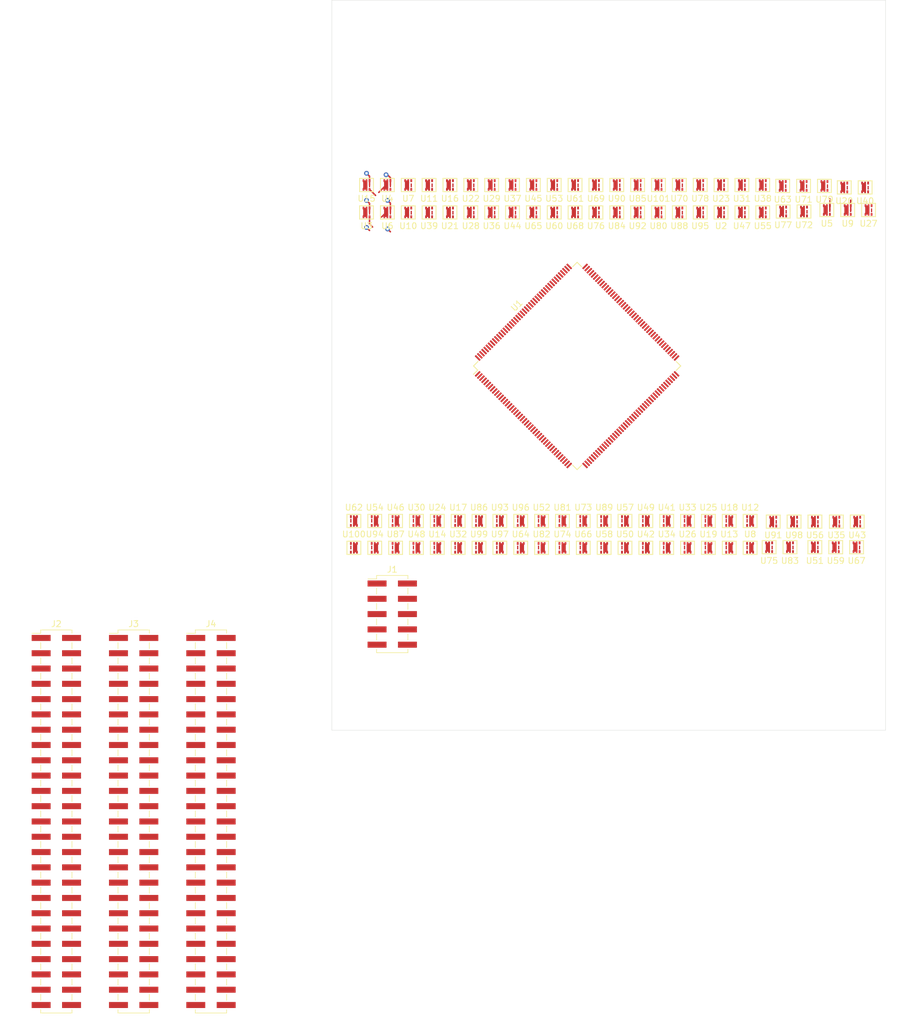
<source format=kicad_pcb>
(kicad_pcb (version 20171130) (host pcbnew "(5.1.6)-1")
  (layers (0 F.Cu signal) (31 B.Cu signal) (34 B.Paste user) (35 F.Paste user) (36 B.SilkS user) (37 F.SilkS user) (38 B.Mask user) (39 F.Mask user) (44 Edge.Cuts user))
  (net 0 "")
  (net 1 "Net-(U1-Pad176)")
  (net 2 "Net-(U1-Pad175)")
  (net 3 "Net-(U1-Pad174)")
  (net 4 "Net-(U1-Pad173)")
  (net 5 "Net-(U1-Pad172)")
  (net 6 "Net-(U1-Pad171)")
  (net 7 "Net-(U1-Pad170)")
  (net 8 "Net-(U1-Pad169)")
  (net 9 "Net-(U1-Pad168)")
  (net 10 "Net-(U1-Pad167)")
  (net 11 "Net-(U1-Pad166)")
  (net 12 "Net-(U1-Pad165)")
  (net 13 "Net-(U1-Pad164)")
  (net 14 "Net-(U1-Pad163)")
  (net 15 "Net-(U1-Pad162)")
  (net 16 "Net-(U1-Pad161)")
  (net 17 "Net-(U1-Pad160)")
  (net 18 "Net-(U1-Pad159)")
  (net 19 "Net-(U1-Pad158)")
  (net 20 "Net-(U1-Pad157)")
  (net 21 "Net-(U1-Pad156)")
  (net 22 "Net-(U1-Pad155)")
  (net 23 "Net-(U1-Pad154)")
  (net 24 "Net-(U1-Pad153)")
  (net 25 "Net-(U1-Pad152)")
  (net 26 "Net-(U1-Pad151)")
  (net 27 "Net-(U1-Pad150)")
  (net 28 "Net-(U1-Pad149)")
  (net 29 "Net-(U1-Pad148)")
  (net 30 "Net-(U1-Pad147)")
  (net 31 "Net-(U1-Pad146)")
  (net 32 "Net-(U1-Pad145)")
  (net 33 "Net-(U1-Pad144)")
  (net 34 "Net-(U1-Pad143)")
  (net 35 "Net-(U1-Pad142)")
  (net 36 "Net-(U1-Pad141)")
  (net 37 "Net-(U1-Pad140)")
  (net 38 "Net-(U1-Pad139)")
  (net 39 "Net-(U1-Pad138)")
  (net 40 "Net-(U1-Pad137)")
  (net 41 "Net-(U1-Pad136)")
  (net 42 "Net-(U1-Pad135)")
  (net 43 "Net-(U1-Pad134)")
  (net 44 "Net-(U1-Pad133)")
  (net 45 "Net-(U1-Pad132)")
  (net 46 "Net-(U1-Pad131)")
  (net 47 "Net-(U1-Pad130)")
  (net 48 "Net-(U1-Pad129)")
  (net 49 "Net-(U1-Pad128)")
  (net 50 "Net-(U1-Pad127)")
  (net 51 "Net-(U1-Pad126)")
  (net 52 "Net-(U1-Pad125)")
  (net 53 "Net-(U1-Pad124)")
  (net 54 "Net-(U1-Pad123)")
  (net 55 "Net-(U1-Pad122)")
  (net 56 "Net-(U1-Pad121)")
  (net 57 "Net-(U1-Pad120)")
  (net 58 "Net-(U1-Pad119)")
  (net 59 "Net-(U1-Pad118)")
  (net 60 "Net-(U1-Pad117)")
  (net 61 "Net-(U1-Pad116)")
  (net 62 "Net-(U1-Pad115)")
  (net 63 "Net-(U1-Pad114)")
  (net 64 "Net-(U1-Pad113)")
  (net 65 "Net-(U1-Pad112)")
  (net 66 "Net-(U1-Pad111)")
  (net 67 "Net-(U1-Pad110)")
  (net 68 "Net-(U1-Pad109)")
  (net 69 "Net-(U1-Pad108)")
  (net 70 "Net-(U1-Pad107)")
  (net 71 "Net-(U1-Pad106)")
  (net 72 "Net-(U1-Pad105)")
  (net 73 "Net-(U1-Pad104)")
  (net 74 "Net-(U1-Pad103)")
  (net 75 "Net-(U1-Pad102)")
  (net 76 "Net-(U1-Pad101)")
  (net 77 "Net-(U1-Pad100)")
  (net 78 "Net-(U1-Pad99)")
  (net 79 "Net-(U1-Pad98)")
  (net 80 "Net-(U1-Pad97)")
  (net 81 "Net-(U1-Pad96)")
  (net 82 "Net-(U1-Pad95)")
  (net 83 "Net-(U1-Pad94)")
  (net 84 "Net-(U1-Pad93)")
  (net 85 "Net-(U1-Pad92)")
  (net 86 "Net-(U1-Pad91)")
  (net 87 "Net-(U1-Pad90)")
  (net 88 "Net-(U1-Pad89)")
  (net 89 "Net-(U1-Pad88)")
  (net 90 "Net-(U1-Pad87)")
  (net 91 "Net-(U1-Pad86)")
  (net 92 "Net-(U1-Pad85)")
  (net 93 "Net-(U1-Pad84)")
  (net 94 "Net-(U1-Pad83)")
  (net 95 "Net-(U1-Pad82)")
  (net 96 "Net-(U1-Pad81)")
  (net 97 "Net-(U1-Pad80)")
  (net 98 "Net-(U1-Pad79)")
  (net 99 "Net-(U1-Pad78)")
  (net 100 "Net-(U1-Pad77)")
  (net 101 "Net-(U1-Pad76)")
  (net 102 "Net-(U1-Pad75)")
  (net 103 "Net-(U1-Pad74)")
  (net 104 "Net-(U1-Pad73)")
  (net 105 "Net-(U1-Pad72)")
  (net 106 "Net-(U1-Pad71)")
  (net 107 "Net-(U1-Pad70)")
  (net 108 "Net-(U1-Pad69)")
  (net 109 "Net-(U1-Pad68)")
  (net 110 "Net-(U1-Pad67)")
  (net 111 "Net-(U1-Pad66)")
  (net 112 "Net-(U1-Pad65)")
  (net 113 "Net-(U1-Pad64)")
  (net 114 "Net-(U1-Pad63)")
  (net 115 "Net-(U1-Pad62)")
  (net 116 "Net-(U1-Pad61)")
  (net 117 "Net-(U1-Pad60)")
  (net 118 "Net-(U1-Pad59)")
  (net 119 "Net-(U1-Pad58)")
  (net 120 "Net-(U1-Pad57)")
  (net 121 "Net-(U1-Pad56)")
  (net 122 "Net-(U1-Pad55)")
  (net 123 "Net-(U1-Pad54)")
  (net 124 "Net-(U1-Pad53)")
  (net 125 "Net-(U1-Pad52)")
  (net 126 "Net-(U1-Pad51)")
  (net 127 "Net-(U1-Pad50)")
  (net 128 "Net-(U1-Pad49)")
  (net 129 "Net-(U1-Pad48)")
  (net 130 "Net-(U1-Pad47)")
  (net 131 "Net-(U1-Pad46)")
  (net 132 "Net-(U1-Pad45)")
  (net 133 "Net-(U1-Pad44)")
  (net 134 "Net-(U1-Pad43)")
  (net 135 "Net-(U1-Pad42)")
  (net 136 "Net-(U1-Pad41)")
  (net 137 "Net-(U1-Pad40)")
  (net 138 "Net-(U1-Pad39)")
  (net 139 "Net-(U1-Pad38)")
  (net 140 "Net-(U1-Pad37)")
  (net 141 "Net-(U1-Pad36)")
  (net 142 "Net-(U1-Pad35)")
  (net 143 "Net-(U1-Pad34)")
  (net 144 "Net-(U1-Pad33)")
  (net 145 "Net-(U1-Pad32)")
  (net 146 "Net-(U1-Pad31)")
  (net 147 "Net-(U1-Pad30)")
  (net 148 "Net-(U1-Pad29)")
  (net 149 "Net-(U1-Pad28)")
  (net 150 "Net-(U1-Pad27)")
  (net 151 "Net-(U1-Pad26)")
  (net 152 "Net-(U1-Pad25)")
  (net 153 "Net-(U1-Pad24)")
  (net 154 "Net-(U1-Pad23)")
  (net 155 "Net-(U1-Pad22)")
  (net 156 "Net-(U1-Pad21)")
  (net 157 "Net-(U1-Pad20)")
  (net 158 "Net-(U1-Pad19)")
  (net 159 "Net-(U1-Pad18)")
  (net 160 "Net-(U1-Pad17)")
  (net 161 "Net-(U1-Pad16)")
  (net 162 "Net-(U1-Pad15)")
  (net 163 "Net-(U1-Pad14)")
  (net 164 "Net-(U1-Pad13)")
  (net 165 "Net-(U1-Pad12)")
  (net 166 "Net-(U1-Pad11)")
  (net 167 "Net-(U1-Pad10)")
  (net 168 "Net-(U1-Pad9)")
  (net 169 "Net-(U1-Pad8)")
  (net 170 "Net-(U1-Pad7)")
  (net 171 "Net-(U1-Pad6)")
  (net 172 "Net-(U1-Pad5)")
  (net 173 "Net-(U1-Pad4)")
  (net 174 "Net-(U1-Pad3)")
  (net 175 "Net-(U1-Pad2)")
  (net 176 "Net-(U1-Pad1)")
  (net 177 /G0)
  (net 178 GND)
  (net 179 /D0)
  (net 180 /G4)
  (net 181 /D4)
  (net 182 /G6)
  (net 183 /D6)
  (net 184 /G9)
  (net 185 /D9)
  (net 186 /G3)
  (net 187 /D3)
  (net 188 /G5)
  (net 189 /D5)
  (net 190 /G15)
  (net 191 /D15)
  (net 192 "Net-(J1-Pad10)")
  (net 193 "Net-(J1-Pad9)")
  (net 194 "Net-(J1-Pad8)")
  (net 195 "Net-(J1-Pad7)")
  (net 196 "Net-(J1-Pad6)")
  (net 197 "Net-(J1-Pad5)")
  (net 198 "Net-(J1-Pad4)")
  (net 199 "Net-(J1-Pad3)")
  (net 200 "Net-(J1-Pad2)")
  (net 201 "Net-(J1-Pad1)")
  (net 202 "Net-(J2-Pad50)")
  (net 203 "Net-(J2-Pad49)")
  (net 204 "Net-(J2-Pad48)")
  (net 205 "Net-(J2-Pad47)")
  (net 206 "Net-(J2-Pad46)")
  (net 207 "Net-(J2-Pad45)")
  (net 208 "Net-(J2-Pad44)")
  (net 209 "Net-(J2-Pad43)")
  (net 210 "Net-(J2-Pad42)")
  (net 211 "Net-(J2-Pad41)")
  (net 212 "Net-(J2-Pad40)")
  (net 213 "Net-(J2-Pad39)")
  (net 214 "Net-(J2-Pad38)")
  (net 215 "Net-(J2-Pad37)")
  (net 216 "Net-(J2-Pad36)")
  (net 217 "Net-(J2-Pad35)")
  (net 218 "Net-(J2-Pad34)")
  (net 219 "Net-(J2-Pad33)")
  (net 220 "Net-(J2-Pad32)")
  (net 221 "Net-(J2-Pad31)")
  (net 222 "Net-(J2-Pad30)")
  (net 223 "Net-(J2-Pad29)")
  (net 224 "Net-(J2-Pad28)")
  (net 225 "Net-(J2-Pad27)")
  (net 226 "Net-(J2-Pad26)")
  (net 227 "Net-(J2-Pad25)")
  (net 228 "Net-(J2-Pad24)")
  (net 229 "Net-(J2-Pad23)")
  (net 230 "Net-(J2-Pad22)")
  (net 231 "Net-(J2-Pad21)")
  (net 232 "Net-(J2-Pad20)")
  (net 233 "Net-(J2-Pad19)")
  (net 234 "Net-(J2-Pad18)")
  (net 235 "Net-(J2-Pad17)")
  (net 236 "Net-(J2-Pad16)")
  (net 237 "Net-(J2-Pad15)")
  (net 238 "Net-(J2-Pad14)")
  (net 239 "Net-(J2-Pad13)")
  (net 240 "Net-(J2-Pad12)")
  (net 241 "Net-(J2-Pad11)")
  (net 242 "Net-(J2-Pad10)")
  (net 243 "Net-(J2-Pad9)")
  (net 244 "Net-(J2-Pad8)")
  (net 245 "Net-(J2-Pad7)")
  (net 246 "Net-(J2-Pad6)")
  (net 247 "Net-(J2-Pad5)")
  (net 248 "Net-(J2-Pad4)")
  (net 249 "Net-(J2-Pad3)")
  (net 250 "Net-(J2-Pad2)")
  (net 251 "Net-(J2-Pad1)")
  (net 252 "Net-(J3-Pad50)")
  (net 253 "Net-(J3-Pad49)")
  (net 254 "Net-(J3-Pad48)")
  (net 255 "Net-(J3-Pad47)")
  (net 256 "Net-(J3-Pad46)")
  (net 257 "Net-(J3-Pad45)")
  (net 258 "Net-(J3-Pad44)")
  (net 259 "Net-(J3-Pad43)")
  (net 260 "Net-(J3-Pad42)")
  (net 261 "Net-(J3-Pad41)")
  (net 262 "Net-(J3-Pad40)")
  (net 263 "Net-(J3-Pad39)")
  (net 264 "Net-(J3-Pad38)")
  (net 265 "Net-(J3-Pad37)")
  (net 266 "Net-(J3-Pad36)")
  (net 267 "Net-(J3-Pad35)")
  (net 268 "Net-(J3-Pad34)")
  (net 269 "Net-(J3-Pad33)")
  (net 270 "Net-(J3-Pad32)")
  (net 271 "Net-(J3-Pad31)")
  (net 272 "Net-(J3-Pad30)")
  (net 273 "Net-(J3-Pad29)")
  (net 274 "Net-(J3-Pad28)")
  (net 275 "Net-(J3-Pad27)")
  (net 276 "Net-(J3-Pad26)")
  (net 277 "Net-(J3-Pad25)")
  (net 278 "Net-(J3-Pad24)")
  (net 279 "Net-(J3-Pad23)")
  (net 280 "Net-(J3-Pad22)")
  (net 281 "Net-(J3-Pad21)")
  (net 282 "Net-(J3-Pad20)")
  (net 283 "Net-(J3-Pad19)")
  (net 284 "Net-(J3-Pad18)")
  (net 285 "Net-(J3-Pad17)")
  (net 286 "Net-(J3-Pad16)")
  (net 287 "Net-(J3-Pad15)")
  (net 288 "Net-(J3-Pad14)")
  (net 289 "Net-(J3-Pad13)")
  (net 290 "Net-(J3-Pad12)")
  (net 291 "Net-(J3-Pad11)")
  (net 292 "Net-(J3-Pad10)")
  (net 293 "Net-(J3-Pad9)")
  (net 294 "Net-(J3-Pad8)")
  (net 295 "Net-(J3-Pad7)")
  (net 296 "Net-(J3-Pad6)")
  (net 297 "Net-(J3-Pad5)")
  (net 298 "Net-(J3-Pad4)")
  (net 299 "Net-(J3-Pad3)")
  (net 300 "Net-(J3-Pad2)")
  (net 301 "Net-(J3-Pad1)")
  (net 302 "Net-(J4-Pad50)")
  (net 303 "Net-(J4-Pad49)")
  (net 304 "Net-(J4-Pad48)")
  (net 305 "Net-(J4-Pad47)")
  (net 306 "Net-(J4-Pad46)")
  (net 307 "Net-(J4-Pad45)")
  (net 308 "Net-(J4-Pad44)")
  (net 309 "Net-(J4-Pad43)")
  (net 310 "Net-(J4-Pad42)")
  (net 311 "Net-(J4-Pad41)")
  (net 312 "Net-(J4-Pad40)")
  (net 313 "Net-(J4-Pad39)")
  (net 314 "Net-(J4-Pad38)")
  (net 315 "Net-(J4-Pad37)")
  (net 316 "Net-(J4-Pad36)")
  (net 317 "Net-(J4-Pad35)")
  (net 318 "Net-(J4-Pad34)")
  (net 319 "Net-(J4-Pad33)")
  (net 320 "Net-(J4-Pad32)")
  (net 321 "Net-(J4-Pad31)")
  (net 322 "Net-(J4-Pad30)")
  (net 323 "Net-(J4-Pad29)")
  (net 324 "Net-(J4-Pad28)")
  (net 325 "Net-(J4-Pad27)")
  (net 326 "Net-(J4-Pad26)")
  (net 327 "Net-(J4-Pad25)")
  (net 328 "Net-(J4-Pad24)")
  (net 329 "Net-(J4-Pad23)")
  (net 330 "Net-(J4-Pad22)")
  (net 331 "Net-(J4-Pad21)")
  (net 332 "Net-(J4-Pad20)")
  (net 333 "Net-(J4-Pad19)")
  (net 334 "Net-(J4-Pad18)")
  (net 335 "Net-(J4-Pad17)")
  (net 336 "Net-(J4-Pad16)")
  (net 337 "Net-(J4-Pad15)")
  (net 338 "Net-(J4-Pad14)")
  (net 339 "Net-(J4-Pad13)")
  (net 340 "Net-(J4-Pad12)")
  (net 341 "Net-(J4-Pad11)")
  (net 342 "Net-(J4-Pad10)")
  (net 343 "Net-(J4-Pad9)")
  (net 344 "Net-(J4-Pad8)")
  (net 345 "Net-(J4-Pad7)")
  (net 346 "Net-(J4-Pad6)")
  (net 347 "Net-(J4-Pad5)")
  (net 348 "Net-(J4-Pad4)")
  (net 349 "Net-(J4-Pad3)")
  (net 350 "Net-(J4-Pad2)")
  (net 351 "Net-(J4-Pad1)")
  (module Connector_PinHeader_2.54mm:PinHeader_2x25_P2.54mm_Vertical_SMD (layer F.Cu) (at 12.65 155.65)
    (fp_text reference J4 (at 0 -32.81) (layer F.SilkS))
    (fp_text value Conn_02x25_Top_Bottom)
    (pad 50 smd rect (at 2.525 30.48) (size 3.15 1) (layers F.Cu F.Paste F.Mask) (net 302 "Net-(J4-Pad50)"))
    (pad 49 smd rect (at -2.525 30.48) (size 3.15 1) (layers F.Cu F.Paste F.Mask) (net 303 "Net-(J4-Pad49)"))
    (pad 48 smd rect (at 2.525 27.94) (size 3.15 1) (layers F.Cu F.Paste F.Mask) (net 304 "Net-(J4-Pad48)"))
    (pad 47 smd rect (at -2.525 27.94) (size 3.15 1) (layers F.Cu F.Paste F.Mask) (net 305 "Net-(J4-Pad47)"))
    (pad 46 smd rect (at 2.525 25.4) (size 3.15 1) (layers F.Cu F.Paste F.Mask) (net 306 "Net-(J4-Pad46)"))
    (pad 45 smd rect (at -2.525 25.4) (size 3.15 1) (layers F.Cu F.Paste F.Mask) (net 307 "Net-(J4-Pad45)"))
    (pad 44 smd rect (at 2.525 22.86) (size 3.15 1) (layers F.Cu F.Paste F.Mask) (net 308 "Net-(J4-Pad44)"))
    (pad 43 smd rect (at -2.525 22.86) (size 3.15 1) (layers F.Cu F.Paste F.Mask) (net 309 "Net-(J4-Pad43)"))
    (pad 42 smd rect (at 2.525 20.32) (size 3.15 1) (layers F.Cu F.Paste F.Mask) (net 310 "Net-(J4-Pad42)"))
    (pad 41 smd rect (at -2.525 20.32) (size 3.15 1) (layers F.Cu F.Paste F.Mask) (net 311 "Net-(J4-Pad41)"))
    (pad 40 smd rect (at 2.525 17.78) (size 3.15 1) (layers F.Cu F.Paste F.Mask) (net 312 "Net-(J4-Pad40)"))
    (pad 39 smd rect (at -2.525 17.78) (size 3.15 1) (layers F.Cu F.Paste F.Mask) (net 313 "Net-(J4-Pad39)"))
    (pad 38 smd rect (at 2.525 15.24) (size 3.15 1) (layers F.Cu F.Paste F.Mask) (net 314 "Net-(J4-Pad38)"))
    (pad 37 smd rect (at -2.525 15.24) (size 3.15 1) (layers F.Cu F.Paste F.Mask) (net 315 "Net-(J4-Pad37)"))
    (pad 36 smd rect (at 2.525 12.7) (size 3.15 1) (layers F.Cu F.Paste F.Mask) (net 316 "Net-(J4-Pad36)"))
    (pad 35 smd rect (at -2.525 12.7) (size 3.15 1) (layers F.Cu F.Paste F.Mask) (net 317 "Net-(J4-Pad35)"))
    (pad 34 smd rect (at 2.525 10.16) (size 3.15 1) (layers F.Cu F.Paste F.Mask) (net 318 "Net-(J4-Pad34)"))
    (pad 33 smd rect (at -2.525 10.16) (size 3.15 1) (layers F.Cu F.Paste F.Mask) (net 319 "Net-(J4-Pad33)"))
    (pad 32 smd rect (at 2.525 7.62) (size 3.15 1) (layers F.Cu F.Paste F.Mask) (net 320 "Net-(J4-Pad32)"))
    (pad 31 smd rect (at -2.525 7.62) (size 3.15 1) (layers F.Cu F.Paste F.Mask) (net 321 "Net-(J4-Pad31)"))
    (pad 30 smd rect (at 2.525 5.08) (size 3.15 1) (layers F.Cu F.Paste F.Mask) (net 322 "Net-(J4-Pad30)"))
    (pad 29 smd rect (at -2.525 5.08) (size 3.15 1) (layers F.Cu F.Paste F.Mask) (net 323 "Net-(J4-Pad29)"))
    (pad 28 smd rect (at 2.525 2.54) (size 3.15 1) (layers F.Cu F.Paste F.Mask) (net 324 "Net-(J4-Pad28)"))
    (pad 27 smd rect (at -2.525 2.54) (size 3.15 1) (layers F.Cu F.Paste F.Mask) (net 325 "Net-(J4-Pad27)"))
    (pad 26 smd rect (at 2.525 0) (size 3.15 1) (layers F.Cu F.Paste F.Mask) (net 326 "Net-(J4-Pad26)"))
    (pad 25 smd rect (at -2.525 0) (size 3.15 1) (layers F.Cu F.Paste F.Mask) (net 327 "Net-(J4-Pad25)"))
    (pad 24 smd rect (at 2.525 -2.54) (size 3.15 1) (layers F.Cu F.Paste F.Mask) (net 328 "Net-(J4-Pad24)"))
    (pad 23 smd rect (at -2.525 -2.54) (size 3.15 1) (layers F.Cu F.Paste F.Mask) (net 329 "Net-(J4-Pad23)"))
    (pad 22 smd rect (at 2.525 -5.08) (size 3.15 1) (layers F.Cu F.Paste F.Mask) (net 330 "Net-(J4-Pad22)"))
    (pad 21 smd rect (at -2.525 -5.08) (size 3.15 1) (layers F.Cu F.Paste F.Mask) (net 331 "Net-(J4-Pad21)"))
    (pad 20 smd rect (at 2.525 -7.62) (size 3.15 1) (layers F.Cu F.Paste F.Mask) (net 332 "Net-(J4-Pad20)"))
    (pad 19 smd rect (at -2.525 -7.62) (size 3.15 1) (layers F.Cu F.Paste F.Mask) (net 333 "Net-(J4-Pad19)"))
    (pad 18 smd rect (at 2.525 -10.16) (size 3.15 1) (layers F.Cu F.Paste F.Mask) (net 334 "Net-(J4-Pad18)"))
    (pad 17 smd rect (at -2.525 -10.16) (size 3.15 1) (layers F.Cu F.Paste F.Mask) (net 335 "Net-(J4-Pad17)"))
    (pad 16 smd rect (at 2.525 -12.7) (size 3.15 1) (layers F.Cu F.Paste F.Mask) (net 336 "Net-(J4-Pad16)"))
    (pad 15 smd rect (at -2.525 -12.7) (size 3.15 1) (layers F.Cu F.Paste F.Mask) (net 337 "Net-(J4-Pad15)"))
    (pad 14 smd rect (at 2.525 -15.24) (size 3.15 1) (layers F.Cu F.Paste F.Mask) (net 338 "Net-(J4-Pad14)"))
    (pad 13 smd rect (at -2.525 -15.24) (size 3.15 1) (layers F.Cu F.Paste F.Mask) (net 339 "Net-(J4-Pad13)"))
    (pad 12 smd rect (at 2.525 -17.78) (size 3.15 1) (layers F.Cu F.Paste F.Mask) (net 340 "Net-(J4-Pad12)"))
    (pad 11 smd rect (at -2.525 -17.78) (size 3.15 1) (layers F.Cu F.Paste F.Mask) (net 341 "Net-(J4-Pad11)"))
    (pad 10 smd rect (at 2.525 -20.32) (size 3.15 1) (layers F.Cu F.Paste F.Mask) (net 342 "Net-(J4-Pad10)"))
    (pad 9 smd rect (at -2.525 -20.32) (size 3.15 1) (layers F.Cu F.Paste F.Mask) (net 343 "Net-(J4-Pad9)"))
    (pad 8 smd rect (at 2.525 -22.86) (size 3.15 1) (layers F.Cu F.Paste F.Mask) (net 344 "Net-(J4-Pad8)"))
    (pad 7 smd rect (at -2.525 -22.86) (size 3.15 1) (layers F.Cu F.Paste F.Mask) (net 345 "Net-(J4-Pad7)"))
    (pad 6 smd rect (at 2.525 -25.4) (size 3.15 1) (layers F.Cu F.Paste F.Mask) (net 346 "Net-(J4-Pad6)"))
    (pad 5 smd rect (at -2.525 -25.4) (size 3.15 1) (layers F.Cu F.Paste F.Mask) (net 347 "Net-(J4-Pad5)"))
    (pad 4 smd rect (at 2.525 -27.94) (size 3.15 1) (layers F.Cu F.Paste F.Mask) (net 348 "Net-(J4-Pad4)"))
    (pad 3 smd rect (at -2.525 -27.94) (size 3.15 1) (layers F.Cu F.Paste F.Mask) (net 349 "Net-(J4-Pad3)"))
    (pad 2 smd rect (at 2.525 -30.48) (size 3.15 1) (layers F.Cu F.Paste F.Mask) (net 350 "Net-(J4-Pad2)"))
    (pad 1 smd rect (at -2.525 -30.48) (size 3.15 1) (layers F.Cu F.Paste F.Mask) (net 351 "Net-(J4-Pad1)"))
  )
  (module Connector_PinHeader_2.54mm:PinHeader_2x25_P2.54mm_Vertical_SMD (layer F.Cu) (at -0.2 155.65)
    (fp_text reference J3 (at 0 -32.81) (layer F.SilkS))
    (fp_text value Conn_02x25_Top_Bottom)
    (pad 50 smd rect (at 2.525 30.48) (size 3.15 1) (layers F.Cu F.Paste F.Mask) (net 252 "Net-(J3-Pad50)"))
    (pad 49 smd rect (at -2.525 30.48) (size 3.15 1) (layers F.Cu F.Paste F.Mask) (net 253 "Net-(J3-Pad49)"))
    (pad 48 smd rect (at 2.525 27.94) (size 3.15 1) (layers F.Cu F.Paste F.Mask) (net 254 "Net-(J3-Pad48)"))
    (pad 47 smd rect (at -2.525 27.94) (size 3.15 1) (layers F.Cu F.Paste F.Mask) (net 255 "Net-(J3-Pad47)"))
    (pad 46 smd rect (at 2.525 25.4) (size 3.15 1) (layers F.Cu F.Paste F.Mask) (net 256 "Net-(J3-Pad46)"))
    (pad 45 smd rect (at -2.525 25.4) (size 3.15 1) (layers F.Cu F.Paste F.Mask) (net 257 "Net-(J3-Pad45)"))
    (pad 44 smd rect (at 2.525 22.86) (size 3.15 1) (layers F.Cu F.Paste F.Mask) (net 258 "Net-(J3-Pad44)"))
    (pad 43 smd rect (at -2.525 22.86) (size 3.15 1) (layers F.Cu F.Paste F.Mask) (net 259 "Net-(J3-Pad43)"))
    (pad 42 smd rect (at 2.525 20.32) (size 3.15 1) (layers F.Cu F.Paste F.Mask) (net 260 "Net-(J3-Pad42)"))
    (pad 41 smd rect (at -2.525 20.32) (size 3.15 1) (layers F.Cu F.Paste F.Mask) (net 261 "Net-(J3-Pad41)"))
    (pad 40 smd rect (at 2.525 17.78) (size 3.15 1) (layers F.Cu F.Paste F.Mask) (net 262 "Net-(J3-Pad40)"))
    (pad 39 smd rect (at -2.525 17.78) (size 3.15 1) (layers F.Cu F.Paste F.Mask) (net 263 "Net-(J3-Pad39)"))
    (pad 38 smd rect (at 2.525 15.24) (size 3.15 1) (layers F.Cu F.Paste F.Mask) (net 264 "Net-(J3-Pad38)"))
    (pad 37 smd rect (at -2.525 15.24) (size 3.15 1) (layers F.Cu F.Paste F.Mask) (net 265 "Net-(J3-Pad37)"))
    (pad 36 smd rect (at 2.525 12.7) (size 3.15 1) (layers F.Cu F.Paste F.Mask) (net 266 "Net-(J3-Pad36)"))
    (pad 35 smd rect (at -2.525 12.7) (size 3.15 1) (layers F.Cu F.Paste F.Mask) (net 267 "Net-(J3-Pad35)"))
    (pad 34 smd rect (at 2.525 10.16) (size 3.15 1) (layers F.Cu F.Paste F.Mask) (net 268 "Net-(J3-Pad34)"))
    (pad 33 smd rect (at -2.525 10.16) (size 3.15 1) (layers F.Cu F.Paste F.Mask) (net 269 "Net-(J3-Pad33)"))
    (pad 32 smd rect (at 2.525 7.62) (size 3.15 1) (layers F.Cu F.Paste F.Mask) (net 270 "Net-(J3-Pad32)"))
    (pad 31 smd rect (at -2.525 7.62) (size 3.15 1) (layers F.Cu F.Paste F.Mask) (net 271 "Net-(J3-Pad31)"))
    (pad 30 smd rect (at 2.525 5.08) (size 3.15 1) (layers F.Cu F.Paste F.Mask) (net 272 "Net-(J3-Pad30)"))
    (pad 29 smd rect (at -2.525 5.08) (size 3.15 1) (layers F.Cu F.Paste F.Mask) (net 273 "Net-(J3-Pad29)"))
    (pad 28 smd rect (at 2.525 2.54) (size 3.15 1) (layers F.Cu F.Paste F.Mask) (net 274 "Net-(J3-Pad28)"))
    (pad 27 smd rect (at -2.525 2.54) (size 3.15 1) (layers F.Cu F.Paste F.Mask) (net 275 "Net-(J3-Pad27)"))
    (pad 26 smd rect (at 2.525 0) (size 3.15 1) (layers F.Cu F.Paste F.Mask) (net 276 "Net-(J3-Pad26)"))
    (pad 25 smd rect (at -2.525 0) (size 3.15 1) (layers F.Cu F.Paste F.Mask) (net 277 "Net-(J3-Pad25)"))
    (pad 24 smd rect (at 2.525 -2.54) (size 3.15 1) (layers F.Cu F.Paste F.Mask) (net 278 "Net-(J3-Pad24)"))
    (pad 23 smd rect (at -2.525 -2.54) (size 3.15 1) (layers F.Cu F.Paste F.Mask) (net 279 "Net-(J3-Pad23)"))
    (pad 22 smd rect (at 2.525 -5.08) (size 3.15 1) (layers F.Cu F.Paste F.Mask) (net 280 "Net-(J3-Pad22)"))
    (pad 21 smd rect (at -2.525 -5.08) (size 3.15 1) (layers F.Cu F.Paste F.Mask) (net 281 "Net-(J3-Pad21)"))
    (pad 20 smd rect (at 2.525 -7.62) (size 3.15 1) (layers F.Cu F.Paste F.Mask) (net 282 "Net-(J3-Pad20)"))
    (pad 19 smd rect (at -2.525 -7.62) (size 3.15 1) (layers F.Cu F.Paste F.Mask) (net 283 "Net-(J3-Pad19)"))
    (pad 18 smd rect (at 2.525 -10.16) (size 3.15 1) (layers F.Cu F.Paste F.Mask) (net 284 "Net-(J3-Pad18)"))
    (pad 17 smd rect (at -2.525 -10.16) (size 3.15 1) (layers F.Cu F.Paste F.Mask) (net 285 "Net-(J3-Pad17)"))
    (pad 16 smd rect (at 2.525 -12.7) (size 3.15 1) (layers F.Cu F.Paste F.Mask) (net 286 "Net-(J3-Pad16)"))
    (pad 15 smd rect (at -2.525 -12.7) (size 3.15 1) (layers F.Cu F.Paste F.Mask) (net 287 "Net-(J3-Pad15)"))
    (pad 14 smd rect (at 2.525 -15.24) (size 3.15 1) (layers F.Cu F.Paste F.Mask) (net 288 "Net-(J3-Pad14)"))
    (pad 13 smd rect (at -2.525 -15.24) (size 3.15 1) (layers F.Cu F.Paste F.Mask) (net 289 "Net-(J3-Pad13)"))
    (pad 12 smd rect (at 2.525 -17.78) (size 3.15 1) (layers F.Cu F.Paste F.Mask) (net 290 "Net-(J3-Pad12)"))
    (pad 11 smd rect (at -2.525 -17.78) (size 3.15 1) (layers F.Cu F.Paste F.Mask) (net 291 "Net-(J3-Pad11)"))
    (pad 10 smd rect (at 2.525 -20.32) (size 3.15 1) (layers F.Cu F.Paste F.Mask) (net 292 "Net-(J3-Pad10)"))
    (pad 9 smd rect (at -2.525 -20.32) (size 3.15 1) (layers F.Cu F.Paste F.Mask) (net 293 "Net-(J3-Pad9)"))
    (pad 8 smd rect (at 2.525 -22.86) (size 3.15 1) (layers F.Cu F.Paste F.Mask) (net 294 "Net-(J3-Pad8)"))
    (pad 7 smd rect (at -2.525 -22.86) (size 3.15 1) (layers F.Cu F.Paste F.Mask) (net 295 "Net-(J3-Pad7)"))
    (pad 6 smd rect (at 2.525 -25.4) (size 3.15 1) (layers F.Cu F.Paste F.Mask) (net 296 "Net-(J3-Pad6)"))
    (pad 5 smd rect (at -2.525 -25.4) (size 3.15 1) (layers F.Cu F.Paste F.Mask) (net 297 "Net-(J3-Pad5)"))
    (pad 4 smd rect (at 2.525 -27.94) (size 3.15 1) (layers F.Cu F.Paste F.Mask) (net 298 "Net-(J3-Pad4)"))
    (pad 3 smd rect (at -2.525 -27.94) (size 3.15 1) (layers F.Cu F.Paste F.Mask) (net 299 "Net-(J3-Pad3)"))
    (pad 2 smd rect (at 2.525 -30.48) (size 3.15 1) (layers F.Cu F.Paste F.Mask) (net 300 "Net-(J3-Pad2)"))
    (pad 1 smd rect (at -2.525 -30.48) (size 3.15 1) (layers F.Cu F.Paste F.Mask) (net 301 "Net-(J3-Pad1)"))
  )
  (module Connector_PinHeader_2.54mm:PinHeader_2x25_P2.54mm_Vertical_SMD (layer F.Cu) (at -13.05 155.65)
    (fp_text reference J2 (at 0 -32.81) (layer F.SilkS))
    (fp_text value Conn_02x25_Top_Bottom)
    (pad 50 smd rect (at 2.525 30.48) (size 3.15 1) (layers F.Cu F.Paste F.Mask) (net 202 "Net-(J2-Pad50)"))
    (pad 49 smd rect (at -2.525 30.48) (size 3.15 1) (layers F.Cu F.Paste F.Mask) (net 203 "Net-(J2-Pad49)"))
    (pad 48 smd rect (at 2.525 27.94) (size 3.15 1) (layers F.Cu F.Paste F.Mask) (net 204 "Net-(J2-Pad48)"))
    (pad 47 smd rect (at -2.525 27.94) (size 3.15 1) (layers F.Cu F.Paste F.Mask) (net 205 "Net-(J2-Pad47)"))
    (pad 46 smd rect (at 2.525 25.4) (size 3.15 1) (layers F.Cu F.Paste F.Mask) (net 206 "Net-(J2-Pad46)"))
    (pad 45 smd rect (at -2.525 25.4) (size 3.15 1) (layers F.Cu F.Paste F.Mask) (net 207 "Net-(J2-Pad45)"))
    (pad 44 smd rect (at 2.525 22.86) (size 3.15 1) (layers F.Cu F.Paste F.Mask) (net 208 "Net-(J2-Pad44)"))
    (pad 43 smd rect (at -2.525 22.86) (size 3.15 1) (layers F.Cu F.Paste F.Mask) (net 209 "Net-(J2-Pad43)"))
    (pad 42 smd rect (at 2.525 20.32) (size 3.15 1) (layers F.Cu F.Paste F.Mask) (net 210 "Net-(J2-Pad42)"))
    (pad 41 smd rect (at -2.525 20.32) (size 3.15 1) (layers F.Cu F.Paste F.Mask) (net 211 "Net-(J2-Pad41)"))
    (pad 40 smd rect (at 2.525 17.78) (size 3.15 1) (layers F.Cu F.Paste F.Mask) (net 212 "Net-(J2-Pad40)"))
    (pad 39 smd rect (at -2.525 17.78) (size 3.15 1) (layers F.Cu F.Paste F.Mask) (net 213 "Net-(J2-Pad39)"))
    (pad 38 smd rect (at 2.525 15.24) (size 3.15 1) (layers F.Cu F.Paste F.Mask) (net 214 "Net-(J2-Pad38)"))
    (pad 37 smd rect (at -2.525 15.24) (size 3.15 1) (layers F.Cu F.Paste F.Mask) (net 215 "Net-(J2-Pad37)"))
    (pad 36 smd rect (at 2.525 12.7) (size 3.15 1) (layers F.Cu F.Paste F.Mask) (net 216 "Net-(J2-Pad36)"))
    (pad 35 smd rect (at -2.525 12.7) (size 3.15 1) (layers F.Cu F.Paste F.Mask) (net 217 "Net-(J2-Pad35)"))
    (pad 34 smd rect (at 2.525 10.16) (size 3.15 1) (layers F.Cu F.Paste F.Mask) (net 218 "Net-(J2-Pad34)"))
    (pad 33 smd rect (at -2.525 10.16) (size 3.15 1) (layers F.Cu F.Paste F.Mask) (net 219 "Net-(J2-Pad33)"))
    (pad 32 smd rect (at 2.525 7.62) (size 3.15 1) (layers F.Cu F.Paste F.Mask) (net 220 "Net-(J2-Pad32)"))
    (pad 31 smd rect (at -2.525 7.62) (size 3.15 1) (layers F.Cu F.Paste F.Mask) (net 221 "Net-(J2-Pad31)"))
    (pad 30 smd rect (at 2.525 5.08) (size 3.15 1) (layers F.Cu F.Paste F.Mask) (net 222 "Net-(J2-Pad30)"))
    (pad 29 smd rect (at -2.525 5.08) (size 3.15 1) (layers F.Cu F.Paste F.Mask) (net 223 "Net-(J2-Pad29)"))
    (pad 28 smd rect (at 2.525 2.54) (size 3.15 1) (layers F.Cu F.Paste F.Mask) (net 224 "Net-(J2-Pad28)"))
    (pad 27 smd rect (at -2.525 2.54) (size 3.15 1) (layers F.Cu F.Paste F.Mask) (net 225 "Net-(J2-Pad27)"))
    (pad 26 smd rect (at 2.525 0) (size 3.15 1) (layers F.Cu F.Paste F.Mask) (net 226 "Net-(J2-Pad26)"))
    (pad 25 smd rect (at -2.525 0) (size 3.15 1) (layers F.Cu F.Paste F.Mask) (net 227 "Net-(J2-Pad25)"))
    (pad 24 smd rect (at 2.525 -2.54) (size 3.15 1) (layers F.Cu F.Paste F.Mask) (net 228 "Net-(J2-Pad24)"))
    (pad 23 smd rect (at -2.525 -2.54) (size 3.15 1) (layers F.Cu F.Paste F.Mask) (net 229 "Net-(J2-Pad23)"))
    (pad 22 smd rect (at 2.525 -5.08) (size 3.15 1) (layers F.Cu F.Paste F.Mask) (net 230 "Net-(J2-Pad22)"))
    (pad 21 smd rect (at -2.525 -5.08) (size 3.15 1) (layers F.Cu F.Paste F.Mask) (net 231 "Net-(J2-Pad21)"))
    (pad 20 smd rect (at 2.525 -7.62) (size 3.15 1) (layers F.Cu F.Paste F.Mask) (net 232 "Net-(J2-Pad20)"))
    (pad 19 smd rect (at -2.525 -7.62) (size 3.15 1) (layers F.Cu F.Paste F.Mask) (net 233 "Net-(J2-Pad19)"))
    (pad 18 smd rect (at 2.525 -10.16) (size 3.15 1) (layers F.Cu F.Paste F.Mask) (net 234 "Net-(J2-Pad18)"))
    (pad 17 smd rect (at -2.525 -10.16) (size 3.15 1) (layers F.Cu F.Paste F.Mask) (net 235 "Net-(J2-Pad17)"))
    (pad 16 smd rect (at 2.525 -12.7) (size 3.15 1) (layers F.Cu F.Paste F.Mask) (net 236 "Net-(J2-Pad16)"))
    (pad 15 smd rect (at -2.525 -12.7) (size 3.15 1) (layers F.Cu F.Paste F.Mask) (net 237 "Net-(J2-Pad15)"))
    (pad 14 smd rect (at 2.525 -15.24) (size 3.15 1) (layers F.Cu F.Paste F.Mask) (net 238 "Net-(J2-Pad14)"))
    (pad 13 smd rect (at -2.525 -15.24) (size 3.15 1) (layers F.Cu F.Paste F.Mask) (net 239 "Net-(J2-Pad13)"))
    (pad 12 smd rect (at 2.525 -17.78) (size 3.15 1) (layers F.Cu F.Paste F.Mask) (net 240 "Net-(J2-Pad12)"))
    (pad 11 smd rect (at -2.525 -17.78) (size 3.15 1) (layers F.Cu F.Paste F.Mask) (net 241 "Net-(J2-Pad11)"))
    (pad 10 smd rect (at 2.525 -20.32) (size 3.15 1) (layers F.Cu F.Paste F.Mask) (net 242 "Net-(J2-Pad10)"))
    (pad 9 smd rect (at -2.525 -20.32) (size 3.15 1) (layers F.Cu F.Paste F.Mask) (net 243 "Net-(J2-Pad9)"))
    (pad 8 smd rect (at 2.525 -22.86) (size 3.15 1) (layers F.Cu F.Paste F.Mask) (net 244 "Net-(J2-Pad8)"))
    (pad 7 smd rect (at -2.525 -22.86) (size 3.15 1) (layers F.Cu F.Paste F.Mask) (net 245 "Net-(J2-Pad7)"))
    (pad 6 smd rect (at 2.525 -25.4) (size 3.15 1) (layers F.Cu F.Paste F.Mask) (net 246 "Net-(J2-Pad6)"))
    (pad 5 smd rect (at -2.525 -25.4) (size 3.15 1) (layers F.Cu F.Paste F.Mask) (net 247 "Net-(J2-Pad5)"))
    (pad 4 smd rect (at 2.525 -27.94) (size 3.15 1) (layers F.Cu F.Paste F.Mask) (net 248 "Net-(J2-Pad4)"))
    (pad 3 smd rect (at -2.525 -27.94) (size 3.15 1) (layers F.Cu F.Paste F.Mask) (net 249 "Net-(J2-Pad3)"))
    (pad 2 smd rect (at 2.525 -30.48) (size 3.15 1) (layers F.Cu F.Paste F.Mask) (net 250 "Net-(J2-Pad2)"))
    (pad 1 smd rect (at -2.525 -30.48) (size 3.15 1) (layers F.Cu F.Paste F.Mask) (net 251 "Net-(J2-Pad1)"))
  )
  (module Connector_PinHeader_2.54mm:PinHeader_2x05_P2.54mm_Vertical_SMD (layer F.Cu) (at 42.775 121.21)
    (fp_text reference J1 (at 0 -7.41) (layer F.SilkS))
    (fp_text value Conn_02x25_Top_Bottom)
    (pad 10 smd rect (at 2.525 5.08) (size 3.15 1) (layers F.Cu F.Paste F.Mask) (net 192 "Net-(J1-Pad10)"))
    (pad 9 smd rect (at -2.525 5.08) (size 3.15 1) (layers F.Cu F.Paste F.Mask) (net 193 "Net-(J1-Pad9)"))
    (pad 8 smd rect (at 2.525 2.54) (size 3.15 1) (layers F.Cu F.Paste F.Mask) (net 194 "Net-(J1-Pad8)"))
    (pad 7 smd rect (at -2.525 2.54) (size 3.15 1) (layers F.Cu F.Paste F.Mask) (net 195 "Net-(J1-Pad7)"))
    (pad 6 smd rect (at 2.525 0) (size 3.15 1) (layers F.Cu F.Paste F.Mask) (net 196 "Net-(J1-Pad6)"))
    (pad 5 smd rect (at -2.525 0) (size 3.15 1) (layers F.Cu F.Paste F.Mask) (net 197 "Net-(J1-Pad5)"))
    (pad 4 smd rect (at 2.525 -2.54) (size 3.15 1) (layers F.Cu F.Paste F.Mask) (net 198 "Net-(J1-Pad4)"))
    (pad 3 smd rect (at -2.525 -2.54) (size 3.15 1) (layers F.Cu F.Paste F.Mask) (net 199 "Net-(J1-Pad3)"))
    (pad 2 smd rect (at 2.525 -5.08) (size 3.15 1) (layers F.Cu F.Paste F.Mask) (net 200 "Net-(J1-Pad2)"))
    (pad 1 smd rect (at -2.525 -5.08) (size 3.15 1) (layers F.Cu F.Paste F.Mask) (net 201 "Net-(J1-Pad1)"))
  )
  (module Package_DFN_QFN:U-DFN1616-6 (layer F.Cu) (at 87.021046 50)
    (fp_text reference U101 (at 0 2.2) (layer F.SilkS))
    (fp_text value DMN2120UFCL-7)
    (pad 3 smd rect (at 0.5 0.675) (size 0.3 0.475) (layers F.Cu F.Paste F.Mask) (net 177 /G0))
    (pad 2 smd rect (at 0.5 0) (size 0.2 0.62) (layers F.Cu F.Paste F.Mask) (net 178 GND))
    (pad 2 smd rect (at 0.5 -0.775) (size 0.3 0.475) (layers F.Cu F.Paste F.Mask) (net 178 GND))
    (pad 1 smd custom (at -0.25 0) (size 0.5 0.5) (layers F.Cu F.Paste F.Mask) (net 179 /D0) (options (clearance outline) (anchor rect)) (primitives (gr_poly (pts (xy -0.4 -1) (xy -0.1 -1) (xy -0.1 -0.8) (xy 0.1 -0.8) (xy 0.1 -1) (xy 0.4 -1) (xy 0.4 0.9) (xy 0.1 0.9) (xy 0.1 0.7) (xy -0.1 0.7) (xy -0.1 0.9) (xy -0.4 0.9) (xy -0.4 0.5) (xy -0.3 0.4) (xy -0.3 -0.5) (xy -0.4 -0.6)) (width 0))))
  )
  (module Package_DFN_QFN:U-DFN1616-6 (layer F.Cu) (at 36.4 110.15 180)
    (fp_text reference U100 (at 0 2.2) (layer F.SilkS))
    (fp_text value DMN2120UFCL-7)
    (pad 3 smd rect (at 0.5 0.675 180) (size 0.3 0.475) (layers F.Cu F.Paste F.Mask) (net 177 /G0))
    (pad 2 smd rect (at 0.5 0 180) (size 0.2 0.62) (layers F.Cu F.Paste F.Mask) (net 178 GND))
    (pad 2 smd rect (at 0.5 -0.775 180) (size 0.3 0.475) (layers F.Cu F.Paste F.Mask) (net 178 GND))
    (pad 1 smd custom (at -0.25 0 180) (size 0.5 0.5) (layers F.Cu F.Paste F.Mask) (net 179 /D0) (options (clearance outline) (anchor rect)) (primitives (gr_poly (pts (xy -0.4 -1) (xy -0.1 -1) (xy -0.1 -0.8) (xy 0.1 -0.8) (xy 0.1 -1) (xy 0.4 -1) (xy 0.4 0.9) (xy 0.1 0.9) (xy 0.1 0.7) (xy -0.1 0.7) (xy -0.1 0.9) (xy -0.4 0.9) (xy -0.4 0.5) (xy -0.3 0.4) (xy -0.3 -0.5) (xy -0.4 -0.6)) (width 0))))
  )
  (module Package_DFN_QFN:U-DFN1616-6 (layer F.Cu) (at 57.194743 110.15 180)
    (fp_text reference U99 (at 0 2.2) (layer F.SilkS))
    (fp_text value DMN2120UFCL-7)
    (pad 3 smd rect (at 0.5 0.675 180) (size 0.3 0.475) (layers F.Cu F.Paste F.Mask) (net 177 /G0))
    (pad 2 smd rect (at 0.5 0 180) (size 0.2 0.62) (layers F.Cu F.Paste F.Mask) (net 178 GND))
    (pad 2 smd rect (at 0.5 -0.775 180) (size 0.3 0.475) (layers F.Cu F.Paste F.Mask) (net 178 GND))
    (pad 1 smd custom (at -0.25 0 180) (size 0.5 0.5) (layers F.Cu F.Paste F.Mask) (net 179 /D0) (options (clearance outline) (anchor rect)) (primitives (gr_poly (pts (xy -0.4 -1) (xy -0.1 -1) (xy -0.1 -0.8) (xy 0.1 -0.8) (xy 0.1 -1) (xy 0.4 -1) (xy 0.4 0.9) (xy 0.1 0.9) (xy 0.1 0.7) (xy -0.1 0.7) (xy -0.1 0.9) (xy -0.4 0.9) (xy -0.4 0.5) (xy -0.3 0.4) (xy -0.3 -0.5) (xy -0.4 -0.6)) (width 0))))
  )
  (module Package_DFN_QFN:U-DFN1616-6 (layer F.Cu) (at 109.555257 105.9)
    (fp_text reference U98 (at 0 2.2) (layer F.SilkS))
    (fp_text value DMN2120UFCL-7)
    (pad 3 smd rect (at 0.5 0.675) (size 0.3 0.475) (layers F.Cu F.Paste F.Mask) (net 177 /G0))
    (pad 2 smd rect (at 0.5 0) (size 0.2 0.62) (layers F.Cu F.Paste F.Mask) (net 178 GND))
    (pad 2 smd rect (at 0.5 -0.775) (size 0.3 0.475) (layers F.Cu F.Paste F.Mask) (net 178 GND))
    (pad 1 smd custom (at -0.25 0) (size 0.5 0.5) (layers F.Cu F.Paste F.Mask) (net 179 /D0) (options (clearance outline) (anchor rect)) (primitives (gr_poly (pts (xy -0.4 -1) (xy -0.1 -1) (xy -0.1 -0.8) (xy 0.1 -0.8) (xy 0.1 -1) (xy 0.4 -1) (xy 0.4 0.9) (xy 0.1 0.9) (xy 0.1 0.7) (xy -0.1 0.7) (xy -0.1 0.9) (xy -0.4 0.9) (xy -0.4 0.5) (xy -0.3 0.4) (xy -0.3 -0.5) (xy -0.4 -0.6)) (width 0))))
  )
  (module Package_DFN_QFN:U-DFN1616-6 (layer F.Cu) (at 60.660532 110.15 180)
    (fp_text reference U97 (at 0 2.2) (layer F.SilkS))
    (fp_text value DMN2120UFCL-7)
    (pad 3 smd rect (at 0.5 0.675 180) (size 0.3 0.475) (layers F.Cu F.Paste F.Mask) (net 177 /G0))
    (pad 2 smd rect (at 0.5 0 180) (size 0.2 0.62) (layers F.Cu F.Paste F.Mask) (net 178 GND))
    (pad 2 smd rect (at 0.5 -0.775 180) (size 0.3 0.475) (layers F.Cu F.Paste F.Mask) (net 178 GND))
    (pad 1 smd custom (at -0.25 0 180) (size 0.5 0.5) (layers F.Cu F.Paste F.Mask) (net 179 /D0) (options (clearance outline) (anchor rect)) (primitives (gr_poly (pts (xy -0.4 -1) (xy -0.1 -1) (xy -0.1 -0.8) (xy 0.1 -0.8) (xy 0.1 -1) (xy 0.4 -1) (xy 0.4 0.9) (xy 0.1 0.9) (xy 0.1 0.7) (xy -0.1 0.7) (xy -0.1 0.9) (xy -0.4 0.9) (xy -0.4 0.5) (xy -0.3 0.4) (xy -0.3 -0.5) (xy -0.4 -0.6)) (width 0))))
  )
  (module Package_DFN_QFN:U-DFN1616-6 (layer F.Cu) (at 64.126321 105.7 180)
    (fp_text reference U96 (at 0 2.2) (layer F.SilkS))
    (fp_text value DMN2120UFCL-7)
    (pad 3 smd rect (at 0.5 0.675 180) (size 0.3 0.475) (layers F.Cu F.Paste F.Mask) (net 177 /G0))
    (pad 2 smd rect (at 0.5 0 180) (size 0.2 0.62) (layers F.Cu F.Paste F.Mask) (net 178 GND))
    (pad 2 smd rect (at 0.5 -0.775 180) (size 0.3 0.475) (layers F.Cu F.Paste F.Mask) (net 178 GND))
    (pad 1 smd custom (at -0.25 0 180) (size 0.5 0.5) (layers F.Cu F.Paste F.Mask) (net 179 /D0) (options (clearance outline) (anchor rect)) (primitives (gr_poly (pts (xy -0.4 -1) (xy -0.1 -1) (xy -0.1 -0.8) (xy 0.1 -0.8) (xy 0.1 -1) (xy 0.4 -1) (xy 0.4 0.9) (xy 0.1 0.9) (xy 0.1 0.7) (xy -0.1 0.7) (xy -0.1 0.9) (xy -0.4 0.9) (xy -0.4 0.5) (xy -0.3 0.4) (xy -0.3 -0.5) (xy -0.4 -0.6)) (width 0))))
  )
  (module Package_DFN_QFN:U-DFN1616-6 (layer F.Cu) (at 93.952624 54.55)
    (fp_text reference U95 (at 0 2.2) (layer F.SilkS))
    (fp_text value DMN2120UFCL-7)
    (pad 3 smd rect (at 0.5 0.675) (size 0.3 0.475) (layers F.Cu F.Paste F.Mask) (net 177 /G0))
    (pad 2 smd rect (at 0.5 0) (size 0.2 0.62) (layers F.Cu F.Paste F.Mask) (net 178 GND))
    (pad 2 smd rect (at 0.5 -0.775) (size 0.3 0.475) (layers F.Cu F.Paste F.Mask) (net 178 GND))
    (pad 1 smd custom (at -0.25 0) (size 0.5 0.5) (layers F.Cu F.Paste F.Mask) (net 179 /D0) (options (clearance outline) (anchor rect)) (primitives (gr_poly (pts (xy -0.4 -1) (xy -0.1 -1) (xy -0.1 -0.8) (xy 0.1 -0.8) (xy 0.1 -1) (xy 0.4 -1) (xy 0.4 0.9) (xy 0.1 0.9) (xy 0.1 0.7) (xy -0.1 0.7) (xy -0.1 0.9) (xy -0.4 0.9) (xy -0.4 0.5) (xy -0.3 0.4) (xy -0.3 -0.5) (xy -0.4 -0.6)) (width 0))))
  )
  (module Package_DFN_QFN:U-DFN1616-6 (layer F.Cu) (at 39.865798 110.15 180)
    (fp_text reference U94 (at 0 2.2) (layer F.SilkS))
    (fp_text value DMN2120UFCL-7)
    (pad 3 smd rect (at 0.5 0.675 180) (size 0.3 0.475) (layers F.Cu F.Paste F.Mask) (net 177 /G0))
    (pad 2 smd rect (at 0.5 0 180) (size 0.2 0.62) (layers F.Cu F.Paste F.Mask) (net 178 GND))
    (pad 2 smd rect (at 0.5 -0.775 180) (size 0.3 0.475) (layers F.Cu F.Paste F.Mask) (net 178 GND))
    (pad 1 smd custom (at -0.25 0 180) (size 0.5 0.5) (layers F.Cu F.Paste F.Mask) (net 179 /D0) (options (clearance outline) (anchor rect)) (primitives (gr_poly (pts (xy -0.4 -1) (xy -0.1 -1) (xy -0.1 -0.8) (xy 0.1 -0.8) (xy 0.1 -1) (xy 0.4 -1) (xy 0.4 0.9) (xy 0.1 0.9) (xy 0.1 0.7) (xy -0.1 0.7) (xy -0.1 0.9) (xy -0.4 0.9) (xy -0.4 0.5) (xy -0.3 0.4) (xy -0.3 -0.5) (xy -0.4 -0.6)) (width 0))))
  )
  (module Package_DFN_QFN:U-DFN1616-6 (layer F.Cu) (at 60.660532 105.7 180)
    (fp_text reference U93 (at 0 2.2) (layer F.SilkS))
    (fp_text value DMN2120UFCL-7)
    (pad 3 smd rect (at 0.5 0.675 180) (size 0.3 0.475) (layers F.Cu F.Paste F.Mask) (net 177 /G0))
    (pad 2 smd rect (at 0.5 0 180) (size 0.2 0.62) (layers F.Cu F.Paste F.Mask) (net 178 GND))
    (pad 2 smd rect (at 0.5 -0.775 180) (size 0.3 0.475) (layers F.Cu F.Paste F.Mask) (net 178 GND))
    (pad 1 smd custom (at -0.25 0 180) (size 0.5 0.5) (layers F.Cu F.Paste F.Mask) (net 179 /D0) (options (clearance outline) (anchor rect)) (primitives (gr_poly (pts (xy -0.4 -1) (xy -0.1 -1) (xy -0.1 -0.8) (xy 0.1 -0.8) (xy 0.1 -1) (xy 0.4 -1) (xy 0.4 0.9) (xy 0.1 0.9) (xy 0.1 0.7) (xy -0.1 0.7) (xy -0.1 0.9) (xy -0.4 0.9) (xy -0.4 0.5) (xy -0.3 0.4) (xy -0.3 -0.5) (xy -0.4 -0.6)) (width 0))))
  )
  (module Package_DFN_QFN:U-DFN1616-6 (layer F.Cu) (at 83.555257 54.55)
    (fp_text reference U92 (at 0 2.2) (layer F.SilkS))
    (fp_text value DMN2120UFCL-7)
    (pad 3 smd rect (at 0.5 0.675) (size 0.3 0.475) (layers F.Cu F.Paste F.Mask) (net 177 /G0))
    (pad 2 smd rect (at 0.5 0) (size 0.2 0.62) (layers F.Cu F.Paste F.Mask) (net 178 GND))
    (pad 2 smd rect (at 0.5 -0.775) (size 0.3 0.475) (layers F.Cu F.Paste F.Mask) (net 178 GND))
    (pad 1 smd custom (at -0.25 0) (size 0.5 0.5) (layers F.Cu F.Paste F.Mask) (net 179 /D0) (options (clearance outline) (anchor rect)) (primitives (gr_poly (pts (xy -0.4 -1) (xy -0.1 -1) (xy -0.1 -0.8) (xy 0.1 -0.8) (xy 0.1 -1) (xy 0.4 -1) (xy 0.4 0.9) (xy 0.1 0.9) (xy 0.1 0.7) (xy -0.1 0.7) (xy -0.1 0.9) (xy -0.4 0.9) (xy -0.4 0.5) (xy -0.3 0.4) (xy -0.3 -0.5) (xy -0.4 -0.6)) (width 0))))
  )
  (module Package_DFN_QFN:U-DFN1616-6 (layer F.Cu) (at 106.089468 105.9)
    (fp_text reference U91 (at 0 2.2) (layer F.SilkS))
    (fp_text value DMN2120UFCL-7)
    (pad 3 smd rect (at 0.5 0.675) (size 0.3 0.475) (layers F.Cu F.Paste F.Mask) (net 177 /G0))
    (pad 2 smd rect (at 0.5 0) (size 0.2 0.62) (layers F.Cu F.Paste F.Mask) (net 178 GND))
    (pad 2 smd rect (at 0.5 -0.775) (size 0.3 0.475) (layers F.Cu F.Paste F.Mask) (net 178 GND))
    (pad 1 smd custom (at -0.25 0) (size 0.5 0.5) (layers F.Cu F.Paste F.Mask) (net 179 /D0) (options (clearance outline) (anchor rect)) (primitives (gr_poly (pts (xy -0.4 -1) (xy -0.1 -1) (xy -0.1 -0.8) (xy 0.1 -0.8) (xy 0.1 -1) (xy 0.4 -1) (xy 0.4 0.9) (xy 0.1 0.9) (xy 0.1 0.7) (xy -0.1 0.7) (xy -0.1 0.9) (xy -0.4 0.9) (xy -0.4 0.5) (xy -0.3 0.4) (xy -0.3 -0.5) (xy -0.4 -0.6)) (width 0))))
  )
  (module Package_DFN_QFN:U-DFN1616-6 (layer F.Cu) (at 80.089468 50)
    (fp_text reference U90 (at 0 2.2) (layer F.SilkS))
    (fp_text value DMN2120UFCL-7)
    (pad 3 smd rect (at 0.5 0.675) (size 0.3 0.475) (layers F.Cu F.Paste F.Mask) (net 177 /G0))
    (pad 2 smd rect (at 0.5 0) (size 0.2 0.62) (layers F.Cu F.Paste F.Mask) (net 178 GND))
    (pad 2 smd rect (at 0.5 -0.775) (size 0.3 0.475) (layers F.Cu F.Paste F.Mask) (net 178 GND))
    (pad 1 smd custom (at -0.25 0) (size 0.5 0.5) (layers F.Cu F.Paste F.Mask) (net 179 /D0) (options (clearance outline) (anchor rect)) (primitives (gr_poly (pts (xy -0.4 -1) (xy -0.1 -1) (xy -0.1 -0.8) (xy 0.1 -0.8) (xy 0.1 -1) (xy 0.4 -1) (xy 0.4 0.9) (xy 0.1 0.9) (xy 0.1 0.7) (xy -0.1 0.7) (xy -0.1 0.9) (xy -0.4 0.9) (xy -0.4 0.5) (xy -0.3 0.4) (xy -0.3 -0.5) (xy -0.4 -0.6)) (width 0))))
  )
  (module Package_DFN_QFN:U-DFN1616-6 (layer F.Cu) (at 77.989477 105.7 180)
    (fp_text reference U89 (at 0 2.2) (layer F.SilkS))
    (fp_text value DMN2120UFCL-7)
    (pad 3 smd rect (at 0.5 0.675 180) (size 0.3 0.475) (layers F.Cu F.Paste F.Mask) (net 177 /G0))
    (pad 2 smd rect (at 0.5 0 180) (size 0.2 0.62) (layers F.Cu F.Paste F.Mask) (net 178 GND))
    (pad 2 smd rect (at 0.5 -0.775 180) (size 0.3 0.475) (layers F.Cu F.Paste F.Mask) (net 178 GND))
    (pad 1 smd custom (at -0.25 0 180) (size 0.5 0.5) (layers F.Cu F.Paste F.Mask) (net 179 /D0) (options (clearance outline) (anchor rect)) (primitives (gr_poly (pts (xy -0.4 -1) (xy -0.1 -1) (xy -0.1 -0.8) (xy 0.1 -0.8) (xy 0.1 -1) (xy 0.4 -1) (xy 0.4 0.9) (xy 0.1 0.9) (xy 0.1 0.7) (xy -0.1 0.7) (xy -0.1 0.9) (xy -0.4 0.9) (xy -0.4 0.5) (xy -0.3 0.4) (xy -0.3 -0.5) (xy -0.4 -0.6)) (width 0))))
  )
  (module Package_DFN_QFN:U-DFN1616-6 (layer F.Cu) (at 90.486835 54.55)
    (fp_text reference U88 (at 0 2.2) (layer F.SilkS))
    (fp_text value DMN2120UFCL-7)
    (pad 3 smd rect (at 0.5 0.675) (size 0.3 0.475) (layers F.Cu F.Paste F.Mask) (net 177 /G0))
    (pad 2 smd rect (at 0.5 0) (size 0.2 0.62) (layers F.Cu F.Paste F.Mask) (net 178 GND))
    (pad 2 smd rect (at 0.5 -0.775) (size 0.3 0.475) (layers F.Cu F.Paste F.Mask) (net 178 GND))
    (pad 1 smd custom (at -0.25 0) (size 0.5 0.5) (layers F.Cu F.Paste F.Mask) (net 179 /D0) (options (clearance outline) (anchor rect)) (primitives (gr_poly (pts (xy -0.4 -1) (xy -0.1 -1) (xy -0.1 -0.8) (xy 0.1 -0.8) (xy 0.1 -1) (xy 0.4 -1) (xy 0.4 0.9) (xy 0.1 0.9) (xy 0.1 0.7) (xy -0.1 0.7) (xy -0.1 0.9) (xy -0.4 0.9) (xy -0.4 0.5) (xy -0.3 0.4) (xy -0.3 -0.5) (xy -0.4 -0.6)) (width 0))))
  )
  (module Package_DFN_QFN:U-DFN1616-6 (layer F.Cu) (at 43.331587 110.15 180)
    (fp_text reference U87 (at 0 2.2) (layer F.SilkS))
    (fp_text value DMN2120UFCL-7)
    (pad 3 smd rect (at 0.5 0.675 180) (size 0.3 0.475) (layers F.Cu F.Paste F.Mask) (net 177 /G0))
    (pad 2 smd rect (at 0.5 0 180) (size 0.2 0.62) (layers F.Cu F.Paste F.Mask) (net 178 GND))
    (pad 2 smd rect (at 0.5 -0.775 180) (size 0.3 0.475) (layers F.Cu F.Paste F.Mask) (net 178 GND))
    (pad 1 smd custom (at -0.25 0 180) (size 0.5 0.5) (layers F.Cu F.Paste F.Mask) (net 179 /D0) (options (clearance outline) (anchor rect)) (primitives (gr_poly (pts (xy -0.4 -1) (xy -0.1 -1) (xy -0.1 -0.8) (xy 0.1 -0.8) (xy 0.1 -1) (xy 0.4 -1) (xy 0.4 0.9) (xy 0.1 0.9) (xy 0.1 0.7) (xy -0.1 0.7) (xy -0.1 0.9) (xy -0.4 0.9) (xy -0.4 0.5) (xy -0.3 0.4) (xy -0.3 -0.5) (xy -0.4 -0.6)) (width 0))))
  )
  (module Package_DFN_QFN:U-DFN1616-6 (layer F.Cu) (at 57.194743 105.7 180)
    (fp_text reference U86 (at 0 2.2) (layer F.SilkS))
    (fp_text value DMN2120UFCL-7)
    (pad 3 smd rect (at 0.5 0.675 180) (size 0.3 0.475) (layers F.Cu F.Paste F.Mask) (net 177 /G0))
    (pad 2 smd rect (at 0.5 0 180) (size 0.2 0.62) (layers F.Cu F.Paste F.Mask) (net 178 GND))
    (pad 2 smd rect (at 0.5 -0.775 180) (size 0.3 0.475) (layers F.Cu F.Paste F.Mask) (net 178 GND))
    (pad 1 smd custom (at -0.25 0 180) (size 0.5 0.5) (layers F.Cu F.Paste F.Mask) (net 179 /D0) (options (clearance outline) (anchor rect)) (primitives (gr_poly (pts (xy -0.4 -1) (xy -0.1 -1) (xy -0.1 -0.8) (xy 0.1 -0.8) (xy 0.1 -1) (xy 0.4 -1) (xy 0.4 0.9) (xy 0.1 0.9) (xy 0.1 0.7) (xy -0.1 0.7) (xy -0.1 0.9) (xy -0.4 0.9) (xy -0.4 0.5) (xy -0.3 0.4) (xy -0.3 -0.5) (xy -0.4 -0.6)) (width 0))))
  )
  (module Package_DFN_QFN:U-DFN1616-6 (layer F.Cu) (at 83.555257 50)
    (fp_text reference U85 (at 0 2.2) (layer F.SilkS))
    (fp_text value DMN2120UFCL-7)
    (pad 3 smd rect (at 0.5 0.675) (size 0.3 0.475) (layers F.Cu F.Paste F.Mask) (net 177 /G0))
    (pad 2 smd rect (at 0.5 0) (size 0.2 0.62) (layers F.Cu F.Paste F.Mask) (net 178 GND))
    (pad 2 smd rect (at 0.5 -0.775) (size 0.3 0.475) (layers F.Cu F.Paste F.Mask) (net 178 GND))
    (pad 1 smd custom (at -0.25 0) (size 0.5 0.5) (layers F.Cu F.Paste F.Mask) (net 179 /D0) (options (clearance outline) (anchor rect)) (primitives (gr_poly (pts (xy -0.4 -1) (xy -0.1 -1) (xy -0.1 -0.8) (xy 0.1 -0.8) (xy 0.1 -1) (xy 0.4 -1) (xy 0.4 0.9) (xy 0.1 0.9) (xy 0.1 0.7) (xy -0.1 0.7) (xy -0.1 0.9) (xy -0.4 0.9) (xy -0.4 0.5) (xy -0.3 0.4) (xy -0.3 -0.5) (xy -0.4 -0.6)) (width 0))))
  )
  (module Package_DFN_QFN:U-DFN1616-6 (layer F.Cu) (at 80.089468 54.55)
    (fp_text reference U84 (at 0 2.2) (layer F.SilkS))
    (fp_text value DMN2120UFCL-7)
    (pad 3 smd rect (at 0.5 0.675) (size 0.3 0.475) (layers F.Cu F.Paste F.Mask) (net 177 /G0))
    (pad 2 smd rect (at 0.5 0) (size 0.2 0.62) (layers F.Cu F.Paste F.Mask) (net 178 GND))
    (pad 2 smd rect (at 0.5 -0.775) (size 0.3 0.475) (layers F.Cu F.Paste F.Mask) (net 178 GND))
    (pad 1 smd custom (at -0.25 0) (size 0.5 0.5) (layers F.Cu F.Paste F.Mask) (net 179 /D0) (options (clearance outline) (anchor rect)) (primitives (gr_poly (pts (xy -0.4 -1) (xy -0.1 -1) (xy -0.1 -0.8) (xy 0.1 -0.8) (xy 0.1 -1) (xy 0.4 -1) (xy 0.4 0.9) (xy 0.1 0.9) (xy 0.1 0.7) (xy -0.1 0.7) (xy -0.1 0.9) (xy -0.4 0.9) (xy -0.4 0.5) (xy -0.3 0.4) (xy -0.3 -0.5) (xy -0.4 -0.6)) (width 0))))
  )
  (module Package_DFN_QFN:U-DFN1616-6 (layer F.Cu) (at 108.873679 110.15)
    (fp_text reference U83 (at 0 2.2) (layer F.SilkS))
    (fp_text value DMN2120UFCL-7)
    (pad 3 smd rect (at 0.5 0.675) (size 0.3 0.475) (layers F.Cu F.Paste F.Mask) (net 177 /G0))
    (pad 2 smd rect (at 0.5 0) (size 0.2 0.62) (layers F.Cu F.Paste F.Mask) (net 178 GND))
    (pad 2 smd rect (at 0.5 -0.775) (size 0.3 0.475) (layers F.Cu F.Paste F.Mask) (net 178 GND))
    (pad 1 smd custom (at -0.25 0) (size 0.5 0.5) (layers F.Cu F.Paste F.Mask) (net 179 /D0) (options (clearance outline) (anchor rect)) (primitives (gr_poly (pts (xy -0.4 -1) (xy -0.1 -1) (xy -0.1 -0.8) (xy 0.1 -0.8) (xy 0.1 -1) (xy 0.4 -1) (xy 0.4 0.9) (xy 0.1 0.9) (xy 0.1 0.7) (xy -0.1 0.7) (xy -0.1 0.9) (xy -0.4 0.9) (xy -0.4 0.5) (xy -0.3 0.4) (xy -0.3 -0.5) (xy -0.4 -0.6)) (width 0))))
  )
  (module Package_DFN_QFN:U-DFN1616-6 (layer F.Cu) (at 67.59211 110.15 180)
    (fp_text reference U82 (at 0 2.2) (layer F.SilkS))
    (fp_text value DMN2120UFCL-7)
    (pad 3 smd rect (at 0.5 0.675 180) (size 0.3 0.475) (layers F.Cu F.Paste F.Mask) (net 177 /G0))
    (pad 2 smd rect (at 0.5 0 180) (size 0.2 0.62) (layers F.Cu F.Paste F.Mask) (net 178 GND))
    (pad 2 smd rect (at 0.5 -0.775 180) (size 0.3 0.475) (layers F.Cu F.Paste F.Mask) (net 178 GND))
    (pad 1 smd custom (at -0.25 0 180) (size 0.5 0.5) (layers F.Cu F.Paste F.Mask) (net 179 /D0) (options (clearance outline) (anchor rect)) (primitives (gr_poly (pts (xy -0.4 -1) (xy -0.1 -1) (xy -0.1 -0.8) (xy 0.1 -0.8) (xy 0.1 -1) (xy 0.4 -1) (xy 0.4 0.9) (xy 0.1 0.9) (xy 0.1 0.7) (xy -0.1 0.7) (xy -0.1 0.9) (xy -0.4 0.9) (xy -0.4 0.5) (xy -0.3 0.4) (xy -0.3 -0.5) (xy -0.4 -0.6)) (width 0))))
  )
  (module Package_DFN_QFN:U-DFN1616-6 (layer F.Cu) (at 71.057899 105.7 180)
    (fp_text reference U81 (at 0 2.2) (layer F.SilkS))
    (fp_text value DMN2120UFCL-7)
    (pad 3 smd rect (at 0.5 0.675 180) (size 0.3 0.475) (layers F.Cu F.Paste F.Mask) (net 177 /G0))
    (pad 2 smd rect (at 0.5 0 180) (size 0.2 0.62) (layers F.Cu F.Paste F.Mask) (net 178 GND))
    (pad 2 smd rect (at 0.5 -0.775 180) (size 0.3 0.475) (layers F.Cu F.Paste F.Mask) (net 178 GND))
    (pad 1 smd custom (at -0.25 0 180) (size 0.5 0.5) (layers F.Cu F.Paste F.Mask) (net 179 /D0) (options (clearance outline) (anchor rect)) (primitives (gr_poly (pts (xy -0.4 -1) (xy -0.1 -1) (xy -0.1 -0.8) (xy 0.1 -0.8) (xy 0.1 -1) (xy 0.4 -1) (xy 0.4 0.9) (xy 0.1 0.9) (xy 0.1 0.7) (xy -0.1 0.7) (xy -0.1 0.9) (xy -0.4 0.9) (xy -0.4 0.5) (xy -0.3 0.4) (xy -0.3 -0.5) (xy -0.4 -0.6)) (width 0))))
  )
  (module Package_DFN_QFN:U-DFN1616-6 (layer F.Cu) (at 87.021046 54.55)
    (fp_text reference U80 (at 0 2.2) (layer F.SilkS))
    (fp_text value DMN2120UFCL-7)
    (pad 3 smd rect (at 0.5 0.675) (size 0.3 0.475) (layers F.Cu F.Paste F.Mask) (net 177 /G0))
    (pad 2 smd rect (at 0.5 0) (size 0.2 0.62) (layers F.Cu F.Paste F.Mask) (net 178 GND))
    (pad 2 smd rect (at 0.5 -0.775) (size 0.3 0.475) (layers F.Cu F.Paste F.Mask) (net 178 GND))
    (pad 1 smd custom (at -0.25 0) (size 0.5 0.5) (layers F.Cu F.Paste F.Mask) (net 179 /D0) (options (clearance outline) (anchor rect)) (primitives (gr_poly (pts (xy -0.4 -1) (xy -0.1 -1) (xy -0.1 -0.8) (xy 0.1 -0.8) (xy 0.1 -1) (xy 0.4 -1) (xy 0.4 0.9) (xy 0.1 0.9) (xy 0.1 0.7) (xy -0.1 0.7) (xy -0.1 0.9) (xy -0.4 0.9) (xy -0.4 0.5) (xy -0.3 0.4) (xy -0.3 -0.5) (xy -0.4 -0.6)) (width 0))))
  )
  (module Package_DFN_QFN:U-DFN1616-6 (layer F.Cu) (at 114.6 50.15)
    (fp_text reference U79 (at 0 2.2) (layer F.SilkS))
    (fp_text value DMN2120UFCL-7)
    (pad 3 smd rect (at 0.5 0.675) (size 0.3 0.475) (layers F.Cu F.Paste F.Mask) (net 177 /G0))
    (pad 2 smd rect (at 0.5 0) (size 0.2 0.62) (layers F.Cu F.Paste F.Mask) (net 178 GND))
    (pad 2 smd rect (at 0.5 -0.775) (size 0.3 0.475) (layers F.Cu F.Paste F.Mask) (net 178 GND))
    (pad 1 smd custom (at -0.25 0) (size 0.5 0.5) (layers F.Cu F.Paste F.Mask) (net 179 /D0) (options (clearance outline) (anchor rect)) (primitives (gr_poly (pts (xy -0.4 -1) (xy -0.1 -1) (xy -0.1 -0.8) (xy 0.1 -0.8) (xy 0.1 -1) (xy 0.4 -1) (xy 0.4 0.9) (xy 0.1 0.9) (xy 0.1 0.7) (xy -0.1 0.7) (xy -0.1 0.9) (xy -0.4 0.9) (xy -0.4 0.5) (xy -0.3 0.4) (xy -0.3 -0.5) (xy -0.4 -0.6)) (width 0))))
  )
  (module Package_DFN_QFN:U-DFN1616-6 (layer F.Cu) (at 93.952624 50)
    (fp_text reference U78 (at 0 2.2) (layer F.SilkS))
    (fp_text value DMN2120UFCL-7)
    (pad 3 smd rect (at 0.5 0.675) (size 0.3 0.475) (layers F.Cu F.Paste F.Mask) (net 177 /G0))
    (pad 2 smd rect (at 0.5 0) (size 0.2 0.62) (layers F.Cu F.Paste F.Mask) (net 178 GND))
    (pad 2 smd rect (at 0.5 -0.775) (size 0.3 0.475) (layers F.Cu F.Paste F.Mask) (net 178 GND))
    (pad 1 smd custom (at -0.25 0) (size 0.5 0.5) (layers F.Cu F.Paste F.Mask) (net 179 /D0) (options (clearance outline) (anchor rect)) (primitives (gr_poly (pts (xy -0.4 -1) (xy -0.1 -1) (xy -0.1 -0.8) (xy 0.1 -0.8) (xy 0.1 -1) (xy 0.4 -1) (xy 0.4 0.9) (xy 0.1 0.9) (xy 0.1 0.7) (xy -0.1 0.7) (xy -0.1 0.9) (xy -0.4 0.9) (xy -0.4 0.5) (xy -0.3 0.4) (xy -0.3 -0.5) (xy -0.4 -0.6)) (width 0))))
  )
  (module Package_DFN_QFN:U-DFN1616-6 (layer F.Cu) (at 107.736835 54.4)
    (fp_text reference U77 (at 0 2.2) (layer F.SilkS))
    (fp_text value DMN2120UFCL-7)
    (pad 3 smd rect (at 0.5 0.675) (size 0.3 0.475) (layers F.Cu F.Paste F.Mask) (net 177 /G0))
    (pad 2 smd rect (at 0.5 0) (size 0.2 0.62) (layers F.Cu F.Paste F.Mask) (net 178 GND))
    (pad 2 smd rect (at 0.5 -0.775) (size 0.3 0.475) (layers F.Cu F.Paste F.Mask) (net 178 GND))
    (pad 1 smd custom (at -0.25 0) (size 0.5 0.5) (layers F.Cu F.Paste F.Mask) (net 179 /D0) (options (clearance outline) (anchor rect)) (primitives (gr_poly (pts (xy -0.4 -1) (xy -0.1 -1) (xy -0.1 -0.8) (xy 0.1 -0.8) (xy 0.1 -1) (xy 0.4 -1) (xy 0.4 0.9) (xy 0.1 0.9) (xy 0.1 0.7) (xy -0.1 0.7) (xy -0.1 0.9) (xy -0.4 0.9) (xy -0.4 0.5) (xy -0.3 0.4) (xy -0.3 -0.5) (xy -0.4 -0.6)) (width 0))))
  )
  (module Package_DFN_QFN:U-DFN1616-6 (layer F.Cu) (at 76.623679 54.55)
    (fp_text reference U76 (at 0 2.2) (layer F.SilkS))
    (fp_text value DMN2120UFCL-7)
    (pad 3 smd rect (at 0.5 0.675) (size 0.3 0.475) (layers F.Cu F.Paste F.Mask) (net 177 /G0))
    (pad 2 smd rect (at 0.5 0) (size 0.2 0.62) (layers F.Cu F.Paste F.Mask) (net 178 GND))
    (pad 2 smd rect (at 0.5 -0.775) (size 0.3 0.475) (layers F.Cu F.Paste F.Mask) (net 178 GND))
    (pad 1 smd custom (at -0.25 0) (size 0.5 0.5) (layers F.Cu F.Paste F.Mask) (net 179 /D0) (options (clearance outline) (anchor rect)) (primitives (gr_poly (pts (xy -0.4 -1) (xy -0.1 -1) (xy -0.1 -0.8) (xy 0.1 -0.8) (xy 0.1 -1) (xy 0.4 -1) (xy 0.4 0.9) (xy 0.1 0.9) (xy 0.1 0.7) (xy -0.1 0.7) (xy -0.1 0.9) (xy -0.4 0.9) (xy -0.4 0.5) (xy -0.3 0.4) (xy -0.3 -0.5) (xy -0.4 -0.6)) (width 0))))
  )
  (module Package_DFN_QFN:U-DFN1616-6 (layer F.Cu) (at 105.40789 110.15)
    (fp_text reference U75 (at 0 2.2) (layer F.SilkS))
    (fp_text value DMN2120UFCL-7)
    (pad 3 smd rect (at 0.5 0.675) (size 0.3 0.475) (layers F.Cu F.Paste F.Mask) (net 177 /G0))
    (pad 2 smd rect (at 0.5 0) (size 0.2 0.62) (layers F.Cu F.Paste F.Mask) (net 178 GND))
    (pad 2 smd rect (at 0.5 -0.775) (size 0.3 0.475) (layers F.Cu F.Paste F.Mask) (net 178 GND))
    (pad 1 smd custom (at -0.25 0) (size 0.5 0.5) (layers F.Cu F.Paste F.Mask) (net 179 /D0) (options (clearance outline) (anchor rect)) (primitives (gr_poly (pts (xy -0.4 -1) (xy -0.1 -1) (xy -0.1 -0.8) (xy 0.1 -0.8) (xy 0.1 -1) (xy 0.4 -1) (xy 0.4 0.9) (xy 0.1 0.9) (xy 0.1 0.7) (xy -0.1 0.7) (xy -0.1 0.9) (xy -0.4 0.9) (xy -0.4 0.5) (xy -0.3 0.4) (xy -0.3 -0.5) (xy -0.4 -0.6)) (width 0))))
  )
  (module Package_DFN_QFN:U-DFN1616-6 (layer F.Cu) (at 71.057899 110.15 180)
    (fp_text reference U74 (at 0 2.2) (layer F.SilkS))
    (fp_text value DMN2120UFCL-7)
    (pad 3 smd rect (at 0.5 0.675 180) (size 0.3 0.475) (layers F.Cu F.Paste F.Mask) (net 177 /G0))
    (pad 2 smd rect (at 0.5 0 180) (size 0.2 0.62) (layers F.Cu F.Paste F.Mask) (net 178 GND))
    (pad 2 smd rect (at 0.5 -0.775 180) (size 0.3 0.475) (layers F.Cu F.Paste F.Mask) (net 178 GND))
    (pad 1 smd custom (at -0.25 0 180) (size 0.5 0.5) (layers F.Cu F.Paste F.Mask) (net 179 /D0) (options (clearance outline) (anchor rect)) (primitives (gr_poly (pts (xy -0.4 -1) (xy -0.1 -1) (xy -0.1 -0.8) (xy 0.1 -0.8) (xy 0.1 -1) (xy 0.4 -1) (xy 0.4 0.9) (xy 0.1 0.9) (xy 0.1 0.7) (xy -0.1 0.7) (xy -0.1 0.9) (xy -0.4 0.9) (xy -0.4 0.5) (xy -0.3 0.4) (xy -0.3 -0.5) (xy -0.4 -0.6)) (width 0))))
  )
  (module Package_DFN_QFN:U-DFN1616-6 (layer F.Cu) (at 74.523688 105.7 180)
    (fp_text reference U73 (at 0 2.2) (layer F.SilkS))
    (fp_text value DMN2120UFCL-7)
    (pad 3 smd rect (at 0.5 0.675 180) (size 0.3 0.475) (layers F.Cu F.Paste F.Mask) (net 177 /G0))
    (pad 2 smd rect (at 0.5 0 180) (size 0.2 0.62) (layers F.Cu F.Paste F.Mask) (net 178 GND))
    (pad 2 smd rect (at 0.5 -0.775 180) (size 0.3 0.475) (layers F.Cu F.Paste F.Mask) (net 178 GND))
    (pad 1 smd custom (at -0.25 0 180) (size 0.5 0.5) (layers F.Cu F.Paste F.Mask) (net 179 /D0) (options (clearance outline) (anchor rect)) (primitives (gr_poly (pts (xy -0.4 -1) (xy -0.1 -1) (xy -0.1 -0.8) (xy 0.1 -0.8) (xy 0.1 -1) (xy 0.4 -1) (xy 0.4 0.9) (xy 0.1 0.9) (xy 0.1 0.7) (xy -0.1 0.7) (xy -0.1 0.9) (xy -0.4 0.9) (xy -0.4 0.5) (xy -0.3 0.4) (xy -0.3 -0.5) (xy -0.4 -0.6)) (width 0))))
  )
  (module Package_DFN_QFN:U-DFN1616-6 (layer F.Cu) (at 111.202624 54.4)
    (fp_text reference U72 (at 0 2.2) (layer F.SilkS))
    (fp_text value DMN2120UFCL-7)
    (pad 3 smd rect (at 0.5 0.675) (size 0.3 0.475) (layers F.Cu F.Paste F.Mask) (net 177 /G0))
    (pad 2 smd rect (at 0.5 0) (size 0.2 0.62) (layers F.Cu F.Paste F.Mask) (net 178 GND))
    (pad 2 smd rect (at 0.5 -0.775) (size 0.3 0.475) (layers F.Cu F.Paste F.Mask) (net 178 GND))
    (pad 1 smd custom (at -0.25 0) (size 0.5 0.5) (layers F.Cu F.Paste F.Mask) (net 179 /D0) (options (clearance outline) (anchor rect)) (primitives (gr_poly (pts (xy -0.4 -1) (xy -0.1 -1) (xy -0.1 -0.8) (xy 0.1 -0.8) (xy 0.1 -1) (xy 0.4 -1) (xy 0.4 0.9) (xy 0.1 0.9) (xy 0.1 0.7) (xy -0.1 0.7) (xy -0.1 0.9) (xy -0.4 0.9) (xy -0.4 0.5) (xy -0.3 0.4) (xy -0.3 -0.5) (xy -0.4 -0.6)) (width 0))))
  )
  (module Package_DFN_QFN:U-DFN1616-6 (layer F.Cu) (at 111.134202 50.15)
    (fp_text reference U71 (at 0 2.2) (layer F.SilkS))
    (fp_text value DMN2120UFCL-7)
    (pad 3 smd rect (at 0.5 0.675) (size 0.3 0.475) (layers F.Cu F.Paste F.Mask) (net 177 /G0))
    (pad 2 smd rect (at 0.5 0) (size 0.2 0.62) (layers F.Cu F.Paste F.Mask) (net 178 GND))
    (pad 2 smd rect (at 0.5 -0.775) (size 0.3 0.475) (layers F.Cu F.Paste F.Mask) (net 178 GND))
    (pad 1 smd custom (at -0.25 0) (size 0.5 0.5) (layers F.Cu F.Paste F.Mask) (net 179 /D0) (options (clearance outline) (anchor rect)) (primitives (gr_poly (pts (xy -0.4 -1) (xy -0.1 -1) (xy -0.1 -0.8) (xy 0.1 -0.8) (xy 0.1 -1) (xy 0.4 -1) (xy 0.4 0.9) (xy 0.1 0.9) (xy 0.1 0.7) (xy -0.1 0.7) (xy -0.1 0.9) (xy -0.4 0.9) (xy -0.4 0.5) (xy -0.3 0.4) (xy -0.3 -0.5) (xy -0.4 -0.6)) (width 0))))
  )
  (module Package_DFN_QFN:U-DFN1616-6 (layer F.Cu) (at 90.486835 50)
    (fp_text reference U70 (at 0 2.2) (layer F.SilkS))
    (fp_text value DMN2120UFCL-7)
    (pad 3 smd rect (at 0.5 0.675) (size 0.3 0.475) (layers F.Cu F.Paste F.Mask) (net 177 /G0))
    (pad 2 smd rect (at 0.5 0) (size 0.2 0.62) (layers F.Cu F.Paste F.Mask) (net 178 GND))
    (pad 2 smd rect (at 0.5 -0.775) (size 0.3 0.475) (layers F.Cu F.Paste F.Mask) (net 178 GND))
    (pad 1 smd custom (at -0.25 0) (size 0.5 0.5) (layers F.Cu F.Paste F.Mask) (net 179 /D0) (options (clearance outline) (anchor rect)) (primitives (gr_poly (pts (xy -0.4 -1) (xy -0.1 -1) (xy -0.1 -0.8) (xy 0.1 -0.8) (xy 0.1 -1) (xy 0.4 -1) (xy 0.4 0.9) (xy 0.1 0.9) (xy 0.1 0.7) (xy -0.1 0.7) (xy -0.1 0.9) (xy -0.4 0.9) (xy -0.4 0.5) (xy -0.3 0.4) (xy -0.3 -0.5) (xy -0.4 -0.6)) (width 0))))
  )
  (module Package_DFN_QFN:U-DFN1616-6 (layer F.Cu) (at 76.623679 50)
    (fp_text reference U69 (at 0 2.2) (layer F.SilkS))
    (fp_text value DMN2120UFCL-7)
    (pad 3 smd rect (at 0.5 0.675) (size 0.3 0.475) (layers F.Cu F.Paste F.Mask) (net 177 /G0))
    (pad 2 smd rect (at 0.5 0) (size 0.2 0.62) (layers F.Cu F.Paste F.Mask) (net 178 GND))
    (pad 2 smd rect (at 0.5 -0.775) (size 0.3 0.475) (layers F.Cu F.Paste F.Mask) (net 178 GND))
    (pad 1 smd custom (at -0.25 0) (size 0.5 0.5) (layers F.Cu F.Paste F.Mask) (net 179 /D0) (options (clearance outline) (anchor rect)) (primitives (gr_poly (pts (xy -0.4 -1) (xy -0.1 -1) (xy -0.1 -0.8) (xy 0.1 -0.8) (xy 0.1 -1) (xy 0.4 -1) (xy 0.4 0.9) (xy 0.1 0.9) (xy 0.1 0.7) (xy -0.1 0.7) (xy -0.1 0.9) (xy -0.4 0.9) (xy -0.4 0.5) (xy -0.3 0.4) (xy -0.3 -0.5) (xy -0.4 -0.6)) (width 0))))
  )
  (module Package_DFN_QFN:U-DFN1616-6 (layer F.Cu) (at 73.15789 54.55)
    (fp_text reference U68 (at 0 2.2) (layer F.SilkS))
    (fp_text value DMN2120UFCL-7)
    (pad 3 smd rect (at 0.5 0.675) (size 0.3 0.475) (layers F.Cu F.Paste F.Mask) (net 177 /G0))
    (pad 2 smd rect (at 0.5 0) (size 0.2 0.62) (layers F.Cu F.Paste F.Mask) (net 178 GND))
    (pad 2 smd rect (at 0.5 -0.775) (size 0.3 0.475) (layers F.Cu F.Paste F.Mask) (net 178 GND))
    (pad 1 smd custom (at -0.25 0) (size 0.5 0.5) (layers F.Cu F.Paste F.Mask) (net 179 /D0) (options (clearance outline) (anchor rect)) (primitives (gr_poly (pts (xy -0.4 -1) (xy -0.1 -1) (xy -0.1 -0.8) (xy 0.1 -0.8) (xy 0.1 -1) (xy 0.4 -1) (xy 0.4 0.9) (xy 0.1 0.9) (xy 0.1 0.7) (xy -0.1 0.7) (xy -0.1 0.9) (xy -0.4 0.9) (xy -0.4 0.5) (xy -0.3 0.4) (xy -0.3 -0.5) (xy -0.4 -0.6)) (width 0))))
  )
  (module Package_DFN_QFN:U-DFN1616-6 (layer F.Cu) (at 119.942101 110.15)
    (fp_text reference U67 (at 0 2.2) (layer F.SilkS))
    (fp_text value DMN2120UFCL-7)
    (pad 3 smd rect (at 0.5 0.675) (size 0.3 0.475) (layers F.Cu F.Paste F.Mask) (net 177 /G0))
    (pad 2 smd rect (at 0.5 0) (size 0.2 0.62) (layers F.Cu F.Paste F.Mask) (net 178 GND))
    (pad 2 smd rect (at 0.5 -0.775) (size 0.3 0.475) (layers F.Cu F.Paste F.Mask) (net 178 GND))
    (pad 1 smd custom (at -0.25 0) (size 0.5 0.5) (layers F.Cu F.Paste F.Mask) (net 179 /D0) (options (clearance outline) (anchor rect)) (primitives (gr_poly (pts (xy -0.4 -1) (xy -0.1 -1) (xy -0.1 -0.8) (xy 0.1 -0.8) (xy 0.1 -1) (xy 0.4 -1) (xy 0.4 0.9) (xy 0.1 0.9) (xy 0.1 0.7) (xy -0.1 0.7) (xy -0.1 0.9) (xy -0.4 0.9) (xy -0.4 0.5) (xy -0.3 0.4) (xy -0.3 -0.5) (xy -0.4 -0.6)) (width 0))))
  )
  (module Package_DFN_QFN:U-DFN1616-6 (layer F.Cu) (at 74.523688 110.15 180)
    (fp_text reference U66 (at 0 2.2) (layer F.SilkS))
    (fp_text value DMN2120UFCL-7)
    (pad 3 smd rect (at 0.5 0.675 180) (size 0.3 0.475) (layers F.Cu F.Paste F.Mask) (net 177 /G0))
    (pad 2 smd rect (at 0.5 0 180) (size 0.2 0.62) (layers F.Cu F.Paste F.Mask) (net 178 GND))
    (pad 2 smd rect (at 0.5 -0.775 180) (size 0.3 0.475) (layers F.Cu F.Paste F.Mask) (net 178 GND))
    (pad 1 smd custom (at -0.25 0 180) (size 0.5 0.5) (layers F.Cu F.Paste F.Mask) (net 179 /D0) (options (clearance outline) (anchor rect)) (primitives (gr_poly (pts (xy -0.4 -1) (xy -0.1 -1) (xy -0.1 -0.8) (xy 0.1 -0.8) (xy 0.1 -1) (xy 0.4 -1) (xy 0.4 0.9) (xy 0.1 0.9) (xy 0.1 0.7) (xy -0.1 0.7) (xy -0.1 0.9) (xy -0.4 0.9) (xy -0.4 0.5) (xy -0.3 0.4) (xy -0.3 -0.5) (xy -0.4 -0.6)) (width 0))))
  )
  (module Package_DFN_QFN:U-DFN1616-6 (layer F.Cu) (at 66.226312 54.55)
    (fp_text reference U65 (at 0 2.2) (layer F.SilkS))
    (fp_text value DMN2120UFCL-7)
    (pad 3 smd rect (at 0.5 0.675) (size 0.3 0.475) (layers F.Cu F.Paste F.Mask) (net 177 /G0))
    (pad 2 smd rect (at 0.5 0) (size 0.2 0.62) (layers F.Cu F.Paste F.Mask) (net 178 GND))
    (pad 2 smd rect (at 0.5 -0.775) (size 0.3 0.475) (layers F.Cu F.Paste F.Mask) (net 178 GND))
    (pad 1 smd custom (at -0.25 0) (size 0.5 0.5) (layers F.Cu F.Paste F.Mask) (net 179 /D0) (options (clearance outline) (anchor rect)) (primitives (gr_poly (pts (xy -0.4 -1) (xy -0.1 -1) (xy -0.1 -0.8) (xy 0.1 -0.8) (xy 0.1 -1) (xy 0.4 -1) (xy 0.4 0.9) (xy 0.1 0.9) (xy 0.1 0.7) (xy -0.1 0.7) (xy -0.1 0.9) (xy -0.4 0.9) (xy -0.4 0.5) (xy -0.3 0.4) (xy -0.3 -0.5) (xy -0.4 -0.6)) (width 0))))
  )
  (module Package_DFN_QFN:U-DFN1616-6 (layer F.Cu) (at 64.126321 110.15 180)
    (fp_text reference U64 (at 0 2.2) (layer F.SilkS))
    (fp_text value DMN2120UFCL-7)
    (pad 3 smd rect (at 0.5 0.675 180) (size 0.3 0.475) (layers F.Cu F.Paste F.Mask) (net 177 /G0))
    (pad 2 smd rect (at 0.5 0 180) (size 0.2 0.62) (layers F.Cu F.Paste F.Mask) (net 178 GND))
    (pad 2 smd rect (at 0.5 -0.775 180) (size 0.3 0.475) (layers F.Cu F.Paste F.Mask) (net 178 GND))
    (pad 1 smd custom (at -0.25 0 180) (size 0.5 0.5) (layers F.Cu F.Paste F.Mask) (net 179 /D0) (options (clearance outline) (anchor rect)) (primitives (gr_poly (pts (xy -0.4 -1) (xy -0.1 -1) (xy -0.1 -0.8) (xy 0.1 -0.8) (xy 0.1 -1) (xy 0.4 -1) (xy 0.4 0.9) (xy 0.1 0.9) (xy 0.1 0.7) (xy -0.1 0.7) (xy -0.1 0.9) (xy -0.4 0.9) (xy -0.4 0.5) (xy -0.3 0.4) (xy -0.3 -0.5) (xy -0.4 -0.6)) (width 0))))
  )
  (module Package_DFN_QFN:U-DFN1616-6 (layer F.Cu) (at 107.668413 50.15)
    (fp_text reference U63 (at 0 2.2) (layer F.SilkS))
    (fp_text value DMN2120UFCL-7)
    (pad 3 smd rect (at 0.5 0.675) (size 0.3 0.475) (layers F.Cu F.Paste F.Mask) (net 177 /G0))
    (pad 2 smd rect (at 0.5 0) (size 0.2 0.62) (layers F.Cu F.Paste F.Mask) (net 178 GND))
    (pad 2 smd rect (at 0.5 -0.775) (size 0.3 0.475) (layers F.Cu F.Paste F.Mask) (net 178 GND))
    (pad 1 smd custom (at -0.25 0) (size 0.5 0.5) (layers F.Cu F.Paste F.Mask) (net 179 /D0) (options (clearance outline) (anchor rect)) (primitives (gr_poly (pts (xy -0.4 -1) (xy -0.1 -1) (xy -0.1 -0.8) (xy 0.1 -0.8) (xy 0.1 -1) (xy 0.4 -1) (xy 0.4 0.9) (xy 0.1 0.9) (xy 0.1 0.7) (xy -0.1 0.7) (xy -0.1 0.9) (xy -0.4 0.9) (xy -0.4 0.5) (xy -0.3 0.4) (xy -0.3 -0.5) (xy -0.4 -0.6)) (width 0))))
  )
  (module Package_DFN_QFN:U-DFN1616-6 (layer F.Cu) (at 36.4 105.7 180)
    (fp_text reference U62 (at 0 2.2) (layer F.SilkS))
    (fp_text value DMN2120UFCL-7)
    (pad 3 smd rect (at 0.5 0.675 180) (size 0.3 0.475) (layers F.Cu F.Paste F.Mask) (net 177 /G0))
    (pad 2 smd rect (at 0.5 0 180) (size 0.2 0.62) (layers F.Cu F.Paste F.Mask) (net 178 GND))
    (pad 2 smd rect (at 0.5 -0.775 180) (size 0.3 0.475) (layers F.Cu F.Paste F.Mask) (net 178 GND))
    (pad 1 smd custom (at -0.25 0 180) (size 0.5 0.5) (layers F.Cu F.Paste F.Mask) (net 179 /D0) (options (clearance outline) (anchor rect)) (primitives (gr_poly (pts (xy -0.4 -1) (xy -0.1 -1) (xy -0.1 -0.8) (xy 0.1 -0.8) (xy 0.1 -1) (xy 0.4 -1) (xy 0.4 0.9) (xy 0.1 0.9) (xy 0.1 0.7) (xy -0.1 0.7) (xy -0.1 0.9) (xy -0.4 0.9) (xy -0.4 0.5) (xy -0.3 0.4) (xy -0.3 -0.5) (xy -0.4 -0.6)) (width 0))))
  )
  (module Package_DFN_QFN:U-DFN1616-6 (layer F.Cu) (at 73.15789 50)
    (fp_text reference U61 (at 0 2.2) (layer F.SilkS))
    (fp_text value DMN2120UFCL-7)
    (pad 3 smd rect (at 0.5 0.675) (size 0.3 0.475) (layers F.Cu F.Paste F.Mask) (net 177 /G0))
    (pad 2 smd rect (at 0.5 0) (size 0.2 0.62) (layers F.Cu F.Paste F.Mask) (net 178 GND))
    (pad 2 smd rect (at 0.5 -0.775) (size 0.3 0.475) (layers F.Cu F.Paste F.Mask) (net 178 GND))
    (pad 1 smd custom (at -0.25 0) (size 0.5 0.5) (layers F.Cu F.Paste F.Mask) (net 179 /D0) (options (clearance outline) (anchor rect)) (primitives (gr_poly (pts (xy -0.4 -1) (xy -0.1 -1) (xy -0.1 -0.8) (xy 0.1 -0.8) (xy 0.1 -1) (xy 0.4 -1) (xy 0.4 0.9) (xy 0.1 0.9) (xy 0.1 0.7) (xy -0.1 0.7) (xy -0.1 0.9) (xy -0.4 0.9) (xy -0.4 0.5) (xy -0.3 0.4) (xy -0.3 -0.5) (xy -0.4 -0.6)) (width 0))))
  )
  (module Package_DFN_QFN:U-DFN1616-6 (layer F.Cu) (at 69.692101 54.55)
    (fp_text reference U60 (at 0 2.2) (layer F.SilkS))
    (fp_text value DMN2120UFCL-7)
    (pad 3 smd rect (at 0.5 0.675) (size 0.3 0.475) (layers F.Cu F.Paste F.Mask) (net 177 /G0))
    (pad 2 smd rect (at 0.5 0) (size 0.2 0.62) (layers F.Cu F.Paste F.Mask) (net 178 GND))
    (pad 2 smd rect (at 0.5 -0.775) (size 0.3 0.475) (layers F.Cu F.Paste F.Mask) (net 178 GND))
    (pad 1 smd custom (at -0.25 0) (size 0.5 0.5) (layers F.Cu F.Paste F.Mask) (net 179 /D0) (options (clearance outline) (anchor rect)) (primitives (gr_poly (pts (xy -0.4 -1) (xy -0.1 -1) (xy -0.1 -0.8) (xy 0.1 -0.8) (xy 0.1 -1) (xy 0.4 -1) (xy 0.4 0.9) (xy 0.1 0.9) (xy 0.1 0.7) (xy -0.1 0.7) (xy -0.1 0.9) (xy -0.4 0.9) (xy -0.4 0.5) (xy -0.3 0.4) (xy -0.3 -0.5) (xy -0.4 -0.6)) (width 0))))
  )
  (module Package_DFN_QFN:U-DFN1616-6 (layer F.Cu) (at 116.476312 110.15)
    (fp_text reference U59 (at 0 2.2) (layer F.SilkS))
    (fp_text value DMN2120UFCL-7)
    (pad 3 smd rect (at 0.5 0.675) (size 0.3 0.475) (layers F.Cu F.Paste F.Mask) (net 177 /G0))
    (pad 2 smd rect (at 0.5 0) (size 0.2 0.62) (layers F.Cu F.Paste F.Mask) (net 178 GND))
    (pad 2 smd rect (at 0.5 -0.775) (size 0.3 0.475) (layers F.Cu F.Paste F.Mask) (net 178 GND))
    (pad 1 smd custom (at -0.25 0) (size 0.5 0.5) (layers F.Cu F.Paste F.Mask) (net 179 /D0) (options (clearance outline) (anchor rect)) (primitives (gr_poly (pts (xy -0.4 -1) (xy -0.1 -1) (xy -0.1 -0.8) (xy 0.1 -0.8) (xy 0.1 -1) (xy 0.4 -1) (xy 0.4 0.9) (xy 0.1 0.9) (xy 0.1 0.7) (xy -0.1 0.7) (xy -0.1 0.9) (xy -0.4 0.9) (xy -0.4 0.5) (xy -0.3 0.4) (xy -0.3 -0.5) (xy -0.4 -0.6)) (width 0))))
  )
  (module Package_DFN_QFN:U-DFN1616-6 (layer F.Cu) (at 77.989477 110.15 180)
    (fp_text reference U58 (at 0 2.2) (layer F.SilkS))
    (fp_text value DMN2120UFCL-7)
    (pad 3 smd rect (at 0.5 0.675 180) (size 0.3 0.475) (layers F.Cu F.Paste F.Mask) (net 177 /G0))
    (pad 2 smd rect (at 0.5 0 180) (size 0.2 0.62) (layers F.Cu F.Paste F.Mask) (net 178 GND))
    (pad 2 smd rect (at 0.5 -0.775 180) (size 0.3 0.475) (layers F.Cu F.Paste F.Mask) (net 178 GND))
    (pad 1 smd custom (at -0.25 0 180) (size 0.5 0.5) (layers F.Cu F.Paste F.Mask) (net 179 /D0) (options (clearance outline) (anchor rect)) (primitives (gr_poly (pts (xy -0.4 -1) (xy -0.1 -1) (xy -0.1 -0.8) (xy 0.1 -0.8) (xy 0.1 -1) (xy 0.4 -1) (xy 0.4 0.9) (xy 0.1 0.9) (xy 0.1 0.7) (xy -0.1 0.7) (xy -0.1 0.9) (xy -0.4 0.9) (xy -0.4 0.5) (xy -0.3 0.4) (xy -0.3 -0.5) (xy -0.4 -0.6)) (width 0))))
  )
  (module Package_DFN_QFN:U-DFN1616-6 (layer F.Cu) (at 81.455266 105.7 180)
    (fp_text reference U57 (at 0 2.2) (layer F.SilkS))
    (fp_text value DMN2120UFCL-7)
    (pad 3 smd rect (at 0.5 0.675 180) (size 0.3 0.475) (layers F.Cu F.Paste F.Mask) (net 177 /G0))
    (pad 2 smd rect (at 0.5 0 180) (size 0.2 0.62) (layers F.Cu F.Paste F.Mask) (net 178 GND))
    (pad 2 smd rect (at 0.5 -0.775 180) (size 0.3 0.475) (layers F.Cu F.Paste F.Mask) (net 178 GND))
    (pad 1 smd custom (at -0.25 0 180) (size 0.5 0.5) (layers F.Cu F.Paste F.Mask) (net 179 /D0) (options (clearance outline) (anchor rect)) (primitives (gr_poly (pts (xy -0.4 -1) (xy -0.1 -1) (xy -0.1 -0.8) (xy 0.1 -0.8) (xy 0.1 -1) (xy 0.4 -1) (xy 0.4 0.9) (xy 0.1 0.9) (xy 0.1 0.7) (xy -0.1 0.7) (xy -0.1 0.9) (xy -0.4 0.9) (xy -0.4 0.5) (xy -0.3 0.4) (xy -0.3 -0.5) (xy -0.4 -0.6)) (width 0))))
  )
  (module Package_DFN_QFN:U-DFN1616-6 (layer F.Cu) (at 113.021046 105.9)
    (fp_text reference U56 (at 0 2.2) (layer F.SilkS))
    (fp_text value DMN2120UFCL-7)
    (pad 3 smd rect (at 0.5 0.675) (size 0.3 0.475) (layers F.Cu F.Paste F.Mask) (net 177 /G0))
    (pad 2 smd rect (at 0.5 0) (size 0.2 0.62) (layers F.Cu F.Paste F.Mask) (net 178 GND))
    (pad 2 smd rect (at 0.5 -0.775) (size 0.3 0.475) (layers F.Cu F.Paste F.Mask) (net 178 GND))
    (pad 1 smd custom (at -0.25 0) (size 0.5 0.5) (layers F.Cu F.Paste F.Mask) (net 179 /D0) (options (clearance outline) (anchor rect)) (primitives (gr_poly (pts (xy -0.4 -1) (xy -0.1 -1) (xy -0.1 -0.8) (xy 0.1 -0.8) (xy 0.1 -1) (xy 0.4 -1) (xy 0.4 0.9) (xy 0.1 0.9) (xy 0.1 0.7) (xy -0.1 0.7) (xy -0.1 0.9) (xy -0.4 0.9) (xy -0.4 0.5) (xy -0.3 0.4) (xy -0.3 -0.5) (xy -0.4 -0.6)) (width 0))))
  )
  (module Package_DFN_QFN:U-DFN1616-6 (layer F.Cu) (at 104.35 54.55)
    (fp_text reference U55 (at 0 2.2) (layer F.SilkS))
    (fp_text value DMN2120UFCL-7)
    (pad 3 smd rect (at 0.5 0.675) (size 0.3 0.475) (layers F.Cu F.Paste F.Mask) (net 177 /G0))
    (pad 2 smd rect (at 0.5 0) (size 0.2 0.62) (layers F.Cu F.Paste F.Mask) (net 178 GND))
    (pad 2 smd rect (at 0.5 -0.775) (size 0.3 0.475) (layers F.Cu F.Paste F.Mask) (net 178 GND))
    (pad 1 smd custom (at -0.25 0) (size 0.5 0.5) (layers F.Cu F.Paste F.Mask) (net 179 /D0) (options (clearance outline) (anchor rect)) (primitives (gr_poly (pts (xy -0.4 -1) (xy -0.1 -1) (xy -0.1 -0.8) (xy 0.1 -0.8) (xy 0.1 -1) (xy 0.4 -1) (xy 0.4 0.9) (xy 0.1 0.9) (xy 0.1 0.7) (xy -0.1 0.7) (xy -0.1 0.9) (xy -0.4 0.9) (xy -0.4 0.5) (xy -0.3 0.4) (xy -0.3 -0.5) (xy -0.4 -0.6)) (width 0))))
  )
  (module Package_DFN_QFN:U-DFN1616-6 (layer F.Cu) (at 39.865798 105.7 180)
    (fp_text reference U54 (at 0 2.2) (layer F.SilkS))
    (fp_text value DMN2120UFCL-7)
    (pad 3 smd rect (at 0.5 0.675 180) (size 0.3 0.475) (layers F.Cu F.Paste F.Mask) (net 177 /G0))
    (pad 2 smd rect (at 0.5 0 180) (size 0.2 0.62) (layers F.Cu F.Paste F.Mask) (net 178 GND))
    (pad 2 smd rect (at 0.5 -0.775 180) (size 0.3 0.475) (layers F.Cu F.Paste F.Mask) (net 178 GND))
    (pad 1 smd custom (at -0.25 0 180) (size 0.5 0.5) (layers F.Cu F.Paste F.Mask) (net 179 /D0) (options (clearance outline) (anchor rect)) (primitives (gr_poly (pts (xy -0.4 -1) (xy -0.1 -1) (xy -0.1 -0.8) (xy 0.1 -0.8) (xy 0.1 -1) (xy 0.4 -1) (xy 0.4 0.9) (xy 0.1 0.9) (xy 0.1 0.7) (xy -0.1 0.7) (xy -0.1 0.9) (xy -0.4 0.9) (xy -0.4 0.5) (xy -0.3 0.4) (xy -0.3 -0.5) (xy -0.4 -0.6)) (width 0))))
  )
  (module Package_DFN_QFN:U-DFN1616-6 (layer F.Cu) (at 69.692101 50)
    (fp_text reference U53 (at 0 2.2) (layer F.SilkS))
    (fp_text value DMN2120UFCL-7)
    (pad 3 smd rect (at 0.5 0.675) (size 0.3 0.475) (layers F.Cu F.Paste F.Mask) (net 177 /G0))
    (pad 2 smd rect (at 0.5 0) (size 0.2 0.62) (layers F.Cu F.Paste F.Mask) (net 178 GND))
    (pad 2 smd rect (at 0.5 -0.775) (size 0.3 0.475) (layers F.Cu F.Paste F.Mask) (net 178 GND))
    (pad 1 smd custom (at -0.25 0) (size 0.5 0.5) (layers F.Cu F.Paste F.Mask) (net 179 /D0) (options (clearance outline) (anchor rect)) (primitives (gr_poly (pts (xy -0.4 -1) (xy -0.1 -1) (xy -0.1 -0.8) (xy 0.1 -0.8) (xy 0.1 -1) (xy 0.4 -1) (xy 0.4 0.9) (xy 0.1 0.9) (xy 0.1 0.7) (xy -0.1 0.7) (xy -0.1 0.9) (xy -0.4 0.9) (xy -0.4 0.5) (xy -0.3 0.4) (xy -0.3 -0.5) (xy -0.4 -0.6)) (width 0))))
  )
  (module Package_DFN_QFN:U-DFN1616-6 (layer F.Cu) (at 67.59211 105.7 180)
    (fp_text reference U52 (at 0 2.2) (layer F.SilkS))
    (fp_text value DMN2120UFCL-7)
    (pad 3 smd rect (at 0.5 0.675 180) (size 0.3 0.475) (layers F.Cu F.Paste F.Mask) (net 177 /G0))
    (pad 2 smd rect (at 0.5 0 180) (size 0.2 0.62) (layers F.Cu F.Paste F.Mask) (net 178 GND))
    (pad 2 smd rect (at 0.5 -0.775 180) (size 0.3 0.475) (layers F.Cu F.Paste F.Mask) (net 178 GND))
    (pad 1 smd custom (at -0.25 0 180) (size 0.5 0.5) (layers F.Cu F.Paste F.Mask) (net 179 /D0) (options (clearance outline) (anchor rect)) (primitives (gr_poly (pts (xy -0.4 -1) (xy -0.1 -1) (xy -0.1 -0.8) (xy 0.1 -0.8) (xy 0.1 -1) (xy 0.4 -1) (xy 0.4 0.9) (xy 0.1 0.9) (xy 0.1 0.7) (xy -0.1 0.7) (xy -0.1 0.9) (xy -0.4 0.9) (xy -0.4 0.5) (xy -0.3 0.4) (xy -0.3 -0.5) (xy -0.4 -0.6)) (width 0))))
  )
  (module Package_DFN_QFN:U-DFN1616-6 (layer F.Cu) (at 113.010523 110.15)
    (fp_text reference U51 (at 0 2.2) (layer F.SilkS))
    (fp_text value DMN2120UFCL-7)
    (pad 3 smd rect (at 0.5 0.675) (size 0.3 0.475) (layers F.Cu F.Paste F.Mask) (net 177 /G0))
    (pad 2 smd rect (at 0.5 0) (size 0.2 0.62) (layers F.Cu F.Paste F.Mask) (net 178 GND))
    (pad 2 smd rect (at 0.5 -0.775) (size 0.3 0.475) (layers F.Cu F.Paste F.Mask) (net 178 GND))
    (pad 1 smd custom (at -0.25 0) (size 0.5 0.5) (layers F.Cu F.Paste F.Mask) (net 179 /D0) (options (clearance outline) (anchor rect)) (primitives (gr_poly (pts (xy -0.4 -1) (xy -0.1 -1) (xy -0.1 -0.8) (xy 0.1 -0.8) (xy 0.1 -1) (xy 0.4 -1) (xy 0.4 0.9) (xy 0.1 0.9) (xy 0.1 0.7) (xy -0.1 0.7) (xy -0.1 0.9) (xy -0.4 0.9) (xy -0.4 0.5) (xy -0.3 0.4) (xy -0.3 -0.5) (xy -0.4 -0.6)) (width 0))))
  )
  (module Package_DFN_QFN:U-DFN1616-6 (layer F.Cu) (at 81.455266 110.15 180)
    (fp_text reference U50 (at 0 2.2) (layer F.SilkS))
    (fp_text value DMN2120UFCL-7)
    (pad 3 smd rect (at 0.5 0.675 180) (size 0.3 0.475) (layers F.Cu F.Paste F.Mask) (net 177 /G0))
    (pad 2 smd rect (at 0.5 0 180) (size 0.2 0.62) (layers F.Cu F.Paste F.Mask) (net 178 GND))
    (pad 2 smd rect (at 0.5 -0.775 180) (size 0.3 0.475) (layers F.Cu F.Paste F.Mask) (net 178 GND))
    (pad 1 smd custom (at -0.25 0 180) (size 0.5 0.5) (layers F.Cu F.Paste F.Mask) (net 179 /D0) (options (clearance outline) (anchor rect)) (primitives (gr_poly (pts (xy -0.4 -1) (xy -0.1 -1) (xy -0.1 -0.8) (xy 0.1 -0.8) (xy 0.1 -1) (xy 0.4 -1) (xy 0.4 0.9) (xy 0.1 0.9) (xy 0.1 0.7) (xy -0.1 0.7) (xy -0.1 0.9) (xy -0.4 0.9) (xy -0.4 0.5) (xy -0.3 0.4) (xy -0.3 -0.5) (xy -0.4 -0.6)) (width 0))))
  )
  (module Package_DFN_QFN:U-DFN1616-6 (layer F.Cu) (at 84.921055 105.7 180)
    (fp_text reference U49 (at 0 2.2) (layer F.SilkS))
    (fp_text value DMN2120UFCL-7)
    (pad 3 smd rect (at 0.5 0.675 180) (size 0.3 0.475) (layers F.Cu F.Paste F.Mask) (net 177 /G0))
    (pad 2 smd rect (at 0.5 0 180) (size 0.2 0.62) (layers F.Cu F.Paste F.Mask) (net 178 GND))
    (pad 2 smd rect (at 0.5 -0.775 180) (size 0.3 0.475) (layers F.Cu F.Paste F.Mask) (net 178 GND))
    (pad 1 smd custom (at -0.25 0 180) (size 0.5 0.5) (layers F.Cu F.Paste F.Mask) (net 179 /D0) (options (clearance outline) (anchor rect)) (primitives (gr_poly (pts (xy -0.4 -1) (xy -0.1 -1) (xy -0.1 -0.8) (xy 0.1 -0.8) (xy 0.1 -1) (xy 0.4 -1) (xy 0.4 0.9) (xy 0.1 0.9) (xy 0.1 0.7) (xy -0.1 0.7) (xy -0.1 0.9) (xy -0.4 0.9) (xy -0.4 0.5) (xy -0.3 0.4) (xy -0.3 -0.5) (xy -0.4 -0.6)) (width 0))))
  )
  (module Package_DFN_QFN:U-DFN1616-6 (layer F.Cu) (at 46.797376 110.15 180)
    (fp_text reference U48 (at 0 2.2) (layer F.SilkS))
    (fp_text value DMN2120UFCL-7)
    (pad 3 smd rect (at 0.5 0.675 180) (size 0.3 0.475) (layers F.Cu F.Paste F.Mask) (net 177 /G0))
    (pad 2 smd rect (at 0.5 0 180) (size 0.2 0.62) (layers F.Cu F.Paste F.Mask) (net 178 GND))
    (pad 2 smd rect (at 0.5 -0.775 180) (size 0.3 0.475) (layers F.Cu F.Paste F.Mask) (net 178 GND))
    (pad 1 smd custom (at -0.25 0 180) (size 0.5 0.5) (layers F.Cu F.Paste F.Mask) (net 179 /D0) (options (clearance outline) (anchor rect)) (primitives (gr_poly (pts (xy -0.4 -1) (xy -0.1 -1) (xy -0.1 -0.8) (xy 0.1 -0.8) (xy 0.1 -1) (xy 0.4 -1) (xy 0.4 0.9) (xy 0.1 0.9) (xy 0.1 0.7) (xy -0.1 0.7) (xy -0.1 0.9) (xy -0.4 0.9) (xy -0.4 0.5) (xy -0.3 0.4) (xy -0.3 -0.5) (xy -0.4 -0.6)) (width 0))))
  )
  (module Package_DFN_QFN:U-DFN1616-6 (layer F.Cu) (at 100.884202 54.55)
    (fp_text reference U47 (at 0 2.2) (layer F.SilkS))
    (fp_text value DMN2120UFCL-7)
    (pad 3 smd rect (at 0.5 0.675) (size 0.3 0.475) (layers F.Cu F.Paste F.Mask) (net 177 /G0))
    (pad 2 smd rect (at 0.5 0) (size 0.2 0.62) (layers F.Cu F.Paste F.Mask) (net 178 GND))
    (pad 2 smd rect (at 0.5 -0.775) (size 0.3 0.475) (layers F.Cu F.Paste F.Mask) (net 178 GND))
    (pad 1 smd custom (at -0.25 0) (size 0.5 0.5) (layers F.Cu F.Paste F.Mask) (net 179 /D0) (options (clearance outline) (anchor rect)) (primitives (gr_poly (pts (xy -0.4 -1) (xy -0.1 -1) (xy -0.1 -0.8) (xy 0.1 -0.8) (xy 0.1 -1) (xy 0.4 -1) (xy 0.4 0.9) (xy 0.1 0.9) (xy 0.1 0.7) (xy -0.1 0.7) (xy -0.1 0.9) (xy -0.4 0.9) (xy -0.4 0.5) (xy -0.3 0.4) (xy -0.3 -0.5) (xy -0.4 -0.6)) (width 0))))
  )
  (module Package_DFN_QFN:U-DFN1616-6 (layer F.Cu) (at 43.331587 105.7 180)
    (fp_text reference U46 (at 0 2.2) (layer F.SilkS))
    (fp_text value DMN2120UFCL-7)
    (pad 3 smd rect (at 0.5 0.675 180) (size 0.3 0.475) (layers F.Cu F.Paste F.Mask) (net 177 /G0))
    (pad 2 smd rect (at 0.5 0 180) (size 0.2 0.62) (layers F.Cu F.Paste F.Mask) (net 178 GND))
    (pad 2 smd rect (at 0.5 -0.775 180) (size 0.3 0.475) (layers F.Cu F.Paste F.Mask) (net 178 GND))
    (pad 1 smd custom (at -0.25 0 180) (size 0.5 0.5) (layers F.Cu F.Paste F.Mask) (net 179 /D0) (options (clearance outline) (anchor rect)) (primitives (gr_poly (pts (xy -0.4 -1) (xy -0.1 -1) (xy -0.1 -0.8) (xy 0.1 -0.8) (xy 0.1 -1) (xy 0.4 -1) (xy 0.4 0.9) (xy 0.1 0.9) (xy 0.1 0.7) (xy -0.1 0.7) (xy -0.1 0.9) (xy -0.4 0.9) (xy -0.4 0.5) (xy -0.3 0.4) (xy -0.3 -0.5) (xy -0.4 -0.6)) (width 0))))
  )
  (module Package_DFN_QFN:U-DFN1616-6 (layer F.Cu) (at 66.226312 50)
    (fp_text reference U45 (at 0 2.2) (layer F.SilkS))
    (fp_text value DMN2120UFCL-7)
    (pad 3 smd rect (at 0.5 0.675) (size 0.3 0.475) (layers F.Cu F.Paste F.Mask) (net 177 /G0))
    (pad 2 smd rect (at 0.5 0) (size 0.2 0.62) (layers F.Cu F.Paste F.Mask) (net 178 GND))
    (pad 2 smd rect (at 0.5 -0.775) (size 0.3 0.475) (layers F.Cu F.Paste F.Mask) (net 178 GND))
    (pad 1 smd custom (at -0.25 0) (size 0.5 0.5) (layers F.Cu F.Paste F.Mask) (net 179 /D0) (options (clearance outline) (anchor rect)) (primitives (gr_poly (pts (xy -0.4 -1) (xy -0.1 -1) (xy -0.1 -0.8) (xy 0.1 -0.8) (xy 0.1 -1) (xy 0.4 -1) (xy 0.4 0.9) (xy 0.1 0.9) (xy 0.1 0.7) (xy -0.1 0.7) (xy -0.1 0.9) (xy -0.4 0.9) (xy -0.4 0.5) (xy -0.3 0.4) (xy -0.3 -0.5) (xy -0.4 -0.6)) (width 0))))
  )
  (module Package_DFN_QFN:U-DFN1616-6 (layer F.Cu) (at 62.760523 54.55)
    (fp_text reference U44 (at 0 2.2) (layer F.SilkS))
    (fp_text value DMN2120UFCL-7)
    (pad 3 smd rect (at 0.5 0.675) (size 0.3 0.475) (layers F.Cu F.Paste F.Mask) (net 177 /G0))
    (pad 2 smd rect (at 0.5 0) (size 0.2 0.62) (layers F.Cu F.Paste F.Mask) (net 178 GND))
    (pad 2 smd rect (at 0.5 -0.775) (size 0.3 0.475) (layers F.Cu F.Paste F.Mask) (net 178 GND))
    (pad 1 smd custom (at -0.25 0) (size 0.5 0.5) (layers F.Cu F.Paste F.Mask) (net 179 /D0) (options (clearance outline) (anchor rect)) (primitives (gr_poly (pts (xy -0.4 -1) (xy -0.1 -1) (xy -0.1 -0.8) (xy 0.1 -0.8) (xy 0.1 -1) (xy 0.4 -1) (xy 0.4 0.9) (xy 0.1 0.9) (xy 0.1 0.7) (xy -0.1 0.7) (xy -0.1 0.9) (xy -0.4 0.9) (xy -0.4 0.5) (xy -0.3 0.4) (xy -0.3 -0.5) (xy -0.4 -0.6)) (width 0))))
  )
  (module Package_DFN_QFN:U-DFN1616-6 (layer F.Cu) (at 120.044734 105.9)
    (fp_text reference U43 (at 0 2.2) (layer F.SilkS))
    (fp_text value DMN2120UFCL-7)
    (pad 3 smd rect (at 0.5 0.675) (size 0.3 0.475) (layers F.Cu F.Paste F.Mask) (net 177 /G0))
    (pad 2 smd rect (at 0.5 0) (size 0.2 0.62) (layers F.Cu F.Paste F.Mask) (net 178 GND))
    (pad 2 smd rect (at 0.5 -0.775) (size 0.3 0.475) (layers F.Cu F.Paste F.Mask) (net 178 GND))
    (pad 1 smd custom (at -0.25 0) (size 0.5 0.5) (layers F.Cu F.Paste F.Mask) (net 179 /D0) (options (clearance outline) (anchor rect)) (primitives (gr_poly (pts (xy -0.4 -1) (xy -0.1 -1) (xy -0.1 -0.8) (xy 0.1 -0.8) (xy 0.1 -1) (xy 0.4 -1) (xy 0.4 0.9) (xy 0.1 0.9) (xy 0.1 0.7) (xy -0.1 0.7) (xy -0.1 0.9) (xy -0.4 0.9) (xy -0.4 0.5) (xy -0.3 0.4) (xy -0.3 -0.5) (xy -0.4 -0.6)) (width 0))))
  )
  (module Package_DFN_QFN:U-DFN1616-6 (layer F.Cu) (at 84.921055 110.15 180)
    (fp_text reference U42 (at 0 2.2) (layer F.SilkS))
    (fp_text value DMN2120UFCL-7)
    (pad 3 smd rect (at 0.5 0.675 180) (size 0.3 0.475) (layers F.Cu F.Paste F.Mask) (net 177 /G0))
    (pad 2 smd rect (at 0.5 0 180) (size 0.2 0.62) (layers F.Cu F.Paste F.Mask) (net 178 GND))
    (pad 2 smd rect (at 0.5 -0.775 180) (size 0.3 0.475) (layers F.Cu F.Paste F.Mask) (net 178 GND))
    (pad 1 smd custom (at -0.25 0 180) (size 0.5 0.5) (layers F.Cu F.Paste F.Mask) (net 179 /D0) (options (clearance outline) (anchor rect)) (primitives (gr_poly (pts (xy -0.4 -1) (xy -0.1 -1) (xy -0.1 -0.8) (xy 0.1 -0.8) (xy 0.1 -1) (xy 0.4 -1) (xy 0.4 0.9) (xy 0.1 0.9) (xy 0.1 0.7) (xy -0.1 0.7) (xy -0.1 0.9) (xy -0.4 0.9) (xy -0.4 0.5) (xy -0.3 0.4) (xy -0.3 -0.5) (xy -0.4 -0.6)) (width 0))))
  )
  (module Package_DFN_QFN:U-DFN1616-6 (layer F.Cu) (at 88.386844 105.7 180)
    (fp_text reference U41 (at 0 2.2) (layer F.SilkS))
    (fp_text value DMN2120UFCL-7)
    (pad 3 smd rect (at 0.5 0.675 180) (size 0.3 0.475) (layers F.Cu F.Paste F.Mask) (net 177 /G0))
    (pad 2 smd rect (at 0.5 0 180) (size 0.2 0.62) (layers F.Cu F.Paste F.Mask) (net 178 GND))
    (pad 2 smd rect (at 0.5 -0.775 180) (size 0.3 0.475) (layers F.Cu F.Paste F.Mask) (net 178 GND))
    (pad 1 smd custom (at -0.25 0 180) (size 0.5 0.5) (layers F.Cu F.Paste F.Mask) (net 179 /D0) (options (clearance outline) (anchor rect)) (primitives (gr_poly (pts (xy -0.4 -1) (xy -0.1 -1) (xy -0.1 -0.8) (xy 0.1 -0.8) (xy 0.1 -1) (xy 0.4 -1) (xy 0.4 0.9) (xy 0.1 0.9) (xy 0.1 0.7) (xy -0.1 0.7) (xy -0.1 0.9) (xy -0.4 0.9) (xy -0.4 0.5) (xy -0.3 0.4) (xy -0.3 -0.5) (xy -0.4 -0.6)) (width 0))))
  )
  (module Package_DFN_QFN:U-DFN1616-6 (layer F.Cu) (at 121.363156 50.4)
    (fp_text reference U40 (at 0 2.2) (layer F.SilkS))
    (fp_text value DMN2120UFCL-7)
    (pad 3 smd rect (at 0.5 0.675) (size 0.3 0.475) (layers F.Cu F.Paste F.Mask) (net 177 /G0))
    (pad 2 smd rect (at 0.5 0) (size 0.2 0.62) (layers F.Cu F.Paste F.Mask) (net 178 GND))
    (pad 2 smd rect (at 0.5 -0.775) (size 0.3 0.475) (layers F.Cu F.Paste F.Mask) (net 178 GND))
    (pad 1 smd custom (at -0.25 0) (size 0.5 0.5) (layers F.Cu F.Paste F.Mask) (net 179 /D0) (options (clearance outline) (anchor rect)) (primitives (gr_poly (pts (xy -0.4 -1) (xy -0.1 -1) (xy -0.1 -0.8) (xy 0.1 -0.8) (xy 0.1 -1) (xy 0.4 -1) (xy 0.4 0.9) (xy 0.1 0.9) (xy 0.1 0.7) (xy -0.1 0.7) (xy -0.1 0.9) (xy -0.4 0.9) (xy -0.4 0.5) (xy -0.3 0.4) (xy -0.3 -0.5) (xy -0.4 -0.6)) (width 0))))
  )
  (module Package_DFN_QFN:U-DFN1616-6 (layer F.Cu) (at 48.897367 54.55)
    (fp_text reference U39 (at 0 2.2) (layer F.SilkS))
    (fp_text value DMN2120UFCL-7)
    (pad 3 smd rect (at 0.5 0.675) (size 0.3 0.475) (layers F.Cu F.Paste F.Mask) (net 177 /G0))
    (pad 2 smd rect (at 0.5 0) (size 0.2 0.62) (layers F.Cu F.Paste F.Mask) (net 178 GND))
    (pad 2 smd rect (at 0.5 -0.775) (size 0.3 0.475) (layers F.Cu F.Paste F.Mask) (net 178 GND))
    (pad 1 smd custom (at -0.25 0) (size 0.5 0.5) (layers F.Cu F.Paste F.Mask) (net 179 /D0) (options (clearance outline) (anchor rect)) (primitives (gr_poly (pts (xy -0.4 -1) (xy -0.1 -1) (xy -0.1 -0.8) (xy 0.1 -0.8) (xy 0.1 -1) (xy 0.4 -1) (xy 0.4 0.9) (xy 0.1 0.9) (xy 0.1 0.7) (xy -0.1 0.7) (xy -0.1 0.9) (xy -0.4 0.9) (xy -0.4 0.5) (xy -0.3 0.4) (xy -0.3 -0.5) (xy -0.4 -0.6)) (width 0))))
  )
  (module Package_DFN_QFN:U-DFN1616-6 (layer F.Cu) (at 104.35 50)
    (fp_text reference U38 (at 0 2.2) (layer F.SilkS))
    (fp_text value DMN2120UFCL-7)
    (pad 3 smd rect (at 0.5 0.675) (size 0.3 0.475) (layers F.Cu F.Paste F.Mask) (net 177 /G0))
    (pad 2 smd rect (at 0.5 0) (size 0.2 0.62) (layers F.Cu F.Paste F.Mask) (net 178 GND))
    (pad 2 smd rect (at 0.5 -0.775) (size 0.3 0.475) (layers F.Cu F.Paste F.Mask) (net 178 GND))
    (pad 1 smd custom (at -0.25 0) (size 0.5 0.5) (layers F.Cu F.Paste F.Mask) (net 179 /D0) (options (clearance outline) (anchor rect)) (primitives (gr_poly (pts (xy -0.4 -1) (xy -0.1 -1) (xy -0.1 -0.8) (xy 0.1 -0.8) (xy 0.1 -1) (xy 0.4 -1) (xy 0.4 0.9) (xy 0.1 0.9) (xy 0.1 0.7) (xy -0.1 0.7) (xy -0.1 0.9) (xy -0.4 0.9) (xy -0.4 0.5) (xy -0.3 0.4) (xy -0.3 -0.5) (xy -0.4 -0.6)) (width 0))))
  )
  (module Package_DFN_QFN:U-DFN1616-6 (layer F.Cu) (at 62.760523 50)
    (fp_text reference U37 (at 0 2.2) (layer F.SilkS))
    (fp_text value DMN2120UFCL-7)
    (pad 3 smd rect (at 0.5 0.675) (size 0.3 0.475) (layers F.Cu F.Paste F.Mask) (net 177 /G0))
    (pad 2 smd rect (at 0.5 0) (size 0.2 0.62) (layers F.Cu F.Paste F.Mask) (net 178 GND))
    (pad 2 smd rect (at 0.5 -0.775) (size 0.3 0.475) (layers F.Cu F.Paste F.Mask) (net 178 GND))
    (pad 1 smd custom (at -0.25 0) (size 0.5 0.5) (layers F.Cu F.Paste F.Mask) (net 179 /D0) (options (clearance outline) (anchor rect)) (primitives (gr_poly (pts (xy -0.4 -1) (xy -0.1 -1) (xy -0.1 -0.8) (xy 0.1 -0.8) (xy 0.1 -1) (xy 0.4 -1) (xy 0.4 0.9) (xy 0.1 0.9) (xy 0.1 0.7) (xy -0.1 0.7) (xy -0.1 0.9) (xy -0.4 0.9) (xy -0.4 0.5) (xy -0.3 0.4) (xy -0.3 -0.5) (xy -0.4 -0.6)) (width 0))))
  )
  (module Package_DFN_QFN:U-DFN1616-6 (layer F.Cu) (at 59.294734 54.55)
    (fp_text reference U36 (at 0 2.2) (layer F.SilkS))
    (fp_text value DMN2120UFCL-7)
    (pad 3 smd rect (at 0.5 0.675) (size 0.3 0.475) (layers F.Cu F.Paste F.Mask) (net 177 /G0))
    (pad 2 smd rect (at 0.5 0) (size 0.2 0.62) (layers F.Cu F.Paste F.Mask) (net 178 GND))
    (pad 2 smd rect (at 0.5 -0.775) (size 0.3 0.475) (layers F.Cu F.Paste F.Mask) (net 178 GND))
    (pad 1 smd custom (at -0.25 0) (size 0.5 0.5) (layers F.Cu F.Paste F.Mask) (net 179 /D0) (options (clearance outline) (anchor rect)) (primitives (gr_poly (pts (xy -0.4 -1) (xy -0.1 -1) (xy -0.1 -0.8) (xy 0.1 -0.8) (xy 0.1 -1) (xy 0.4 -1) (xy 0.4 0.9) (xy 0.1 0.9) (xy 0.1 0.7) (xy -0.1 0.7) (xy -0.1 0.9) (xy -0.4 0.9) (xy -0.4 0.5) (xy -0.3 0.4) (xy -0.3 -0.5) (xy -0.4 -0.6)) (width 0))))
  )
  (module Package_DFN_QFN:U-DFN1616-6 (layer F.Cu) (at 116.578945 105.9)
    (fp_text reference U35 (at 0 2.2) (layer F.SilkS))
    (fp_text value DMN2120UFCL-7)
    (pad 3 smd rect (at 0.5 0.675) (size 0.3 0.475) (layers F.Cu F.Paste F.Mask) (net 177 /G0))
    (pad 2 smd rect (at 0.5 0) (size 0.2 0.62) (layers F.Cu F.Paste F.Mask) (net 178 GND))
    (pad 2 smd rect (at 0.5 -0.775) (size 0.3 0.475) (layers F.Cu F.Paste F.Mask) (net 178 GND))
    (pad 1 smd custom (at -0.25 0) (size 0.5 0.5) (layers F.Cu F.Paste F.Mask) (net 179 /D0) (options (clearance outline) (anchor rect)) (primitives (gr_poly (pts (xy -0.4 -1) (xy -0.1 -1) (xy -0.1 -0.8) (xy 0.1 -0.8) (xy 0.1 -1) (xy 0.4 -1) (xy 0.4 0.9) (xy 0.1 0.9) (xy 0.1 0.7) (xy -0.1 0.7) (xy -0.1 0.9) (xy -0.4 0.9) (xy -0.4 0.5) (xy -0.3 0.4) (xy -0.3 -0.5) (xy -0.4 -0.6)) (width 0))))
  )
  (module Package_DFN_QFN:U-DFN1616-6 (layer F.Cu) (at 88.386844 110.15 180)
    (fp_text reference U34 (at 0 2.2) (layer F.SilkS))
    (fp_text value DMN2120UFCL-7)
    (pad 3 smd rect (at 0.5 0.675 180) (size 0.3 0.475) (layers F.Cu F.Paste F.Mask) (net 177 /G0))
    (pad 2 smd rect (at 0.5 0 180) (size 0.2 0.62) (layers F.Cu F.Paste F.Mask) (net 178 GND))
    (pad 2 smd rect (at 0.5 -0.775 180) (size 0.3 0.475) (layers F.Cu F.Paste F.Mask) (net 178 GND))
    (pad 1 smd custom (at -0.25 0 180) (size 0.5 0.5) (layers F.Cu F.Paste F.Mask) (net 179 /D0) (options (clearance outline) (anchor rect)) (primitives (gr_poly (pts (xy -0.4 -1) (xy -0.1 -1) (xy -0.1 -0.8) (xy 0.1 -0.8) (xy 0.1 -1) (xy 0.4 -1) (xy 0.4 0.9) (xy 0.1 0.9) (xy 0.1 0.7) (xy -0.1 0.7) (xy -0.1 0.9) (xy -0.4 0.9) (xy -0.4 0.5) (xy -0.3 0.4) (xy -0.3 -0.5) (xy -0.4 -0.6)) (width 0))))
  )
  (module Package_DFN_QFN:U-DFN1616-6 (layer F.Cu) (at 91.852633 105.7 180)
    (fp_text reference U33 (at 0 2.2) (layer F.SilkS))
    (fp_text value DMN2120UFCL-7)
    (pad 3 smd rect (at 0.5 0.675 180) (size 0.3 0.475) (layers F.Cu F.Paste F.Mask) (net 177 /G0))
    (pad 2 smd rect (at 0.5 0 180) (size 0.2 0.62) (layers F.Cu F.Paste F.Mask) (net 178 GND))
    (pad 2 smd rect (at 0.5 -0.775 180) (size 0.3 0.475) (layers F.Cu F.Paste F.Mask) (net 178 GND))
    (pad 1 smd custom (at -0.25 0 180) (size 0.5 0.5) (layers F.Cu F.Paste F.Mask) (net 179 /D0) (options (clearance outline) (anchor rect)) (primitives (gr_poly (pts (xy -0.4 -1) (xy -0.1 -1) (xy -0.1 -0.8) (xy 0.1 -0.8) (xy 0.1 -1) (xy 0.4 -1) (xy 0.4 0.9) (xy 0.1 0.9) (xy 0.1 0.7) (xy -0.1 0.7) (xy -0.1 0.9) (xy -0.4 0.9) (xy -0.4 0.5) (xy -0.3 0.4) (xy -0.3 -0.5) (xy -0.4 -0.6)) (width 0))))
  )
  (module Package_DFN_QFN:U-DFN1616-6 (layer F.Cu) (at 53.728954 110.15 180)
    (fp_text reference U32 (at 0 2.2) (layer F.SilkS))
    (fp_text value DMN2120UFCL-7)
    (pad 3 smd rect (at 0.5 0.675 180) (size 0.3 0.475) (layers F.Cu F.Paste F.Mask) (net 177 /G0))
    (pad 2 smd rect (at 0.5 0 180) (size 0.2 0.62) (layers F.Cu F.Paste F.Mask) (net 178 GND))
    (pad 2 smd rect (at 0.5 -0.775 180) (size 0.3 0.475) (layers F.Cu F.Paste F.Mask) (net 178 GND))
    (pad 1 smd custom (at -0.25 0 180) (size 0.5 0.5) (layers F.Cu F.Paste F.Mask) (net 179 /D0) (options (clearance outline) (anchor rect)) (primitives (gr_poly (pts (xy -0.4 -1) (xy -0.1 -1) (xy -0.1 -0.8) (xy 0.1 -0.8) (xy 0.1 -1) (xy 0.4 -1) (xy 0.4 0.9) (xy 0.1 0.9) (xy 0.1 0.7) (xy -0.1 0.7) (xy -0.1 0.9) (xy -0.4 0.9) (xy -0.4 0.5) (xy -0.3 0.4) (xy -0.3 -0.5) (xy -0.4 -0.6)) (width 0))))
  )
  (module Package_DFN_QFN:U-DFN1616-6 (layer F.Cu) (at 100.884202 50)
    (fp_text reference U31 (at 0 2.2) (layer F.SilkS))
    (fp_text value DMN2120UFCL-7)
    (pad 3 smd rect (at 0.5 0.675) (size 0.3 0.475) (layers F.Cu F.Paste F.Mask) (net 177 /G0))
    (pad 2 smd rect (at 0.5 0) (size 0.2 0.62) (layers F.Cu F.Paste F.Mask) (net 178 GND))
    (pad 2 smd rect (at 0.5 -0.775) (size 0.3 0.475) (layers F.Cu F.Paste F.Mask) (net 178 GND))
    (pad 1 smd custom (at -0.25 0) (size 0.5 0.5) (layers F.Cu F.Paste F.Mask) (net 179 /D0) (options (clearance outline) (anchor rect)) (primitives (gr_poly (pts (xy -0.4 -1) (xy -0.1 -1) (xy -0.1 -0.8) (xy 0.1 -0.8) (xy 0.1 -1) (xy 0.4 -1) (xy 0.4 0.9) (xy 0.1 0.9) (xy 0.1 0.7) (xy -0.1 0.7) (xy -0.1 0.9) (xy -0.4 0.9) (xy -0.4 0.5) (xy -0.3 0.4) (xy -0.3 -0.5) (xy -0.4 -0.6)) (width 0))))
  )
  (module Package_DFN_QFN:U-DFN1616-6 (layer F.Cu) (at 46.797376 105.7 180)
    (fp_text reference U30 (at 0 2.2) (layer F.SilkS))
    (fp_text value DMN2120UFCL-7)
    (pad 3 smd rect (at 0.5 0.675 180) (size 0.3 0.475) (layers F.Cu F.Paste F.Mask) (net 177 /G0))
    (pad 2 smd rect (at 0.5 0 180) (size 0.2 0.62) (layers F.Cu F.Paste F.Mask) (net 178 GND))
    (pad 2 smd rect (at 0.5 -0.775 180) (size 0.3 0.475) (layers F.Cu F.Paste F.Mask) (net 178 GND))
    (pad 1 smd custom (at -0.25 0 180) (size 0.5 0.5) (layers F.Cu F.Paste F.Mask) (net 179 /D0) (options (clearance outline) (anchor rect)) (primitives (gr_poly (pts (xy -0.4 -1) (xy -0.1 -1) (xy -0.1 -0.8) (xy 0.1 -0.8) (xy 0.1 -1) (xy 0.4 -1) (xy 0.4 0.9) (xy 0.1 0.9) (xy 0.1 0.7) (xy -0.1 0.7) (xy -0.1 0.9) (xy -0.4 0.9) (xy -0.4 0.5) (xy -0.3 0.4) (xy -0.3 -0.5) (xy -0.4 -0.6)) (width 0))))
  )
  (module Package_DFN_QFN:U-DFN1616-6 (layer F.Cu) (at 59.294734 50)
    (fp_text reference U29 (at 0 2.2) (layer F.SilkS))
    (fp_text value DMN2120UFCL-7)
    (pad 3 smd rect (at 0.5 0.675) (size 0.3 0.475) (layers F.Cu F.Paste F.Mask) (net 177 /G0))
    (pad 2 smd rect (at 0.5 0) (size 0.2 0.62) (layers F.Cu F.Paste F.Mask) (net 178 GND))
    (pad 2 smd rect (at 0.5 -0.775) (size 0.3 0.475) (layers F.Cu F.Paste F.Mask) (net 178 GND))
    (pad 1 smd custom (at -0.25 0) (size 0.5 0.5) (layers F.Cu F.Paste F.Mask) (net 179 /D0) (options (clearance outline) (anchor rect)) (primitives (gr_poly (pts (xy -0.4 -1) (xy -0.1 -1) (xy -0.1 -0.8) (xy 0.1 -0.8) (xy 0.1 -1) (xy 0.4 -1) (xy 0.4 0.9) (xy 0.1 0.9) (xy 0.1 0.7) (xy -0.1 0.7) (xy -0.1 0.9) (xy -0.4 0.9) (xy -0.4 0.5) (xy -0.3 0.4) (xy -0.3 -0.5) (xy -0.4 -0.6)) (width 0))))
  )
  (module Package_DFN_QFN:U-DFN1616-6 (layer F.Cu) (at 55.828945 54.55)
    (fp_text reference U28 (at 0 2.2) (layer F.SilkS))
    (fp_text value DMN2120UFCL-7)
    (pad 3 smd rect (at 0.5 0.675) (size 0.3 0.475) (layers F.Cu F.Paste F.Mask) (net 177 /G0))
    (pad 2 smd rect (at 0.5 0) (size 0.2 0.62) (layers F.Cu F.Paste F.Mask) (net 178 GND))
    (pad 2 smd rect (at 0.5 -0.775) (size 0.3 0.475) (layers F.Cu F.Paste F.Mask) (net 178 GND))
    (pad 1 smd custom (at -0.25 0) (size 0.5 0.5) (layers F.Cu F.Paste F.Mask) (net 179 /D0) (options (clearance outline) (anchor rect)) (primitives (gr_poly (pts (xy -0.4 -1) (xy -0.1 -1) (xy -0.1 -0.8) (xy 0.1 -0.8) (xy 0.1 -1) (xy 0.4 -1) (xy 0.4 0.9) (xy 0.1 0.9) (xy 0.1 0.7) (xy -0.1 0.7) (xy -0.1 0.9) (xy -0.4 0.9) (xy -0.4 0.5) (xy -0.3 0.4) (xy -0.3 -0.5) (xy -0.4 -0.6)) (width 0))))
  )
  (module Package_DFN_QFN:U-DFN1616-6 (layer F.Cu) (at 121.931578 54.15)
    (fp_text reference U27 (at 0 2.2) (layer F.SilkS))
    (fp_text value DMN2120UFCL-7)
    (pad 3 smd rect (at 0.5 0.675) (size 0.3 0.475) (layers F.Cu F.Paste F.Mask) (net 177 /G0))
    (pad 2 smd rect (at 0.5 0) (size 0.2 0.62) (layers F.Cu F.Paste F.Mask) (net 178 GND))
    (pad 2 smd rect (at 0.5 -0.775) (size 0.3 0.475) (layers F.Cu F.Paste F.Mask) (net 178 GND))
    (pad 1 smd custom (at -0.25 0) (size 0.5 0.5) (layers F.Cu F.Paste F.Mask) (net 179 /D0) (options (clearance outline) (anchor rect)) (primitives (gr_poly (pts (xy -0.4 -1) (xy -0.1 -1) (xy -0.1 -0.8) (xy 0.1 -0.8) (xy 0.1 -1) (xy 0.4 -1) (xy 0.4 0.9) (xy 0.1 0.9) (xy 0.1 0.7) (xy -0.1 0.7) (xy -0.1 0.9) (xy -0.4 0.9) (xy -0.4 0.5) (xy -0.3 0.4) (xy -0.3 -0.5) (xy -0.4 -0.6)) (width 0))))
  )
  (module Package_DFN_QFN:U-DFN1616-6 (layer F.Cu) (at 91.852633 110.15 180)
    (fp_text reference U26 (at 0 2.2) (layer F.SilkS))
    (fp_text value DMN2120UFCL-7)
    (pad 3 smd rect (at 0.5 0.675 180) (size 0.3 0.475) (layers F.Cu F.Paste F.Mask) (net 177 /G0))
    (pad 2 smd rect (at 0.5 0 180) (size 0.2 0.62) (layers F.Cu F.Paste F.Mask) (net 178 GND))
    (pad 2 smd rect (at 0.5 -0.775 180) (size 0.3 0.475) (layers F.Cu F.Paste F.Mask) (net 178 GND))
    (pad 1 smd custom (at -0.25 0 180) (size 0.5 0.5) (layers F.Cu F.Paste F.Mask) (net 179 /D0) (options (clearance outline) (anchor rect)) (primitives (gr_poly (pts (xy -0.4 -1) (xy -0.1 -1) (xy -0.1 -0.8) (xy 0.1 -0.8) (xy 0.1 -1) (xy 0.4 -1) (xy 0.4 0.9) (xy 0.1 0.9) (xy 0.1 0.7) (xy -0.1 0.7) (xy -0.1 0.9) (xy -0.4 0.9) (xy -0.4 0.5) (xy -0.3 0.4) (xy -0.3 -0.5) (xy -0.4 -0.6)) (width 0))))
  )
  (module Package_DFN_QFN:U-DFN1616-6 (layer F.Cu) (at 95.318422 105.7 180)
    (fp_text reference U25 (at 0 2.2) (layer F.SilkS))
    (fp_text value DMN2120UFCL-7)
    (pad 3 smd rect (at 0.5 0.675 180) (size 0.3 0.475) (layers F.Cu F.Paste F.Mask) (net 177 /G0))
    (pad 2 smd rect (at 0.5 0 180) (size 0.2 0.62) (layers F.Cu F.Paste F.Mask) (net 178 GND))
    (pad 2 smd rect (at 0.5 -0.775 180) (size 0.3 0.475) (layers F.Cu F.Paste F.Mask) (net 178 GND))
    (pad 1 smd custom (at -0.25 0 180) (size 0.5 0.5) (layers F.Cu F.Paste F.Mask) (net 179 /D0) (options (clearance outline) (anchor rect)) (primitives (gr_poly (pts (xy -0.4 -1) (xy -0.1 -1) (xy -0.1 -0.8) (xy 0.1 -0.8) (xy 0.1 -1) (xy 0.4 -1) (xy 0.4 0.9) (xy 0.1 0.9) (xy 0.1 0.7) (xy -0.1 0.7) (xy -0.1 0.9) (xy -0.4 0.9) (xy -0.4 0.5) (xy -0.3 0.4) (xy -0.3 -0.5) (xy -0.4 -0.6)) (width 0))))
  )
  (module Package_DFN_QFN:U-DFN1616-6 (layer F.Cu) (at 50.263165 105.7 180)
    (fp_text reference U24 (at 0 2.2) (layer F.SilkS))
    (fp_text value DMN2120UFCL-7)
    (pad 3 smd rect (at 0.5 0.675 180) (size 0.3 0.475) (layers F.Cu F.Paste F.Mask) (net 177 /G0))
    (pad 2 smd rect (at 0.5 0 180) (size 0.2 0.62) (layers F.Cu F.Paste F.Mask) (net 178 GND))
    (pad 2 smd rect (at 0.5 -0.775 180) (size 0.3 0.475) (layers F.Cu F.Paste F.Mask) (net 178 GND))
    (pad 1 smd custom (at -0.25 0 180) (size 0.5 0.5) (layers F.Cu F.Paste F.Mask) (net 179 /D0) (options (clearance outline) (anchor rect)) (primitives (gr_poly (pts (xy -0.4 -1) (xy -0.1 -1) (xy -0.1 -0.8) (xy 0.1 -0.8) (xy 0.1 -1) (xy 0.4 -1) (xy 0.4 0.9) (xy 0.1 0.9) (xy 0.1 0.7) (xy -0.1 0.7) (xy -0.1 0.9) (xy -0.4 0.9) (xy -0.4 0.5) (xy -0.3 0.4) (xy -0.3 -0.5) (xy -0.4 -0.6)) (width 0))))
  )
  (module Package_DFN_QFN:U-DFN1616-6 (layer F.Cu) (at 97.418413 50)
    (fp_text reference U23 (at 0 2.2) (layer F.SilkS))
    (fp_text value DMN2120UFCL-7)
    (pad 3 smd rect (at 0.5 0.675) (size 0.3 0.475) (layers F.Cu F.Paste F.Mask) (net 177 /G0))
    (pad 2 smd rect (at 0.5 0) (size 0.2 0.62) (layers F.Cu F.Paste F.Mask) (net 178 GND))
    (pad 2 smd rect (at 0.5 -0.775) (size 0.3 0.475) (layers F.Cu F.Paste F.Mask) (net 178 GND))
    (pad 1 smd custom (at -0.25 0) (size 0.5 0.5) (layers F.Cu F.Paste F.Mask) (net 179 /D0) (options (clearance outline) (anchor rect)) (primitives (gr_poly (pts (xy -0.4 -1) (xy -0.1 -1) (xy -0.1 -0.8) (xy 0.1 -0.8) (xy 0.1 -1) (xy 0.4 -1) (xy 0.4 0.9) (xy 0.1 0.9) (xy 0.1 0.7) (xy -0.1 0.7) (xy -0.1 0.9) (xy -0.4 0.9) (xy -0.4 0.5) (xy -0.3 0.4) (xy -0.3 -0.5) (xy -0.4 -0.6)) (width 0))))
  )
  (module Package_DFN_QFN:U-DFN1616-6 (layer F.Cu) (at 55.828945 50)
    (fp_text reference U22 (at 0 2.2) (layer F.SilkS))
    (fp_text value DMN2120UFCL-7)
    (pad 3 smd rect (at 0.5 0.675) (size 0.3 0.475) (layers F.Cu F.Paste F.Mask) (net 177 /G0))
    (pad 2 smd rect (at 0.5 0) (size 0.2 0.62) (layers F.Cu F.Paste F.Mask) (net 178 GND))
    (pad 2 smd rect (at 0.5 -0.775) (size 0.3 0.475) (layers F.Cu F.Paste F.Mask) (net 178 GND))
    (pad 1 smd custom (at -0.25 0) (size 0.5 0.5) (layers F.Cu F.Paste F.Mask) (net 179 /D0) (options (clearance outline) (anchor rect)) (primitives (gr_poly (pts (xy -0.4 -1) (xy -0.1 -1) (xy -0.1 -0.8) (xy 0.1 -0.8) (xy 0.1 -1) (xy 0.4 -1) (xy 0.4 0.9) (xy 0.1 0.9) (xy 0.1 0.7) (xy -0.1 0.7) (xy -0.1 0.9) (xy -0.4 0.9) (xy -0.4 0.5) (xy -0.3 0.4) (xy -0.3 -0.5) (xy -0.4 -0.6)) (width 0))))
  )
  (module Package_DFN_QFN:U-DFN1616-6 (layer F.Cu) (at 52.363156 54.55)
    (fp_text reference U21 (at 0 2.2) (layer F.SilkS))
    (fp_text value DMN2120UFCL-7)
    (pad 3 smd rect (at 0.5 0.675) (size 0.3 0.475) (layers F.Cu F.Paste F.Mask) (net 177 /G0))
    (pad 2 smd rect (at 0.5 0) (size 0.2 0.62) (layers F.Cu F.Paste F.Mask) (net 178 GND))
    (pad 2 smd rect (at 0.5 -0.775) (size 0.3 0.475) (layers F.Cu F.Paste F.Mask) (net 178 GND))
    (pad 1 smd custom (at -0.25 0) (size 0.5 0.5) (layers F.Cu F.Paste F.Mask) (net 179 /D0) (options (clearance outline) (anchor rect)) (primitives (gr_poly (pts (xy -0.4 -1) (xy -0.1 -1) (xy -0.1 -0.8) (xy 0.1 -0.8) (xy 0.1 -1) (xy 0.4 -1) (xy 0.4 0.9) (xy 0.1 0.9) (xy 0.1 0.7) (xy -0.1 0.7) (xy -0.1 0.9) (xy -0.4 0.9) (xy -0.4 0.5) (xy -0.3 0.4) (xy -0.3 -0.5) (xy -0.4 -0.6)) (width 0))))
  )
  (module Package_DFN_QFN:U-DFN1616-6 (layer F.Cu) (at 117.897367 50.4)
    (fp_text reference U20 (at 0 2.2) (layer F.SilkS))
    (fp_text value DMN2120UFCL-7)
    (pad 3 smd rect (at 0.5 0.675) (size 0.3 0.475) (layers F.Cu F.Paste F.Mask) (net 177 /G0))
    (pad 2 smd rect (at 0.5 0) (size 0.2 0.62) (layers F.Cu F.Paste F.Mask) (net 178 GND))
    (pad 2 smd rect (at 0.5 -0.775) (size 0.3 0.475) (layers F.Cu F.Paste F.Mask) (net 178 GND))
    (pad 1 smd custom (at -0.25 0) (size 0.5 0.5) (layers F.Cu F.Paste F.Mask) (net 179 /D0) (options (clearance outline) (anchor rect)) (primitives (gr_poly (pts (xy -0.4 -1) (xy -0.1 -1) (xy -0.1 -0.8) (xy 0.1 -0.8) (xy 0.1 -1) (xy 0.4 -1) (xy 0.4 0.9) (xy 0.1 0.9) (xy 0.1 0.7) (xy -0.1 0.7) (xy -0.1 0.9) (xy -0.4 0.9) (xy -0.4 0.5) (xy -0.3 0.4) (xy -0.3 -0.5) (xy -0.4 -0.6)) (width 0))))
  )
  (module Package_DFN_QFN:U-DFN1616-6 (layer F.Cu) (at 95.318422 110.15 180)
    (fp_text reference U19 (at 0 2.2) (layer F.SilkS))
    (fp_text value DMN2120UFCL-7)
    (pad 3 smd rect (at 0.5 0.675 180) (size 0.3 0.475) (layers F.Cu F.Paste F.Mask) (net 177 /G0))
    (pad 2 smd rect (at 0.5 0 180) (size 0.2 0.62) (layers F.Cu F.Paste F.Mask) (net 178 GND))
    (pad 2 smd rect (at 0.5 -0.775 180) (size 0.3 0.475) (layers F.Cu F.Paste F.Mask) (net 178 GND))
    (pad 1 smd custom (at -0.25 0 180) (size 0.5 0.5) (layers F.Cu F.Paste F.Mask) (net 179 /D0) (options (clearance outline) (anchor rect)) (primitives (gr_poly (pts (xy -0.4 -1) (xy -0.1 -1) (xy -0.1 -0.8) (xy 0.1 -0.8) (xy 0.1 -1) (xy 0.4 -1) (xy 0.4 0.9) (xy 0.1 0.9) (xy 0.1 0.7) (xy -0.1 0.7) (xy -0.1 0.9) (xy -0.4 0.9) (xy -0.4 0.5) (xy -0.3 0.4) (xy -0.3 -0.5) (xy -0.4 -0.6)) (width 0))))
  )
  (module Package_DFN_QFN:U-DFN1616-6 (layer F.Cu) (at 98.784211 105.7 180)
    (fp_text reference U18 (at 0 2.2) (layer F.SilkS))
    (fp_text value DMN2120UFCL-7)
    (pad 3 smd rect (at 0.5 0.675 180) (size 0.3 0.475) (layers F.Cu F.Paste F.Mask) (net 177 /G0))
    (pad 2 smd rect (at 0.5 0 180) (size 0.2 0.62) (layers F.Cu F.Paste F.Mask) (net 178 GND))
    (pad 2 smd rect (at 0.5 -0.775 180) (size 0.3 0.475) (layers F.Cu F.Paste F.Mask) (net 178 GND))
    (pad 1 smd custom (at -0.25 0 180) (size 0.5 0.5) (layers F.Cu F.Paste F.Mask) (net 179 /D0) (options (clearance outline) (anchor rect)) (primitives (gr_poly (pts (xy -0.4 -1) (xy -0.1 -1) (xy -0.1 -0.8) (xy 0.1 -0.8) (xy 0.1 -1) (xy 0.4 -1) (xy 0.4 0.9) (xy 0.1 0.9) (xy 0.1 0.7) (xy -0.1 0.7) (xy -0.1 0.9) (xy -0.4 0.9) (xy -0.4 0.5) (xy -0.3 0.4) (xy -0.3 -0.5) (xy -0.4 -0.6)) (width 0))))
  )
  (module Package_DFN_QFN:U-DFN1616-6 (layer F.Cu) (at 53.728954 105.7 180)
    (fp_text reference U17 (at 0 2.2) (layer F.SilkS))
    (fp_text value DMN2120UFCL-7)
    (pad 3 smd rect (at 0.5 0.675 180) (size 0.3 0.475) (layers F.Cu F.Paste F.Mask) (net 177 /G0))
    (pad 2 smd rect (at 0.5 0 180) (size 0.2 0.62) (layers F.Cu F.Paste F.Mask) (net 178 GND))
    (pad 2 smd rect (at 0.5 -0.775 180) (size 0.3 0.475) (layers F.Cu F.Paste F.Mask) (net 178 GND))
    (pad 1 smd custom (at -0.25 0 180) (size 0.5 0.5) (layers F.Cu F.Paste F.Mask) (net 179 /D0) (options (clearance outline) (anchor rect)) (primitives (gr_poly (pts (xy -0.4 -1) (xy -0.1 -1) (xy -0.1 -0.8) (xy 0.1 -0.8) (xy 0.1 -1) (xy 0.4 -1) (xy 0.4 0.9) (xy 0.1 0.9) (xy 0.1 0.7) (xy -0.1 0.7) (xy -0.1 0.9) (xy -0.4 0.9) (xy -0.4 0.5) (xy -0.3 0.4) (xy -0.3 -0.5) (xy -0.4 -0.6)) (width 0))))
  )
  (module Package_DFN_QFN:U-DFN1616-6 (layer F.Cu) (at 52.363156 50)
    (fp_text reference U16 (at 0 2.2) (layer F.SilkS))
    (fp_text value DMN2120UFCL-7)
    (pad 3 smd rect (at 0.5 0.675) (size 0.3 0.475) (layers F.Cu F.Paste F.Mask) (net 177 /G0))
    (pad 2 smd rect (at 0.5 0) (size 0.2 0.62) (layers F.Cu F.Paste F.Mask) (net 178 GND))
    (pad 2 smd rect (at 0.5 -0.775) (size 0.3 0.475) (layers F.Cu F.Paste F.Mask) (net 178 GND))
    (pad 1 smd custom (at -0.25 0) (size 0.5 0.5) (layers F.Cu F.Paste F.Mask) (net 179 /D0) (options (clearance outline) (anchor rect)) (primitives (gr_poly (pts (xy -0.4 -1) (xy -0.1 -1) (xy -0.1 -0.8) (xy 0.1 -0.8) (xy 0.1 -1) (xy 0.4 -1) (xy 0.4 0.9) (xy 0.1 0.9) (xy 0.1 0.7) (xy -0.1 0.7) (xy -0.1 0.9) (xy -0.4 0.9) (xy -0.4 0.5) (xy -0.3 0.4) (xy -0.3 -0.5) (xy -0.4 -0.6)) (width 0))))
  )
  (module Package_DFN_QFN:U-DFN1616-6 (layer F.Cu) (at 38.5 50)
    (fp_text reference U15 (at 0 2.2) (layer F.SilkS))
    (fp_text value DMN2120UFCL-7)
    (pad 3 smd rect (at 0.5 0.675) (size 0.3 0.475) (layers F.Cu F.Paste F.Mask) (net 190 /G15))
    (pad 2 smd rect (at 0.5 0) (size 0.2 0.62) (layers F.Cu F.Paste F.Mask) (net 178 GND))
    (pad 2 smd rect (at 0.5 -0.775) (size 0.3 0.475) (layers F.Cu F.Paste F.Mask) (net 178 GND))
    (pad 1 smd custom (at -0.25 0) (size 0.5 0.5) (layers F.Cu F.Paste F.Mask) (net 191 /D15) (options (clearance outline) (anchor rect)) (primitives (gr_poly (pts (xy -0.4 -1) (xy -0.1 -1) (xy -0.1 -0.8) (xy 0.1 -0.8) (xy 0.1 -1) (xy 0.4 -1) (xy 0.4 0.9) (xy 0.1 0.9) (xy 0.1 0.7) (xy -0.1 0.7) (xy -0.1 0.9) (xy -0.4 0.9) (xy -0.4 0.5) (xy -0.3 0.4) (xy -0.3 -0.5) (xy -0.4 -0.6)) (width 0))))
  )
  (module Package_DFN_QFN:U-DFN1616-6 (layer F.Cu) (at 50.263165 110.15 180)
    (fp_text reference U14 (at 0 2.2) (layer F.SilkS))
    (fp_text value DMN2120UFCL-7)
    (pad 3 smd rect (at 0.5 0.675 180) (size 0.3 0.475) (layers F.Cu F.Paste F.Mask) (net 177 /G0))
    (pad 2 smd rect (at 0.5 0 180) (size 0.2 0.62) (layers F.Cu F.Paste F.Mask) (net 178 GND))
    (pad 2 smd rect (at 0.5 -0.775 180) (size 0.3 0.475) (layers F.Cu F.Paste F.Mask) (net 178 GND))
    (pad 1 smd custom (at -0.25 0 180) (size 0.5 0.5) (layers F.Cu F.Paste F.Mask) (net 179 /D0) (options (clearance outline) (anchor rect)) (primitives (gr_poly (pts (xy -0.4 -1) (xy -0.1 -1) (xy -0.1 -0.8) (xy 0.1 -0.8) (xy 0.1 -1) (xy 0.4 -1) (xy 0.4 0.9) (xy 0.1 0.9) (xy 0.1 0.7) (xy -0.1 0.7) (xy -0.1 0.9) (xy -0.4 0.9) (xy -0.4 0.5) (xy -0.3 0.4) (xy -0.3 -0.5) (xy -0.4 -0.6)) (width 0))))
  )
  (module Package_DFN_QFN:U-DFN1616-6 (layer F.Cu) (at 98.784211 110.15 180)
    (fp_text reference U13 (at 0 2.2) (layer F.SilkS))
    (fp_text value DMN2120UFCL-7)
    (pad 3 smd rect (at 0.5 0.675 180) (size 0.3 0.475) (layers F.Cu F.Paste F.Mask) (net 177 /G0))
    (pad 2 smd rect (at 0.5 0 180) (size 0.2 0.62) (layers F.Cu F.Paste F.Mask) (net 178 GND))
    (pad 2 smd rect (at 0.5 -0.775 180) (size 0.3 0.475) (layers F.Cu F.Paste F.Mask) (net 178 GND))
    (pad 1 smd custom (at -0.25 0 180) (size 0.5 0.5) (layers F.Cu F.Paste F.Mask) (net 179 /D0) (options (clearance outline) (anchor rect)) (primitives (gr_poly (pts (xy -0.4 -1) (xy -0.1 -1) (xy -0.1 -0.8) (xy 0.1 -0.8) (xy 0.1 -1) (xy 0.4 -1) (xy 0.4 0.9) (xy 0.1 0.9) (xy 0.1 0.7) (xy -0.1 0.7) (xy -0.1 0.9) (xy -0.4 0.9) (xy -0.4 0.5) (xy -0.3 0.4) (xy -0.3 -0.5) (xy -0.4 -0.6)) (width 0))))
  )
  (module Package_DFN_QFN:U-DFN1616-6 (layer F.Cu) (at 102.25 105.7 180)
    (fp_text reference U12 (at 0 2.2) (layer F.SilkS))
    (fp_text value DMN2120UFCL-7)
    (pad 3 smd rect (at 0.5 0.675 180) (size 0.3 0.475) (layers F.Cu F.Paste F.Mask) (net 177 /G0))
    (pad 2 smd rect (at 0.5 0 180) (size 0.2 0.62) (layers F.Cu F.Paste F.Mask) (net 178 GND))
    (pad 2 smd rect (at 0.5 -0.775 180) (size 0.3 0.475) (layers F.Cu F.Paste F.Mask) (net 178 GND))
    (pad 1 smd custom (at -0.25 0 180) (size 0.5 0.5) (layers F.Cu F.Paste F.Mask) (net 179 /D0) (options (clearance outline) (anchor rect)) (primitives (gr_poly (pts (xy -0.4 -1) (xy -0.1 -1) (xy -0.1 -0.8) (xy 0.1 -0.8) (xy 0.1 -1) (xy 0.4 -1) (xy 0.4 0.9) (xy 0.1 0.9) (xy 0.1 0.7) (xy -0.1 0.7) (xy -0.1 0.9) (xy -0.4 0.9) (xy -0.4 0.5) (xy -0.3 0.4) (xy -0.3 -0.5) (xy -0.4 -0.6)) (width 0))))
  )
  (module Package_DFN_QFN:U-DFN1616-6 (layer F.Cu) (at 48.897367 50)
    (fp_text reference U11 (at 0 2.2) (layer F.SilkS))
    (fp_text value DMN2120UFCL-7)
    (pad 3 smd rect (at 0.5 0.675) (size 0.3 0.475) (layers F.Cu F.Paste F.Mask) (net 177 /G0))
    (pad 2 smd rect (at 0.5 0) (size 0.2 0.62) (layers F.Cu F.Paste F.Mask) (net 178 GND))
    (pad 2 smd rect (at 0.5 -0.775) (size 0.3 0.475) (layers F.Cu F.Paste F.Mask) (net 178 GND))
    (pad 1 smd custom (at -0.25 0) (size 0.5 0.5) (layers F.Cu F.Paste F.Mask) (net 179 /D0) (options (clearance outline) (anchor rect)) (primitives (gr_poly (pts (xy -0.4 -1) (xy -0.1 -1) (xy -0.1 -0.8) (xy 0.1 -0.8) (xy 0.1 -1) (xy 0.4 -1) (xy 0.4 0.9) (xy 0.1 0.9) (xy 0.1 0.7) (xy -0.1 0.7) (xy -0.1 0.9) (xy -0.4 0.9) (xy -0.4 0.5) (xy -0.3 0.4) (xy -0.3 -0.5) (xy -0.4 -0.6)) (width 0))))
  )
  (module Package_DFN_QFN:U-DFN1616-6 (layer F.Cu) (at 45.431578 54.55)
    (fp_text reference U10 (at 0 2.2) (layer F.SilkS))
    (fp_text value DMN2120UFCL-7)
    (pad 3 smd rect (at 0.5 0.675) (size 0.3 0.475) (layers F.Cu F.Paste F.Mask) (net 177 /G0))
    (pad 2 smd rect (at 0.5 0) (size 0.2 0.62) (layers F.Cu F.Paste F.Mask) (net 178 GND))
    (pad 2 smd rect (at 0.5 -0.775) (size 0.3 0.475) (layers F.Cu F.Paste F.Mask) (net 178 GND))
    (pad 1 smd custom (at -0.25 0) (size 0.5 0.5) (layers F.Cu F.Paste F.Mask) (net 179 /D0) (options (clearance outline) (anchor rect)) (primitives (gr_poly (pts (xy -0.4 -1) (xy -0.1 -1) (xy -0.1 -0.8) (xy 0.1 -0.8) (xy 0.1 -1) (xy 0.4 -1) (xy 0.4 0.9) (xy 0.1 0.9) (xy 0.1 0.7) (xy -0.1 0.7) (xy -0.1 0.9) (xy -0.4 0.9) (xy -0.4 0.5) (xy -0.3 0.4) (xy -0.3 -0.5) (xy -0.4 -0.6)) (width 0))))
  )
  (module Package_DFN_QFN:U-DFN1616-6 (layer F.Cu) (at 118.465789 54.15)
    (fp_text reference U9 (at 0 2.2) (layer F.SilkS))
    (fp_text value DMN2120UFCL-7)
    (pad 3 smd rect (at 0.5 0.675) (size 0.3 0.475) (layers F.Cu F.Paste F.Mask) (net 184 /G9))
    (pad 2 smd rect (at 0.5 0) (size 0.2 0.62) (layers F.Cu F.Paste F.Mask) (net 178 GND))
    (pad 2 smd rect (at 0.5 -0.775) (size 0.3 0.475) (layers F.Cu F.Paste F.Mask) (net 178 GND))
    (pad 1 smd custom (at -0.25 0) (size 0.5 0.5) (layers F.Cu F.Paste F.Mask) (net 185 /D9) (options (clearance outline) (anchor rect)) (primitives (gr_poly (pts (xy -0.4 -1) (xy -0.1 -1) (xy -0.1 -0.8) (xy 0.1 -0.8) (xy 0.1 -1) (xy 0.4 -1) (xy 0.4 0.9) (xy 0.1 0.9) (xy 0.1 0.7) (xy -0.1 0.7) (xy -0.1 0.9) (xy -0.4 0.9) (xy -0.4 0.5) (xy -0.3 0.4) (xy -0.3 -0.5) (xy -0.4 -0.6)) (width 0))))
  )
  (module Package_DFN_QFN:U-DFN1616-6 (layer F.Cu) (at 102.25 110.15 180)
    (fp_text reference U8 (at 0 2.2) (layer F.SilkS))
    (fp_text value DMN2120UFCL-7)
    (pad 3 smd rect (at 0.5 0.675 180) (size 0.3 0.475) (layers F.Cu F.Paste F.Mask) (net 177 /G0))
    (pad 2 smd rect (at 0.5 0 180) (size 0.2 0.62) (layers F.Cu F.Paste F.Mask) (net 178 GND))
    (pad 2 smd rect (at 0.5 -0.775 180) (size 0.3 0.475) (layers F.Cu F.Paste F.Mask) (net 178 GND))
    (pad 1 smd custom (at -0.25 0 180) (size 0.5 0.5) (layers F.Cu F.Paste F.Mask) (net 179 /D0) (options (clearance outline) (anchor rect)) (primitives (gr_poly (pts (xy -0.4 -1) (xy -0.1 -1) (xy -0.1 -0.8) (xy 0.1 -0.8) (xy 0.1 -1) (xy 0.4 -1) (xy 0.4 0.9) (xy 0.1 0.9) (xy 0.1 0.7) (xy -0.1 0.7) (xy -0.1 0.9) (xy -0.4 0.9) (xy -0.4 0.5) (xy -0.3 0.4) (xy -0.3 -0.5) (xy -0.4 -0.6)) (width 0))))
  )
  (module Package_DFN_QFN:U-DFN1616-6 (layer F.Cu) (at 45.431578 50)
    (fp_text reference U7 (at 0 2.2) (layer F.SilkS))
    (fp_text value DMN2120UFCL-7)
    (pad 3 smd rect (at 0.5 0.675) (size 0.3 0.475) (layers F.Cu F.Paste F.Mask) (net 177 /G0))
    (pad 2 smd rect (at 0.5 0) (size 0.2 0.62) (layers F.Cu F.Paste F.Mask) (net 178 GND))
    (pad 2 smd rect (at 0.5 -0.775) (size 0.3 0.475) (layers F.Cu F.Paste F.Mask) (net 178 GND))
    (pad 1 smd custom (at -0.25 0) (size 0.5 0.5) (layers F.Cu F.Paste F.Mask) (net 179 /D0) (options (clearance outline) (anchor rect)) (primitives (gr_poly (pts (xy -0.4 -1) (xy -0.1 -1) (xy -0.1 -0.8) (xy 0.1 -0.8) (xy 0.1 -1) (xy 0.4 -1) (xy 0.4 0.9) (xy 0.1 0.9) (xy 0.1 0.7) (xy -0.1 0.7) (xy -0.1 0.9) (xy -0.4 0.9) (xy -0.4 0.5) (xy -0.3 0.4) (xy -0.3 -0.5) (xy -0.4 -0.6)) (width 0))))
  )
  (module Package_DFN_QFN:U-DFN1616-6 (layer F.Cu) (at 41.965789 54.55)
    (fp_text reference U6 (at 0 2.2) (layer F.SilkS))
    (fp_text value DMN2120UFCL-7)
    (pad 3 smd rect (at 0.5 0.675) (size 0.3 0.475) (layers F.Cu F.Paste F.Mask) (net 182 /G6))
    (pad 2 smd rect (at 0.5 0) (size 0.2 0.62) (layers F.Cu F.Paste F.Mask) (net 178 GND))
    (pad 2 smd rect (at 0.5 -0.775) (size 0.3 0.475) (layers F.Cu F.Paste F.Mask) (net 178 GND))
    (pad 1 smd custom (at -0.25 0) (size 0.5 0.5) (layers F.Cu F.Paste F.Mask) (net 183 /D6) (options (clearance outline) (anchor rect)) (primitives (gr_poly (pts (xy -0.4 -1) (xy -0.1 -1) (xy -0.1 -0.8) (xy 0.1 -0.8) (xy 0.1 -1) (xy 0.4 -1) (xy 0.4 0.9) (xy 0.1 0.9) (xy 0.1 0.7) (xy -0.1 0.7) (xy -0.1 0.9) (xy -0.4 0.9) (xy -0.4 0.5) (xy -0.3 0.4) (xy -0.3 -0.5) (xy -0.4 -0.6)) (width 0))))
  )
  (module Package_DFN_QFN:U-DFN1616-6 (layer F.Cu) (at 115 54.15)
    (fp_text reference U5 (at 0 2.2) (layer F.SilkS))
    (fp_text value DMN2120UFCL-7)
    (pad 3 smd rect (at 0.5 0.675) (size 0.3 0.475) (layers F.Cu F.Paste F.Mask) (net 188 /G5))
    (pad 2 smd rect (at 0.5 0) (size 0.2 0.62) (layers F.Cu F.Paste F.Mask) (net 178 GND))
    (pad 2 smd rect (at 0.5 -0.775) (size 0.3 0.475) (layers F.Cu F.Paste F.Mask) (net 178 GND))
    (pad 1 smd custom (at -0.25 0) (size 0.5 0.5) (layers F.Cu F.Paste F.Mask) (net 189 /D5) (options (clearance outline) (anchor rect)) (primitives (gr_poly (pts (xy -0.4 -1) (xy -0.1 -1) (xy -0.1 -0.8) (xy 0.1 -0.8) (xy 0.1 -1) (xy 0.4 -1) (xy 0.4 0.9) (xy 0.1 0.9) (xy 0.1 0.7) (xy -0.1 0.7) (xy -0.1 0.9) (xy -0.4 0.9) (xy -0.4 0.5) (xy -0.3 0.4) (xy -0.3 -0.5) (xy -0.4 -0.6)) (width 0))))
  )
  (module Package_DFN_QFN:U-DFN1616-6 (layer F.Cu) (at 41.965789 50)
    (fp_text reference U4 (at 0 2.2) (layer F.SilkS))
    (fp_text value DMN2120UFCL-7)
    (pad 3 smd rect (at 0.5 0.675) (size 0.3 0.475) (layers F.Cu F.Paste F.Mask) (net 180 /G4))
    (pad 2 smd rect (at 0.5 0) (size 0.2 0.62) (layers F.Cu F.Paste F.Mask) (net 178 GND))
    (pad 2 smd rect (at 0.5 -0.775) (size 0.3 0.475) (layers F.Cu F.Paste F.Mask) (net 178 GND))
    (pad 1 smd custom (at -0.25 0) (size 0.5 0.5) (layers F.Cu F.Paste F.Mask) (net 181 /D4) (options (clearance outline) (anchor rect)) (primitives (gr_poly (pts (xy -0.4 -1) (xy -0.1 -1) (xy -0.1 -0.8) (xy 0.1 -0.8) (xy 0.1 -1) (xy 0.4 -1) (xy 0.4 0.9) (xy 0.1 0.9) (xy 0.1 0.7) (xy -0.1 0.7) (xy -0.1 0.9) (xy -0.4 0.9) (xy -0.4 0.5) (xy -0.3 0.4) (xy -0.3 -0.5) (xy -0.4 -0.6)) (width 0))))
  )
  (module Package_DFN_QFN:U-DFN1616-6 (layer F.Cu) (at 38.5 54.55)
    (fp_text reference U3 (at 0 2.2) (layer F.SilkS))
    (fp_text value DMN2120UFCL-7)
    (pad 3 smd rect (at 0.5 0.675) (size 0.3 0.475) (layers F.Cu F.Paste F.Mask) (net 186 /G3))
    (pad 2 smd rect (at 0.5 0) (size 0.2 0.62) (layers F.Cu F.Paste F.Mask) (net 178 GND))
    (pad 2 smd rect (at 0.5 -0.775) (size 0.3 0.475) (layers F.Cu F.Paste F.Mask) (net 178 GND))
    (pad 1 smd custom (at -0.25 0) (size 0.5 0.5) (layers F.Cu F.Paste F.Mask) (net 187 /D3) (options (clearance outline) (anchor rect)) (primitives (gr_poly (pts (xy -0.4 -1) (xy -0.1 -1) (xy -0.1 -0.8) (xy 0.1 -0.8) (xy 0.1 -1) (xy 0.4 -1) (xy 0.4 0.9) (xy 0.1 0.9) (xy 0.1 0.7) (xy -0.1 0.7) (xy -0.1 0.9) (xy -0.4 0.9) (xy -0.4 0.5) (xy -0.3 0.4) (xy -0.3 -0.5) (xy -0.4 -0.6)) (width 0))))
  )
  (module Package_DFN_QFN:U-DFN1616-6 (layer F.Cu) (at 97.418413 54.55)
    (fp_text reference U2 (at 0 2.2) (layer F.SilkS))
    (fp_text value DMN2120UFCL-7)
    (pad 3 smd rect (at 0.5 0.675) (size 0.3 0.475) (layers F.Cu F.Paste F.Mask) (net 177 /G0))
    (pad 2 smd rect (at 0.5 0) (size 0.2 0.62) (layers F.Cu F.Paste F.Mask) (net 178 GND))
    (pad 2 smd rect (at 0.5 -0.775) (size 0.3 0.475) (layers F.Cu F.Paste F.Mask) (net 178 GND))
    (pad 1 smd custom (at -0.25 0) (size 0.5 0.5) (layers F.Cu F.Paste F.Mask) (net 179 /D0) (options (clearance outline) (anchor rect)) (primitives (gr_poly (pts (xy -0.4 -1) (xy -0.1 -1) (xy -0.1 -0.8) (xy 0.1 -0.8) (xy 0.1 -1) (xy 0.4 -1) (xy 0.4 0.9) (xy 0.1 0.9) (xy 0.1 0.7) (xy -0.1 0.7) (xy -0.1 0.9) (xy -0.4 0.9) (xy -0.4 0.5) (xy -0.3 0.4) (xy -0.3 -0.5) (xy -0.4 -0.6)) (width 0))))
  )
  (module Package_QFP:LQFP-176_24x24mm_P0.5mm (layer F.Cu) (at 73.5 80 45)
    (fp_text reference U1 (at 0 -14.18 45) (layer F.SilkS))
    (fp_text value STM32F722IETx)
    (pad 176 smd rect (at -10.75 -12.62 135) (size 1.12 0.3) (layers F.Cu F.Paste F.Mask) (net 1 "Net-(U1-Pad176)"))
    (pad 175 smd rect (at -10.25 -12.62 135) (size 1.12 0.3) (layers F.Cu F.Paste F.Mask) (net 2 "Net-(U1-Pad175)"))
    (pad 174 smd rect (at -9.75 -12.62 135) (size 1.12 0.3) (layers F.Cu F.Paste F.Mask) (net 3 "Net-(U1-Pad174)"))
    (pad 173 smd rect (at -9.25 -12.62 135) (size 1.12 0.3) (layers F.Cu F.Paste F.Mask) (net 4 "Net-(U1-Pad173)"))
    (pad 172 smd rect (at -8.75 -12.62 135) (size 1.12 0.3) (layers F.Cu F.Paste F.Mask) (net 5 "Net-(U1-Pad172)"))
    (pad 171 smd rect (at -8.25 -12.62 135) (size 1.12 0.3) (layers F.Cu F.Paste F.Mask) (net 6 "Net-(U1-Pad171)"))
    (pad 170 smd rect (at -7.75 -12.62 135) (size 1.12 0.3) (layers F.Cu F.Paste F.Mask) (net 7 "Net-(U1-Pad170)"))
    (pad 169 smd rect (at -7.25 -12.62 135) (size 1.12 0.3) (layers F.Cu F.Paste F.Mask) (net 8 "Net-(U1-Pad169)"))
    (pad 168 smd rect (at -6.75 -12.62 135) (size 1.12 0.3) (layers F.Cu F.Paste F.Mask) (net 9 "Net-(U1-Pad168)"))
    (pad 167 smd rect (at -6.25 -12.62 135) (size 1.12 0.3) (layers F.Cu F.Paste F.Mask) (net 10 "Net-(U1-Pad167)"))
    (pad 166 smd rect (at -5.75 -12.62 135) (size 1.12 0.3) (layers F.Cu F.Paste F.Mask) (net 11 "Net-(U1-Pad166)"))
    (pad 165 smd rect (at -5.25 -12.62 135) (size 1.12 0.3) (layers F.Cu F.Paste F.Mask) (net 12 "Net-(U1-Pad165)"))
    (pad 164 smd rect (at -4.75 -12.62 135) (size 1.12 0.3) (layers F.Cu F.Paste F.Mask) (net 13 "Net-(U1-Pad164)"))
    (pad 163 smd rect (at -4.25 -12.62 135) (size 1.12 0.3) (layers F.Cu F.Paste F.Mask) (net 14 "Net-(U1-Pad163)"))
    (pad 162 smd rect (at -3.75 -12.62 135) (size 1.12 0.3) (layers F.Cu F.Paste F.Mask) (net 15 "Net-(U1-Pad162)"))
    (pad 161 smd rect (at -3.25 -12.62 135) (size 1.12 0.3) (layers F.Cu F.Paste F.Mask) (net 16 "Net-(U1-Pad161)"))
    (pad 160 smd rect (at -2.75 -12.62 135) (size 1.12 0.3) (layers F.Cu F.Paste F.Mask) (net 17 "Net-(U1-Pad160)"))
    (pad 159 smd rect (at -2.25 -12.62 135) (size 1.12 0.3) (layers F.Cu F.Paste F.Mask) (net 18 "Net-(U1-Pad159)"))
    (pad 158 smd rect (at -1.75 -12.62 135) (size 1.12 0.3) (layers F.Cu F.Paste F.Mask) (net 19 "Net-(U1-Pad158)"))
    (pad 157 smd rect (at -1.25 -12.62 135) (size 1.12 0.3) (layers F.Cu F.Paste F.Mask) (net 20 "Net-(U1-Pad157)"))
    (pad 156 smd rect (at -0.75 -12.62 135) (size 1.12 0.3) (layers F.Cu F.Paste F.Mask) (net 21 "Net-(U1-Pad156)"))
    (pad 155 smd rect (at -0.25 -12.62 135) (size 1.12 0.3) (layers F.Cu F.Paste F.Mask) (net 22 "Net-(U1-Pad155)"))
    (pad 154 smd rect (at 0.25 -12.62 135) (size 1.12 0.3) (layers F.Cu F.Paste F.Mask) (net 23 "Net-(U1-Pad154)"))
    (pad 153 smd rect (at 0.75 -12.62 135) (size 1.12 0.3) (layers F.Cu F.Paste F.Mask) (net 24 "Net-(U1-Pad153)"))
    (pad 152 smd rect (at 1.25 -12.62 135) (size 1.12 0.3) (layers F.Cu F.Paste F.Mask) (net 25 "Net-(U1-Pad152)"))
    (pad 151 smd rect (at 1.75 -12.62 135) (size 1.12 0.3) (layers F.Cu F.Paste F.Mask) (net 26 "Net-(U1-Pad151)"))
    (pad 150 smd rect (at 2.25 -12.62 135) (size 1.12 0.3) (layers F.Cu F.Paste F.Mask) (net 27 "Net-(U1-Pad150)"))
    (pad 149 smd rect (at 2.75 -12.62 135) (size 1.12 0.3) (layers F.Cu F.Paste F.Mask) (net 28 "Net-(U1-Pad149)"))
    (pad 148 smd rect (at 3.25 -12.62 135) (size 1.12 0.3) (layers F.Cu F.Paste F.Mask) (net 29 "Net-(U1-Pad148)"))
    (pad 147 smd rect (at 3.75 -12.62 135) (size 1.12 0.3) (layers F.Cu F.Paste F.Mask) (net 30 "Net-(U1-Pad147)"))
    (pad 146 smd rect (at 4.25 -12.62 135) (size 1.12 0.3) (layers F.Cu F.Paste F.Mask) (net 31 "Net-(U1-Pad146)"))
    (pad 145 smd rect (at 4.75 -12.62 135) (size 1.12 0.3) (layers F.Cu F.Paste F.Mask) (net 32 "Net-(U1-Pad145)"))
    (pad 144 smd rect (at 5.25 -12.62 135) (size 1.12 0.3) (layers F.Cu F.Paste F.Mask) (net 33 "Net-(U1-Pad144)"))
    (pad 143 smd rect (at 5.75 -12.62 135) (size 1.12 0.3) (layers F.Cu F.Paste F.Mask) (net 34 "Net-(U1-Pad143)"))
    (pad 142 smd rect (at 6.25 -12.62 135) (size 1.12 0.3) (layers F.Cu F.Paste F.Mask) (net 35 "Net-(U1-Pad142)"))
    (pad 141 smd rect (at 6.75 -12.62 135) (size 1.12 0.3) (layers F.Cu F.Paste F.Mask) (net 36 "Net-(U1-Pad141)"))
    (pad 140 smd rect (at 7.25 -12.62 135) (size 1.12 0.3) (layers F.Cu F.Paste F.Mask) (net 37 "Net-(U1-Pad140)"))
    (pad 139 smd rect (at 7.75 -12.62 135) (size 1.12 0.3) (layers F.Cu F.Paste F.Mask) (net 38 "Net-(U1-Pad139)"))
    (pad 138 smd rect (at 8.25 -12.62 135) (size 1.12 0.3) (layers F.Cu F.Paste F.Mask) (net 39 "Net-(U1-Pad138)"))
    (pad 137 smd rect (at 8.75 -12.62 135) (size 1.12 0.3) (layers F.Cu F.Paste F.Mask) (net 40 "Net-(U1-Pad137)"))
    (pad 136 smd rect (at 9.25 -12.62 135) (size 1.12 0.3) (layers F.Cu F.Paste F.Mask) (net 41 "Net-(U1-Pad136)"))
    (pad 135 smd rect (at 9.75 -12.62 135) (size 1.12 0.3) (layers F.Cu F.Paste F.Mask) (net 42 "Net-(U1-Pad135)"))
    (pad 134 smd rect (at 10.25 -12.62 135) (size 1.12 0.3) (layers F.Cu F.Paste F.Mask) (net 43 "Net-(U1-Pad134)"))
    (pad 133 smd rect (at 10.75 -12.62 135) (size 1.12 0.3) (layers F.Cu F.Paste F.Mask) (net 44 "Net-(U1-Pad133)"))
    (pad 132 smd rect (at 12.62 -10.75 45) (size 1.12 0.3) (layers F.Cu F.Paste F.Mask) (net 45 "Net-(U1-Pad132)"))
    (pad 131 smd rect (at 12.62 -10.25 45) (size 1.12 0.3) (layers F.Cu F.Paste F.Mask) (net 46 "Net-(U1-Pad131)"))
    (pad 130 smd rect (at 12.62 -9.75 45) (size 1.12 0.3) (layers F.Cu F.Paste F.Mask) (net 47 "Net-(U1-Pad130)"))
    (pad 129 smd rect (at 12.62 -9.25 45) (size 1.12 0.3) (layers F.Cu F.Paste F.Mask) (net 48 "Net-(U1-Pad129)"))
    (pad 128 smd rect (at 12.62 -8.75 45) (size 1.12 0.3) (layers F.Cu F.Paste F.Mask) (net 49 "Net-(U1-Pad128)"))
    (pad 127 smd rect (at 12.62 -8.25 45) (size 1.12 0.3) (layers F.Cu F.Paste F.Mask) (net 50 "Net-(U1-Pad127)"))
    (pad 126 smd rect (at 12.62 -7.75 45) (size 1.12 0.3) (layers F.Cu F.Paste F.Mask) (net 51 "Net-(U1-Pad126)"))
    (pad 125 smd rect (at 12.62 -7.25 45) (size 1.12 0.3) (layers F.Cu F.Paste F.Mask) (net 52 "Net-(U1-Pad125)"))
    (pad 124 smd rect (at 12.62 -6.75 45) (size 1.12 0.3) (layers F.Cu F.Paste F.Mask) (net 53 "Net-(U1-Pad124)"))
    (pad 123 smd rect (at 12.62 -6.25 45) (size 1.12 0.3) (layers F.Cu F.Paste F.Mask) (net 54 "Net-(U1-Pad123)"))
    (pad 122 smd rect (at 12.62 -5.75 45) (size 1.12 0.3) (layers F.Cu F.Paste F.Mask) (net 55 "Net-(U1-Pad122)"))
    (pad 121 smd rect (at 12.62 -5.25 45) (size 1.12 0.3) (layers F.Cu F.Paste F.Mask) (net 56 "Net-(U1-Pad121)"))
    (pad 120 smd rect (at 12.62 -4.75 45) (size 1.12 0.3) (layers F.Cu F.Paste F.Mask) (net 57 "Net-(U1-Pad120)"))
    (pad 119 smd rect (at 12.62 -4.25 45) (size 1.12 0.3) (layers F.Cu F.Paste F.Mask) (net 58 "Net-(U1-Pad119)"))
    (pad 118 smd rect (at 12.62 -3.75 45) (size 1.12 0.3) (layers F.Cu F.Paste F.Mask) (net 59 "Net-(U1-Pad118)"))
    (pad 117 smd rect (at 12.62 -3.25 45) (size 1.12 0.3) (layers F.Cu F.Paste F.Mask) (net 60 "Net-(U1-Pad117)"))
    (pad 116 smd rect (at 12.62 -2.75 45) (size 1.12 0.3) (layers F.Cu F.Paste F.Mask) (net 61 "Net-(U1-Pad116)"))
    (pad 115 smd rect (at 12.62 -2.25 45) (size 1.12 0.3) (layers F.Cu F.Paste F.Mask) (net 62 "Net-(U1-Pad115)"))
    (pad 114 smd rect (at 12.62 -1.75 45) (size 1.12 0.3) (layers F.Cu F.Paste F.Mask) (net 63 "Net-(U1-Pad114)"))
    (pad 113 smd rect (at 12.62 -1.25 45) (size 1.12 0.3) (layers F.Cu F.Paste F.Mask) (net 64 "Net-(U1-Pad113)"))
    (pad 112 smd rect (at 12.62 -0.75 45) (size 1.12 0.3) (layers F.Cu F.Paste F.Mask) (net 65 "Net-(U1-Pad112)"))
    (pad 111 smd rect (at 12.62 -0.25 45) (size 1.12 0.3) (layers F.Cu F.Paste F.Mask) (net 66 "Net-(U1-Pad111)"))
    (pad 110 smd rect (at 12.62 0.25 45) (size 1.12 0.3) (layers F.Cu F.Paste F.Mask) (net 67 "Net-(U1-Pad110)"))
    (pad 109 smd rect (at 12.62 0.75 45) (size 1.12 0.3) (layers F.Cu F.Paste F.Mask) (net 68 "Net-(U1-Pad109)"))
    (pad 108 smd rect (at 12.62 1.25 45) (size 1.12 0.3) (layers F.Cu F.Paste F.Mask) (net 69 "Net-(U1-Pad108)"))
    (pad 107 smd rect (at 12.62 1.75 45) (size 1.12 0.3) (layers F.Cu F.Paste F.Mask) (net 70 "Net-(U1-Pad107)"))
    (pad 106 smd rect (at 12.62 2.25 45) (size 1.12 0.3) (layers F.Cu F.Paste F.Mask) (net 71 "Net-(U1-Pad106)"))
    (pad 105 smd rect (at 12.62 2.75 45) (size 1.12 0.3) (layers F.Cu F.Paste F.Mask) (net 72 "Net-(U1-Pad105)"))
    (pad 104 smd rect (at 12.62 3.25 45) (size 1.12 0.3) (layers F.Cu F.Paste F.Mask) (net 73 "Net-(U1-Pad104)"))
    (pad 103 smd rect (at 12.62 3.75 45) (size 1.12 0.3) (layers F.Cu F.Paste F.Mask) (net 74 "Net-(U1-Pad103)"))
    (pad 102 smd rect (at 12.62 4.25 45) (size 1.12 0.3) (layers F.Cu F.Paste F.Mask) (net 75 "Net-(U1-Pad102)"))
    (pad 101 smd rect (at 12.62 4.75 45) (size 1.12 0.3) (layers F.Cu F.Paste F.Mask) (net 76 "Net-(U1-Pad101)"))
    (pad 100 smd rect (at 12.62 5.25 45) (size 1.12 0.3) (layers F.Cu F.Paste F.Mask) (net 77 "Net-(U1-Pad100)"))
    (pad 99 smd rect (at 12.62 5.75 45) (size 1.12 0.3) (layers F.Cu F.Paste F.Mask) (net 78 "Net-(U1-Pad99)"))
    (pad 98 smd rect (at 12.62 6.25 45) (size 1.12 0.3) (layers F.Cu F.Paste F.Mask) (net 79 "Net-(U1-Pad98)"))
    (pad 97 smd rect (at 12.62 6.75 45) (size 1.12 0.3) (layers F.Cu F.Paste F.Mask) (net 80 "Net-(U1-Pad97)"))
    (pad 96 smd rect (at 12.62 7.25 45) (size 1.12 0.3) (layers F.Cu F.Paste F.Mask) (net 81 "Net-(U1-Pad96)"))
    (pad 95 smd rect (at 12.62 7.75 45) (size 1.12 0.3) (layers F.Cu F.Paste F.Mask) (net 82 "Net-(U1-Pad95)"))
    (pad 94 smd rect (at 12.62 8.25 45) (size 1.12 0.3) (layers F.Cu F.Paste F.Mask) (net 83 "Net-(U1-Pad94)"))
    (pad 93 smd rect (at 12.62 8.75 45) (size 1.12 0.3) (layers F.Cu F.Paste F.Mask) (net 84 "Net-(U1-Pad93)"))
    (pad 92 smd rect (at 12.62 9.25 45) (size 1.12 0.3) (layers F.Cu F.Paste F.Mask) (net 85 "Net-(U1-Pad92)"))
    (pad 91 smd rect (at 12.62 9.75 45) (size 1.12 0.3) (layers F.Cu F.Paste F.Mask) (net 86 "Net-(U1-Pad91)"))
    (pad 90 smd rect (at 12.62 10.25 45) (size 1.12 0.3) (layers F.Cu F.Paste F.Mask) (net 87 "Net-(U1-Pad90)"))
    (pad 89 smd rect (at 12.62 10.75 45) (size 1.12 0.3) (layers F.Cu F.Paste F.Mask) (net 88 "Net-(U1-Pad89)"))
    (pad 88 smd rect (at 10.75 12.62 135) (size 1.12 0.3) (layers F.Cu F.Paste F.Mask) (net 89 "Net-(U1-Pad88)"))
    (pad 87 smd rect (at 10.25 12.62 135) (size 1.12 0.3) (layers F.Cu F.Paste F.Mask) (net 90 "Net-(U1-Pad87)"))
    (pad 86 smd rect (at 9.75 12.62 135) (size 1.12 0.3) (layers F.Cu F.Paste F.Mask) (net 91 "Net-(U1-Pad86)"))
    (pad 85 smd rect (at 9.25 12.62 135) (size 1.12 0.3) (layers F.Cu F.Paste F.Mask) (net 92 "Net-(U1-Pad85)"))
    (pad 84 smd rect (at 8.75 12.62 135) (size 1.12 0.3) (layers F.Cu F.Paste F.Mask) (net 93 "Net-(U1-Pad84)"))
    (pad 83 smd rect (at 8.25 12.62 135) (size 1.12 0.3) (layers F.Cu F.Paste F.Mask) (net 94 "Net-(U1-Pad83)"))
    (pad 82 smd rect (at 7.75 12.62 135) (size 1.12 0.3) (layers F.Cu F.Paste F.Mask) (net 95 "Net-(U1-Pad82)"))
    (pad 81 smd rect (at 7.25 12.62 135) (size 1.12 0.3) (layers F.Cu F.Paste F.Mask) (net 96 "Net-(U1-Pad81)"))
    (pad 80 smd rect (at 6.75 12.62 135) (size 1.12 0.3) (layers F.Cu F.Paste F.Mask) (net 97 "Net-(U1-Pad80)"))
    (pad 79 smd rect (at 6.25 12.62 135) (size 1.12 0.3) (layers F.Cu F.Paste F.Mask) (net 98 "Net-(U1-Pad79)"))
    (pad 78 smd rect (at 5.75 12.62 135) (size 1.12 0.3) (layers F.Cu F.Paste F.Mask) (net 99 "Net-(U1-Pad78)"))
    (pad 77 smd rect (at 5.25 12.62 135) (size 1.12 0.3) (layers F.Cu F.Paste F.Mask) (net 100 "Net-(U1-Pad77)"))
    (pad 76 smd rect (at 4.75 12.62 135) (size 1.12 0.3) (layers F.Cu F.Paste F.Mask) (net 101 "Net-(U1-Pad76)"))
    (pad 75 smd rect (at 4.25 12.62 135) (size 1.12 0.3) (layers F.Cu F.Paste F.Mask) (net 102 "Net-(U1-Pad75)"))
    (pad 74 smd rect (at 3.75 12.62 135) (size 1.12 0.3) (layers F.Cu F.Paste F.Mask) (net 103 "Net-(U1-Pad74)"))
    (pad 73 smd rect (at 3.25 12.62 135) (size 1.12 0.3) (layers F.Cu F.Paste F.Mask) (net 104 "Net-(U1-Pad73)"))
    (pad 72 smd rect (at 2.75 12.62 135) (size 1.12 0.3) (layers F.Cu F.Paste F.Mask) (net 105 "Net-(U1-Pad72)"))
    (pad 71 smd rect (at 2.25 12.62 135) (size 1.12 0.3) (layers F.Cu F.Paste F.Mask) (net 106 "Net-(U1-Pad71)"))
    (pad 70 smd rect (at 1.75 12.62 135) (size 1.12 0.3) (layers F.Cu F.Paste F.Mask) (net 107 "Net-(U1-Pad70)"))
    (pad 69 smd rect (at 1.25 12.62 135) (size 1.12 0.3) (layers F.Cu F.Paste F.Mask) (net 108 "Net-(U1-Pad69)"))
    (pad 68 smd rect (at 0.75 12.62 135) (size 1.12 0.3) (layers F.Cu F.Paste F.Mask) (net 109 "Net-(U1-Pad68)"))
    (pad 67 smd rect (at 0.25 12.62 135) (size 1.12 0.3) (layers F.Cu F.Paste F.Mask) (net 110 "Net-(U1-Pad67)"))
    (pad 66 smd rect (at -0.25 12.62 135) (size 1.12 0.3) (layers F.Cu F.Paste F.Mask) (net 111 "Net-(U1-Pad66)"))
    (pad 65 smd rect (at -0.75 12.62 135) (size 1.12 0.3) (layers F.Cu F.Paste F.Mask) (net 112 "Net-(U1-Pad65)"))
    (pad 64 smd rect (at -1.25 12.62 135) (size 1.12 0.3) (layers F.Cu F.Paste F.Mask) (net 113 "Net-(U1-Pad64)"))
    (pad 63 smd rect (at -1.75 12.62 135) (size 1.12 0.3) (layers F.Cu F.Paste F.Mask) (net 114 "Net-(U1-Pad63)"))
    (pad 62 smd rect (at -2.25 12.62 135) (size 1.12 0.3) (layers F.Cu F.Paste F.Mask) (net 115 "Net-(U1-Pad62)"))
    (pad 61 smd rect (at -2.75 12.62 135) (size 1.12 0.3) (layers F.Cu F.Paste F.Mask) (net 116 "Net-(U1-Pad61)"))
    (pad 60 smd rect (at -3.25 12.62 135) (size 1.12 0.3) (layers F.Cu F.Paste F.Mask) (net 117 "Net-(U1-Pad60)"))
    (pad 59 smd rect (at -3.75 12.62 135) (size 1.12 0.3) (layers F.Cu F.Paste F.Mask) (net 118 "Net-(U1-Pad59)"))
    (pad 58 smd rect (at -4.25 12.62 135) (size 1.12 0.3) (layers F.Cu F.Paste F.Mask) (net 119 "Net-(U1-Pad58)"))
    (pad 57 smd rect (at -4.75 12.62 135) (size 1.12 0.3) (layers F.Cu F.Paste F.Mask) (net 120 "Net-(U1-Pad57)"))
    (pad 56 smd rect (at -5.25 12.62 135) (size 1.12 0.3) (layers F.Cu F.Paste F.Mask) (net 121 "Net-(U1-Pad56)"))
    (pad 55 smd rect (at -5.75 12.62 135) (size 1.12 0.3) (layers F.Cu F.Paste F.Mask) (net 122 "Net-(U1-Pad55)"))
    (pad 54 smd rect (at -6.25 12.62 135) (size 1.12 0.3) (layers F.Cu F.Paste F.Mask) (net 123 "Net-(U1-Pad54)"))
    (pad 53 smd rect (at -6.75 12.62 135) (size 1.12 0.3) (layers F.Cu F.Paste F.Mask) (net 124 "Net-(U1-Pad53)"))
    (pad 52 smd rect (at -7.25 12.62 135) (size 1.12 0.3) (layers F.Cu F.Paste F.Mask) (net 125 "Net-(U1-Pad52)"))
    (pad 51 smd rect (at -7.75 12.62 135) (size 1.12 0.3) (layers F.Cu F.Paste F.Mask) (net 126 "Net-(U1-Pad51)"))
    (pad 50 smd rect (at -8.25 12.62 135) (size 1.12 0.3) (layers F.Cu F.Paste F.Mask) (net 127 "Net-(U1-Pad50)"))
    (pad 49 smd rect (at -8.75 12.62 135) (size 1.12 0.3) (layers F.Cu F.Paste F.Mask) (net 128 "Net-(U1-Pad49)"))
    (pad 48 smd rect (at -9.25 12.62 135) (size 1.12 0.3) (layers F.Cu F.Paste F.Mask) (net 129 "Net-(U1-Pad48)"))
    (pad 47 smd rect (at -9.75 12.62 135) (size 1.12 0.3) (layers F.Cu F.Paste F.Mask) (net 130 "Net-(U1-Pad47)"))
    (pad 46 smd rect (at -10.25 12.62 135) (size 1.12 0.3) (layers F.Cu F.Paste F.Mask) (net 131 "Net-(U1-Pad46)"))
    (pad 45 smd rect (at -10.75 12.62 135) (size 1.12 0.3) (layers F.Cu F.Paste F.Mask) (net 132 "Net-(U1-Pad45)"))
    (pad 44 smd rect (at -12.62 10.75 45) (size 1.12 0.3) (layers F.Cu F.Paste F.Mask) (net 133 "Net-(U1-Pad44)"))
    (pad 43 smd rect (at -12.62 10.25 45) (size 1.12 0.3) (layers F.Cu F.Paste F.Mask) (net 134 "Net-(U1-Pad43)"))
    (pad 42 smd rect (at -12.62 9.75 45) (size 1.12 0.3) (layers F.Cu F.Paste F.Mask) (net 135 "Net-(U1-Pad42)"))
    (pad 41 smd rect (at -12.62 9.25 45) (size 1.12 0.3) (layers F.Cu F.Paste F.Mask) (net 136 "Net-(U1-Pad41)"))
    (pad 40 smd rect (at -12.62 8.75 45) (size 1.12 0.3) (layers F.Cu F.Paste F.Mask) (net 137 "Net-(U1-Pad40)"))
    (pad 39 smd rect (at -12.62 8.25 45) (size 1.12 0.3) (layers F.Cu F.Paste F.Mask) (net 138 "Net-(U1-Pad39)"))
    (pad 38 smd rect (at -12.62 7.75 45) (size 1.12 0.3) (layers F.Cu F.Paste F.Mask) (net 139 "Net-(U1-Pad38)"))
    (pad 37 smd rect (at -12.62 7.25 45) (size 1.12 0.3) (layers F.Cu F.Paste F.Mask) (net 140 "Net-(U1-Pad37)"))
    (pad 36 smd rect (at -12.62 6.75 45) (size 1.12 0.3) (layers F.Cu F.Paste F.Mask) (net 141 "Net-(U1-Pad36)"))
    (pad 35 smd rect (at -12.62 6.25 45) (size 1.12 0.3) (layers F.Cu F.Paste F.Mask) (net 142 "Net-(U1-Pad35)"))
    (pad 34 smd rect (at -12.62 5.75 45) (size 1.12 0.3) (layers F.Cu F.Paste F.Mask) (net 143 "Net-(U1-Pad34)"))
    (pad 33 smd rect (at -12.62 5.25 45) (size 1.12 0.3) (layers F.Cu F.Paste F.Mask) (net 144 "Net-(U1-Pad33)"))
    (pad 32 smd rect (at -12.62 4.75 45) (size 1.12 0.3) (layers F.Cu F.Paste F.Mask) (net 145 "Net-(U1-Pad32)"))
    (pad 31 smd rect (at -12.62 4.25 45) (size 1.12 0.3) (layers F.Cu F.Paste F.Mask) (net 146 "Net-(U1-Pad31)"))
    (pad 30 smd rect (at -12.62 3.75 45) (size 1.12 0.3) (layers F.Cu F.Paste F.Mask) (net 147 "Net-(U1-Pad30)"))
    (pad 29 smd rect (at -12.62 3.25 45) (size 1.12 0.3) (layers F.Cu F.Paste F.Mask) (net 148 "Net-(U1-Pad29)"))
    (pad 28 smd rect (at -12.62 2.75 45) (size 1.12 0.3) (layers F.Cu F.Paste F.Mask) (net 149 "Net-(U1-Pad28)"))
    (pad 27 smd rect (at -12.62 2.25 45) (size 1.12 0.3) (layers F.Cu F.Paste F.Mask) (net 150 "Net-(U1-Pad27)"))
    (pad 26 smd rect (at -12.62 1.75 45) (size 1.12 0.3) (layers F.Cu F.Paste F.Mask) (net 151 "Net-(U1-Pad26)"))
    (pad 25 smd rect (at -12.62 1.25 45) (size 1.12 0.3) (layers F.Cu F.Paste F.Mask) (net 152 "Net-(U1-Pad25)"))
    (pad 24 smd rect (at -12.62 0.75 45) (size 1.12 0.3) (layers F.Cu F.Paste F.Mask) (net 153 "Net-(U1-Pad24)"))
    (pad 23 smd rect (at -12.62 0.25 45) (size 1.12 0.3) (layers F.Cu F.Paste F.Mask) (net 154 "Net-(U1-Pad23)"))
    (pad 22 smd rect (at -12.62 -0.25 45) (size 1.12 0.3) (layers F.Cu F.Paste F.Mask) (net 155 "Net-(U1-Pad22)"))
    (pad 21 smd rect (at -12.62 -0.75 45) (size 1.12 0.3) (layers F.Cu F.Paste F.Mask) (net 156 "Net-(U1-Pad21)"))
    (pad 20 smd rect (at -12.62 -1.25 45) (size 1.12 0.3) (layers F.Cu F.Paste F.Mask) (net 157 "Net-(U1-Pad20)"))
    (pad 19 smd rect (at -12.62 -1.75 45) (size 1.12 0.3) (layers F.Cu F.Paste F.Mask) (net 158 "Net-(U1-Pad19)"))
    (pad 18 smd rect (at -12.62 -2.25 45) (size 1.12 0.3) (layers F.Cu F.Paste F.Mask) (net 159 "Net-(U1-Pad18)"))
    (pad 17 smd rect (at -12.62 -2.75 45) (size 1.12 0.3) (layers F.Cu F.Paste F.Mask) (net 160 "Net-(U1-Pad17)"))
    (pad 16 smd rect (at -12.62 -3.25 45) (size 1.12 0.3) (layers F.Cu F.Paste F.Mask) (net 161 "Net-(U1-Pad16)"))
    (pad 15 smd rect (at -12.62 -3.75 45) (size 1.12 0.3) (layers F.Cu F.Paste F.Mask) (net 162 "Net-(U1-Pad15)"))
    (pad 14 smd rect (at -12.62 -4.25 45) (size 1.12 0.3) (layers F.Cu F.Paste F.Mask) (net 163 "Net-(U1-Pad14)"))
    (pad 13 smd rect (at -12.62 -4.75 45) (size 1.12 0.3) (layers F.Cu F.Paste F.Mask) (net 164 "Net-(U1-Pad13)"))
    (pad 12 smd rect (at -12.62 -5.25 45) (size 1.12 0.3) (layers F.Cu F.Paste F.Mask) (net 165 "Net-(U1-Pad12)"))
    (pad 11 smd rect (at -12.62 -5.75 45) (size 1.12 0.3) (layers F.Cu F.Paste F.Mask) (net 166 "Net-(U1-Pad11)"))
    (pad 10 smd rect (at -12.62 -6.25 45) (size 1.12 0.3) (layers F.Cu F.Paste F.Mask) (net 167 "Net-(U1-Pad10)"))
    (pad 9 smd rect (at -12.62 -6.75 45) (size 1.12 0.3) (layers F.Cu F.Paste F.Mask) (net 168 "Net-(U1-Pad9)"))
    (pad 8 smd rect (at -12.62 -7.25 45) (size 1.12 0.3) (layers F.Cu F.Paste F.Mask) (net 169 "Net-(U1-Pad8)"))
    (pad 7 smd rect (at -12.62 -7.75 45) (size 1.12 0.3) (layers F.Cu F.Paste F.Mask) (net 170 "Net-(U1-Pad7)"))
    (pad 6 smd rect (at -12.62 -8.25 45) (size 1.12 0.3) (layers F.Cu F.Paste F.Mask) (net 171 "Net-(U1-Pad6)"))
    (pad 5 smd rect (at -12.62 -8.75 45) (size 1.12 0.3) (layers F.Cu F.Paste F.Mask) (net 172 "Net-(U1-Pad5)"))
    (pad 4 smd rect (at -12.62 -9.25 45) (size 1.12 0.3) (layers F.Cu F.Paste F.Mask) (net 173 "Net-(U1-Pad4)"))
    (pad 3 smd rect (at -12.62 -9.75 45) (size 1.12 0.3) (layers F.Cu F.Paste F.Mask) (net 174 "Net-(U1-Pad3)"))
    (pad 2 smd rect (at -12.62 -10.25 45) (size 1.12 0.3) (layers F.Cu F.Paste F.Mask) (net 175 "Net-(U1-Pad2)"))
    (pad 1 smd rect (at -12.62 -10.75 45) (size 1.12 0.3) (layers F.Cu F.Paste F.Mask) (net 176 "Net-(U1-Pad1)"))
  )
  (gr_line (start 32.75 140.5) (end 32.75 19.25) (layer Edge.Cuts) (width 0.05))
  (gr_line (start 124.75 140.5) (end 32.75 140.5) (layer Edge.Cuts) (width 0.05))
  (gr_line (start 124.75 19.25) (end 124.75 140.5) (layer Edge.Cuts) (width 0.05))
  (gr_line (start 32.75 19.25) (end 124.75 19.25) (layer Edge.Cuts) (width 0.05))
  (segment (start 118.965789 54.15) (end 118.940799 54.15) (width 0.25) (layer F.Cu) (net 178))
  (segment (start 118.965789 54.15) (end 118.965789 53.375) (width 0.25) (layer F.Cu) (net 178))
  (segment (start 118.965789 53.375) (end 118.965789 52.465789) (width 0.25) (layer F.Cu) (net 178))
  (via (at 42 57.25) (size 0.8) (drill 0.4) (layers F.Cu B.Cu) (net 178))
  (segment (start 42.465789 57.715789) (end 42 57.25) (width 0.25) (layer F.Cu) (net 178))
  (segment (start 42.465789 54.55) (end 42.465789 53.775) (width 0.25) (layer F.Cu) (net 178))
  (via (at 42 52.5) (size 0.8) (drill 0.4) (layers F.Cu B.Cu) (net 178))
  (segment (start 42.465789 53.775) (end 42.465789 52.965789) (width 0.25) (layer F.Cu) (net 178))
  (segment (start 42.465789 52.965789) (end 42 52.5) (width 0.25) (layer F.Cu) (net 178))
  (segment (start 42.465789 50) (end 42.465789 49.225) (width 0.25) (layer F.Cu) (net 178))
  (via (at 41.75 48.25) (size 0.8) (drill 0.4) (layers F.Cu B.Cu) (net 178))
  (segment (start 41.978289 48.25) (end 41.75 48.25) (width 0.25) (layer F.Cu) (net 178))
  (segment (start 42.465789 49.225) (end 42.465789 48.7375) (width 0.25) (layer F.Cu) (net 178))
  (segment (start 42.465789 48.7375) (end 41.978289 48.25) (width 0.25) (layer F.Cu) (net 178))
  (segment (start 115.5 54.15) (end 115.5 53.375) (width 0.25) (layer F.Cu) (net 178))
  (via (at 38.5 57) (size 0.8) (drill 0.4) (layers F.Cu B.Cu) (net 178))
  (segment (start 115.5 53.375) (end 115.5 52.25) (width 0.25) (layer F.Cu) (net 178))
  (segment (start 39 57.5) (end 38.5 57) (width 0.25) (layer F.Cu) (net 178))
  (segment (start 39 54.55) (end 39 53.775) (width 0.25) (layer F.Cu) (net 178))
  (via (at 38.5 52.5) (size 0.8) (drill 0.4) (layers F.Cu B.Cu) (net 178))
  (segment (start 39 53.775) (end 39 53) (width 0.25) (layer F.Cu) (net 178))
  (segment (start 39 53) (end 38.5 52.5) (width 0.25) (layer F.Cu) (net 178))
  (segment (start 39 50) (end 39 49.225) (width 0.25) (layer F.Cu) (net 178))
  (segment (start 39 49.225) (end 39 48.5) (width 0.25) (layer F.Cu) (net 178))
  (via (at 38.5 48) (size 0.8) (drill 0.4) (layers F.Cu B.Cu) (net 178))
  (segment (start 39 48.5) (end 38.5 48) (width 0.25) (layer F.Cu) (net 178))
  (segment (start 41.715789 50) (end 40.540769 51.17502) (width 0.25) (layer F.Cu) (net 181))
  (segment (start 41.715789 54.55) (end 40.990779 55.27501) (width 0.25) (layer F.Cu) (net 183))
  (segment (start 39 55.225) (end 39 56.426998) (width 0.25) (layer F.Cu) (net 186))
  (segment (start 39 56.426998) (end 39.5 56.926998) (width 0.25) (layer F.Cu) (net 186))
  (segment (start 39 50.675) (end 40 51.675) (width 0.25) (layer F.Cu) (net 190))
)
</source>
